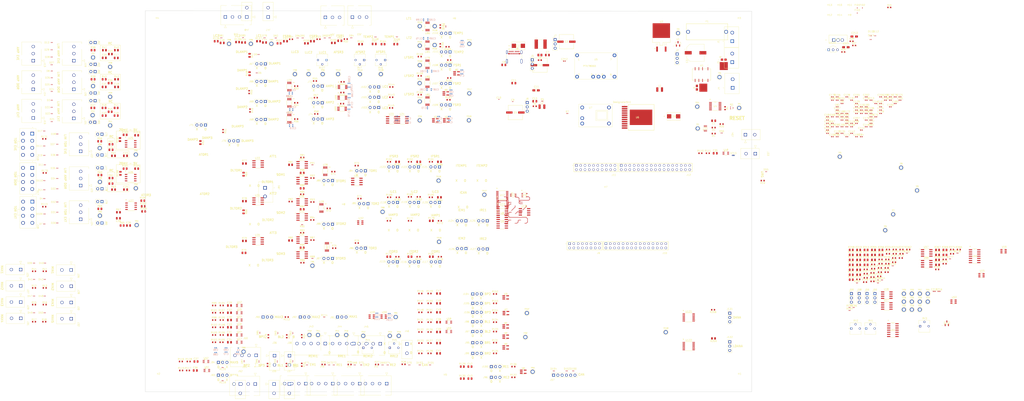
<source format=kicad_pcb>
(kicad_pcb (version 20211014) (generator pcbnew)
  (layers (0 "F.Cu" signal) (1 "In1.Cu" power "Power.Cu") (2 "In2.Cu" power "GND.Cu") (31 "B.Cu" signal) (34 "B.Paste" user) (35 "F.Paste" user) (36 "B.SilkS" user "B.Silkscreen") (37 "F.SilkS" user "F.Silkscreen") (38 "B.Mask" user) (39 "F.Mask" user) (44 "Edge.Cuts" user))
  (net 0 "")
  (net 1 "Net-(C1-Pad1)")
  (net 2 "Net-(C4-Pad1)")
  (net 3 "Net-(C5-Pad1)")
  (net 4 "EVE_TOR_DATA1")
  (net 5 "DOR_TOR_DATA1")
  (net 6 "EXT_TOR_DATA1")
  (net 7 "Net-(C213-Pad1)")
  (net 8 "Net-(C29-Pad1)")
  (net 9 "Net-(C30-Pad1)")
  (net 10 "Net-(C31-Pad1)")
  (net 11 "Net-(C32-Pad1)")
  (net 12 "Net-(C33-Pad1)")
  (net 13 "Net-(C34-Pad1)")
  (net 14 "Net-(C35-Pad1)")
  (net 15 "Net-(C36-Pad1)")
  (net 16 "Net-(C37-Pad1)")
  (net 17 "Net-(C38-Pad1)")
  (net 18 "Net-(C39-Pad1)")
  (net 19 "Net-(C40-Pad1)")
  (net 20 "M_LC_POS1")
  (net 21 "M_LC_POS2")
  (net 22 "M_LC_POS3")
  (net 23 "Net-(C47-Pad1)")
  (net 24 "Net-(C48-Pad1)")
  (net 25 "M_FSR_POS1")
  (net 26 "M_FSR_POS2")
  (net 27 "M_FSR_POS3")
  (net 28 "M_TEMP_1")
  (net 29 "M_TEMP_2")
  (net 30 "+5VA")
  (net 31 "-5VA")
  (net 32 "EXT_AMP_OUT")
  (net 33 "EXT_TOR_OUT-")
  (net 34 "EXT_TOR_OUT+")
  (net 35 "DOR_AMP_OUT")
  (net 36 "DOR_TOR_OUT-")
  (net 37 "EVE_AMP_OUT")
  (net 38 "DOR_TOR_OUT+")
  (net 39 "EVE_TOR_OUT-")
  (net 40 "EVE_TOR_OUT+")
  (net 41 "EXT_AMP_POT2")
  (net 42 "EXT_AMP_LIM")
  (net 43 "EXT_AMP_POT1")
  (net 44 "DOR_AMP_POT2")
  (net 45 "DOR_AMP_LIM")
  (net 46 "DOR_AMP_POT1")
  (net 47 "EVE_AMP_POT2")
  (net 48 "EVE_AMP_LIM")
  (net 49 "EVE_AMP_POT1")
  (net 50 "EXT_TOR_POT2")
  (net 51 "EXT_TOR_LIM")
  (net 52 "EXT_TOR_POT1")
  (net 53 "DOR_TOR_POT2")
  (net 54 "DOR_TOR_LIM")
  (net 55 "DOR_TOR_POT1")
  (net 56 "EVE_TOR_POT2")
  (net 57 "EVE_TOR_LIM")
  (net 58 "EVE_TOR_POT1")
  (net 59 "MAX_SW_1")
  (net 60 "MIN_SW_1")
  (net 61 "MAX_SW_2")
  (net 62 "MIN_SW_2")
  (net 63 "Net-(C13-Pad1)")
  (net 64 "Net-(C11-Pad1)")
  (net 65 "EVE_AMP_DATA1")
  (net 66 "DOR_AMP_DATA1")
  (net 67 "MAX_SW_3")
  (net 68 "MIN_SW_3")
  (net 69 "MAX_SW_4")
  (net 70 "MAX_SW_5")
  (net 71 "EXT_AMP_DATA1")
  (net 72 "EVE_AMP_LIM_DATA1")
  (net 73 "DOR_AMP_LIM_DATA1")
  (net 74 "EXT_AMP_LIM_DATA1")
  (net 75 "URG_USER")
  (net 76 "RESET")
  (net 77 "EVE_TOR_LIM_DATA1")
  (net 78 "DOR_TOR_LIM_DATA1")
  (net 79 "BUT_PROX_LEFT1")
  (net 80 "BUT_PROX_LEFT2")
  (net 81 "BUT_PROX_RIGHT1")
  (net 82 "BUT_PROX_RIGHT2")
  (net 83 "EXT_TOR_LIM_DATA1")
  (net 84 "Net-(C214-Pad1)")
  (net 85 "Net-(D6-Pad1)")
  (net 87 "EMI_PROX1_INT")
  (net 88 "REC_PROX1_INT")
  (net 89 "EMI_PROX2_INT")
  (net 90 "REC_PROX2_INT")
  (net 91 "EMI_PROX1")
  (net 92 "REC_PROX1")
  (net 93 "EMI_PROX2")
  (net 94 "REC_PROX2")
  (net 95 "LC_POS1")
  (net 96 "LC_POS1_INT")
  (net 97 "LC_POS2")
  (net 98 "LC_POS3")
  (net 99 "BUT_POS1")
  (net 100 "BUT_POS2")
  (net 101 "BUT_POS3")
  (net 105 "FSR_POS2_INT")
  (net 106 "FSR_POS3_INT")
  (net 107 "FSR_POS1_INT")
  (net 108 "FSR_POS1")
  (net 109 "FSR_POS2")
  (net 110 "FSR_POS3")
  (net 111 "CAN_TD")
  (net 113 "CAN_RD")
  (net 114 "Net-(F1-Pad1)")
  (net 115 "+24V")
  (net 117 "Net-(J25-Pad1)")
  (net 118 "Net-(J26-Pad1)")
  (net 119 "Net-(J7-Pad3)")
  (net 120 "/STM SIGNALS/PC12")
  (net 121 "/STM SIGNALS/PD2")
  (net 122 "/STM SIGNALS/PC10")
  (net 123 "Net-(J27-Pad1)")
  (net 124 "/STM SIGNALS/PG8")
  (net 125 "/STM SIGNALS/PD3")
  (net 126 "DOR_AMP_LIM_DATA")
  (net 127 "/STM SIGNALS/PB2")
  (net 128 "/STM SIGNALS/PE2")
  (net 129 "/STM SIGNALS/PE9")
  (net 130 "/STM SIGNALS/PE4")
  (net 131 "/STM SIGNALS/PB5")
  (net 132 "SW&INT_SG0")
  (net 133 "ANA_DATA")
  (net 134 "SW&INT_SG1")
  (net 135 "/STM SIGNALS/PF15")
  (net 136 "SW&INT_SG2")
  (net 137 "SW&INT_SG3")
  (net 138 "Net-(C6-Pad1)")
  (net 139 "/STM SIGNALS/PF9")
  (net 140 "/STM SIGNALS/PB14")
  (net 141 "/STM SIGNALS/PD10")
  (net 142 "EXT_TOR_DATA")
  (net 143 "/STM SIGNALS/PC7")
  (net 144 "EXT_TOR_LIM_DATA")
  (net 145 "ANA_LIM_DATA")
  (net 146 "/STM SIGNALS/PB3")
  (net 147 "ANA_S1")
  (net 148 "EXT_AMP_DATA")
  (net 149 "ANA_S2")
  (net 150 "/STM SIGNALS/PB4")
  (net 151 "SWMAX3")
  (net 152 "EVE_TOR_LIM_DATA")
  (net 153 "SWMIN3")
  (net 154 "/STM SIGNALS/PC6")
  (net 155 "SWMAX4")
  (net 156 "SWMAX5")
  (net 157 "/STM SIGNALS/PD13")
  (net 158 "/STM SIGNALS/PE7")
  (net 159 "/STM SIGNALS/PD12")
  (net 160 "/STM SIGNALS/PD11")
  (net 161 "/STM SIGNALS/PE10")
  (net 162 "/STM SIGNALS/PE12")
  (net 163 "DOR_TOR_DATA")
  (net 164 "/STM SIGNALS/PE15")
  (net 165 "DOR_TOR_LIM_DATA")
  (net 166 "/STM SIGNALS/PB10")
  (net 167 "/STM SIGNALS/PE0")
  (net 168 "/STM SIGNALS/PB11")
  (net 169 "EVE_AMP_DATA")
  (net 170 "EVE_AMP_LIM_DATA")
  (net 171 "DOR_AMP_DATA")
  (net 172 "EXT_AMP_LIM_DATA")
  (net 173 "Net-(C9-Pad1)")
  (net 174 "Net-(J72-Pad1)")
  (net 175 "Net-(J73-Pad1)")
  (net 176 "Net-(J28-Pad1)")
  (net 177 "Net-(J84-Pad1)")
  (net 178 "Net-(J85-Pad1)")
  (net 179 "EVE_TOR_DATA")
  (net 180 "Net-(J29-Pad1)")
  (net 181 "Net-(J30-Pad1)")
  (net 182 "Net-(J90-Pad1)")
  (net 183 "SWMAX1")
  (net 184 "Net-(J91-Pad1)")
  (net 185 "SWMAX2")
  (net 186 "Net-(J92-Pad1)")
  (net 187 "Net-(J93-Pad1)")
  (net 188 "M_BUT_PROX_R1")
  (net 189 "M_REC_PROX2")
  (net 190 "Net-(J95-Pad3)")
  (net 191 "M_BUT_PROX_L2")
  (net 192 "Net-(J96-Pad3)")
  (net 193 "M_BUT_PROX_L1")
  (net 194 "Net-(J97-Pad3)")
  (net 195 "M_BUT_PROX_R2")
  (net 196 "Net-(J98-Pad3)")
  (net 197 "M_REC_PROX1")
  (net 198 "Net-(J99-Pad3)")
  (net 199 "Net-(C43-Pad1)")
  (net 200 "Net-(J100-Pad3)")
  (net 201 "Net-(J101-Pad1)")
  (net 202 "Net-(J101-Pad3)")
  (net 203 "Net-(J102-Pad1)")
  (net 204 "Net-(J102-Pad3)")
  (net 205 "M_BUT_POS1")
  (net 206 "Net-(J103-Pad3)")
  (net 207 "M_BUT_POS2")
  (net 208 "Net-(J104-Pad3)")
  (net 209 "M_BUT_POS3")
  (net 210 "Net-(J105-Pad3)")
  (net 211 "Net-(J106-Pad1)")
  (net 212 "Net-(J106-Pad3)")
  (net 213 "Net-(J107-Pad1)")
  (net 214 "Net-(J107-Pad3)")
  (net 215 "Net-(J108-Pad1)")
  (net 216 "Net-(J108-Pad3)")
  (net 217 "Net-(J109-Pad1)")
  (net 218 "Net-(J109-Pad3)")
  (net 219 "Net-(J110-Pad1)")
  (net 220 "Net-(D115-Pad2)")
  (net 221 "Net-(D116-Pad2)")
  (net 222 "Net-(D117-Pad2)")
  (net 223 "Net-(D118-Pad1)")
  (net 226 "Net-(J8-PadA5)")
  (net 234 "Net-(J8-PadB5)")
  (net 245 "Net-(Q1-Pad1)")
  (net 246 "Net-(R5-Pad2)")
  (net 247 "Net-(R7-Pad2)")
  (net 248 "Net-(R61-Pad1)")
  (net 249 "Net-(R63-Pad1)")
  (net 250 "Net-(R65-Pad1)")
  (net 251 "Net-(R80-Pad2)")
  (net 252 "Net-(R81-Pad2)")
  (net 253 "Net-(R93-Pad2)")
  (net 254 "TEMP_OUT_1")
  (net 257 "Net-(J66-Pad1)")
  (net 258 "Net-(J31-Pad1)")
  (net 259 "Net-(J32-Pad1)")
  (net 260 "Net-(J33-Pad1)")
  (net 261 "Net-(J34-Pad1)")
  (net 262 "Net-(J35-Pad1)")
  (net 263 "Net-(J36-Pad1)")
  (net 264 "Net-(J37-Pad1)")
  (net 265 "Net-(J38-Pad1)")
  (net 266 "Net-(J39-Pad3)")
  (net 267 "Net-(J40-Pad3)")
  (net 268 "Net-(J41-Pad3)")
  (net 269 "Net-(J42-Pad3)")
  (net 270 "Net-(J46-Pad1)")
  (net 271 "Net-(J47-Pad1)")
  (net 272 "Net-(J48-Pad1)")
  (net 273 "Net-(J55-Pad1)")
  (net 274 "Net-(J67-Pad1)")
  (net 275 "Net-(J68-Pad1)")
  (net 276 "Net-(J70-Pad1)")
  (net 277 "AMP_SEC")
  (net 278 "POS_LC_SEC")
  (net 279 "ALIM_SEC")
  (net 280 "POS_FSR_SEC")
  (net 281 "SWMIN1")
  (net 282 "SWMIN2")
  (net 283 "POS_BUT_SEC")
  (net 284 "MAX_SW_SEC")
  (net 285 "LEFTRIGHT_SEC")
  (net 286 "INT_SENSOR_SEC")
  (net 287 "INT_POS_SEC")
  (net 288 "INT_PROX_SEC")
  (net 289 "PROX_OPTO_SEC")
  (net 290 "PROX_BUT_SEC")
  (net 305 "Net-(J55-Pad3)")
  (net 306 "Net-(J87-Pad1)")
  (net 307 "Net-(J88-Pad1)")
  (net 317 "Net-(J89-Pad1)")
  (net 318 "Net-(J95-Pad1)")
  (net 319 "Net-(J97-Pad1)")
  (net 320 "Net-(J98-Pad1)")
  (net 321 "Net-(U62-Pad4)")
  (net 322 "Net-(U64-Pad4)")
  (net 323 "Net-(U65-Pad4)")
  (net 327 "Net-(U70-Pad4)")
  (net 328 "Net-(U71-Pad4)")
  (net 329 "Net-(U76-Pad4)")
  (net 330 "Net-(U77-Pad4)")
  (net 334 "Net-(U82-Pad4)")
  (net 335 "Net-(U83-Pad4)")
  (net 338 "Net-(J56-Pad1)")
  (net 339 "Net-(J99-Pad1)")
  (net 340 "Net-(J115-Pad2)")
  (net 341 "Net-(J116-Pad2)")
  (net 342 "Net-(J56-Pad3)")
  (net 343 "Net-(J58-Pad1)")
  (net 344 "Net-(J58-Pad3)")
  (net 345 "Net-(J59-Pad1)")
  (net 346 "Net-(J59-Pad3)")
  (net 347 "Net-(J66-Pad3)")
  (net 348 "Net-(J117-Pad2)")
  (net 349 "Net-(J118-Pad2)")
  (net 350 "Net-(J119-Pad2)")
  (net 351 "Net-(J120-Pad2)")
  (net 352 "Net-(J121-Pad2)")
  (net 353 "Net-(J122-Pad2)")
  (net 354 "Net-(J123-Pad2)")
  (net 355 "Net-(J67-Pad3)")
  (net 356 "Net-(J125-Pad2)")
  (net 357 "Net-(J126-Pad2)")
  (net 358 "Net-(J127-Pad2)")
  (net 359 "Net-(J131-Pad1)")
  (net 360 "Net-(J132-Pad1)")
  (net 361 "Net-(R55-Pad1)")
  (net 362 "Net-(R57-Pad1)")
  (net 363 "Net-(R73-Pad1)")
  (net 364 "Net-(R178-Pad1)")
  (net 365 "Net-(R179-Pad1)")
  (net 366 "Net-(R180-Pad1)")
  (net 367 "Net-(R188-Pad1)")
  (net 368 "Net-(J68-Pad3)")
  (net 369 "ANA_S0")
  (net 370 "/STM SIGNALS/NC")
  (net 371 "/STM SIGNALS/PC8")
  (net 372 "/STM SIGNALS/IOREF")
  (net 373 "/STM SIGNALS/PC9")
  (net 374 "/STM SIGNALS/NRST")
  (net 375 "Net-(R260-Pad1)")
  (net 376 "/STM SIGNALS/PC11")
  (net 377 "/STM SIGNALS/PD7")
  (net 378 "/STM SIGNALS/PD6")
  (net 379 "/STM SIGNALS/PC3")
  (net 380 "/STM SIGNALS/PD5")
  (net 381 "/STM SIGNALS/PD4")
  (net 382 "/STM SIGNALS/PC2")
  (net 383 "/STM SIGNALS/PB15")
  (net 384 "/STM SIGNALS/PB13")
  (net 385 "/STM SIGNALS/AREF")
  (net 386 "/STM SIGNALS/D19")
  (net 387 "/STM SIGNALS/PA15")
  (net 388 "/STM SIGNALS/VDDA")
  (net 389 "/STM SIGNALS/AGND")
  (net 390 "GND")
  (net 391 "+5V")
  (net 392 "EXT_TOR_INT")
  (net 393 "DOR_TOR_INT")
  (net 394 "EVE_TOR_INT")
  (net 395 "LC_POS2_INT")
  (net 396 "LC_POS3_INT")
  (net 397 "Net-(R190-Pad1)")
  (net 398 "TEMP_OUT_2")
  (net 399 "Net-(C2-Pad1)")
  (net 400 "Net-(J69-Pad3)")
  (net 401 "Net-(C49-Pad1)")
  (net 402 "/CONNECTOR (OTHERS)/CANH")
  (net 403 "Net-(J70-Pad3)")
  (net 404 "Net-(C41-Pad1)")
  (net 405 "Net-(C42-Pad1)")
  (net 406 "Net-(D1-Pad1)")
  (net 407 "Net-(D2-Pad3)")
  (net 408 "Net-(J87-Pad3)")
  (net 409 "Net-(J88-Pad3)")
  (net 410 "Net-(J89-Pad3)")
  (net 411 "Net-(J124-Pad2)")
  (net 412 "SW&INT")
  (net 413 "Net-(J72-Pad2)")
  (net 414 "Net-(J73-Pad2)")
  (net 415 "Net-(J84-Pad2)")
  (net 416 "Net-(J85-Pad2)")
  (net 417 "Net-(J86-Pad2)")
  (net 418 "/CONNECTOR (OTHERS)/CANL")
  (net 419 "Net-(J74-Pad1)")
  (net 420 "Net-(J131-Pad3)")
  (net 421 "Net-(R192-Pad1)")
  (net 422 "Net-(J74-Pad2)")
  (net 423 "Net-(J101-Pad2)")
  (net 424 "Net-(J102-Pad2)")
  (net 425 "Net-(J103-Pad1)")
  (net 426 "Net-(J104-Pad1)")
  (net 427 "Net-(J105-Pad1)")
  (net 428 "Net-(J107-Pad2)")
  (net 429 "Net-(J108-Pad2)")
  (net 430 "Net-(J109-Pad2)")
  (net 431 "Net-(J110-Pad2)")
  (net 432 "Net-(J86-Pad1)")
  (net 433 "Net-(R77-Pad2)")
  (net 434 "Net-(R78-Pad2)")
  (net 435 "Net-(R79-Pad2)")
  (net 436 "Net-(R82-Pad1)")
  (net 437 "Net-(R89-Pad2)")
  (net 438 "M_LC_POS_LIM1")
  (net 439 "M_LC_POS_LIM2")
  (net 440 "M_LC_POS_LIM3")
  (net 441 "M_FSR_POS_LIM1")
  (net 442 "M_FSR_POS_LIM2")
  (net 443 "M_FSR_POS_LIM3")
  (net 444 "M_TEMP_LIM1")
  (net 445 "Net-(J132-Pad3)")
  (net 446 "TOR_SEC")
  (net 447 "TEMP_SEC")
  (net 448 "Net-(J94-Pad1)")
  (net 449 "Net-(J103-Pad2)")
  (net 450 "Net-(J111-Pad1)")
  (net 451 "Net-(J111-Pad2)")
  (net 452 "Net-(U25-Pad1)")
  (net 453 "Net-(TP1-PadTP)")
  (net 454 "M_TEMP_LIM2")
  (net 455 "Net-(U25-Pad8)")
  (net 456 "URG_SEC")
  (net 457 "Net-(U26-Pad1)")
  (net 458 "Net-(U26-Pad8)")
  (net 459 "Net-(U27-Pad1)")
  (net 460 "Net-(U27-Pad8)")
  (net 461 "Net-(U121-Pad3)")
  (net 462 "Net-(U122-Pad3)")
  (net 469 "Net-(R49-Pad2)")
  (net 470 "Net-(R50-Pad2)")
  (net 471 "Net-(R51-Pad2)")
  (net 472 "Net-(R52-Pad2)")
  (net 473 "Net-(R68-Pad2)")
  (net 474 "Net-(R69-Pad2)")
  (net 475 "Net-(R70-Pad2)")
  (net 476 "Net-(R84-Pad1)")
  (net 477 "Net-(R86-Pad1)")
  (net 478 "Net-(R92-Pad2)")
  (net 479 "Net-(R94-Pad2)")
  (net 480 "Net-(R178-Pad2)")
  (net 481 "Net-(R179-Pad2)")
  (net 482 "Net-(R180-Pad2)")
  (net 483 "Net-(R181-Pad2)")
  (net 484 "Net-(R186-Pad2)")
  (net 485 "Net-(R187-Pad2)")
  (net 486 "Net-(R197-Pad2)")
  (net 487 "Net-(R198-Pad2)")
  (net 488 "Net-(R199-Pad2)")
  (net 489 "Net-(R200-Pad2)")
  (net 490 "Net-(R201-Pad2)")
  (net 491 "Net-(R202-Pad2)")
  (net 492 "Net-(R206-Pad2)")
  (net 493 "Net-(R207-Pad2)")
  (net 494 "Net-(R208-Pad2)")
  (net 495 "Net-(R209-Pad2)")
  (net 496 "Net-(R210-Pad2)")
  (net 497 "Net-(R211-Pad2)")
  (net 498 "Net-(TP12-PadTP)")
  (net 499 "Net-(TP13-PadTP)")
  (net 500 "Net-(TP11-PadTP)")
  (net 501 "Net-(R215-Pad2)")
  (net 502 "Net-(R216-Pad1)")
  (net 503 "Net-(TP16-PadTP)")
  (net 504 "Net-(R218-Pad1)")
  (net 505 "Net-(TP81-PadTP)")
  (net 506 "Net-(R220-Pad1)")
  (net 507 "Net-(TP15-PadTP)")
  (net 508 "Net-(R222-Pad2)")
  (net 509 "Net-(R223-Pad1)")
  (net 510 "Net-(R224-Pad1)")
  (net 511 "Net-(R226-Pad1)")
  (net 512 "Net-(R227-Pad1)")
  (net 513 "Net-(R229-Pad1)")
  (net 514 "Net-(R231-Pad2)")
  (net 515 "Net-(R232-Pad2)")
  (net 516 "Net-(R233-Pad2)")
  (net 517 "Net-(R234-Pad2)")
  (net 518 "Net-(R235-Pad2)")
  (net 519 "Net-(R239-Pad1)")
  (net 520 "Net-(R241-Pad2)")
  (net 521 "Net-(R242-Pad2)")
  (net 522 "Net-(R243-Pad2)")
  (net 523 "Net-(R248-Pad2)")
  (net 524 "Net-(R249-Pad2)")
  (net 525 "Net-(R250-Pad2)")
  (net 526 "Net-(R251-Pad2)")
  (net 527 "Net-(R255-Pad2)")
  (net 528 "Net-(R256-Pad2)")
  (net 529 "Net-(R257-Pad2)")
  (net 530 "Net-(R258-Pad2)")
  (net 531 "Net-(R259-Pad1)")
  (net 532 "Net-(R261-Pad1)")
  (net 533 "Net-(R265-Pad2)")
  (net 534 "Net-(R266-Pad2)")
  (net 535 "Net-(R267-Pad2)")
  (net 536 "Net-(R268-Pad2)")
  (net 537 "Net-(R269-Pad2)")
  (net 538 "Net-(R270-Pad2)")
  (net 539 "Net-(R271-Pad2)")
  (net 540 "Net-(R272-Pad2)")
  (net 541 "Net-(R273-Pad1)")
  (net 542 "Net-(R275-Pad1)")
  (net 545 "Net-(U8-Pad1)")
  (net 546 "Net-(U9-Pad1)")
  (net 547 "Net-(U13-Pad6)")
  (footprint "FootPrint:KEYSTONE_5005" (layer "F.Cu") (at 221.234 69.85)
    (fp_text reference "TP117")
    (fp_text value "TestPoint")
  )
  (footprint "MountingHole:MountingHole_2.2mm_M2" (layer "F.Cu") (at 441.209 26.478)
    (fp_text reference "H14")
    (fp_text value "MH")
  )
  (footprint "Capacitor_SMD:C_0402_1005Metric" (layer "F.Cu") (at 456.946 73.908)
    (fp_text reference "C143")
    (fp_text value "1uF")
  )
  (footprint "FootPrint:SN74LVC3G14DCUT" (layer "F.Cu") (at 84.582 213.36)
    (fp_text reference "U44")
    (fp_text value "Inverter")
  )
  (footprint "FootPrint:SN74LVC3G14DCUT" (layer "F.Cu") (at 84.582 217.678)
    (fp_text reference "U47")
    (fp_text value "Inverter")
  )
  (footprint "Resistor_SMD:R_0603_1608Metric" (layer "F.Cu") (at 74.0175 217.678)
    (fp_text reference "R109")
    (fp_text value "5.1K 1% 1/10W")
  )
  (footprint "Resistor_SMD:R_0603_1608Metric" (layer "F.Cu") (at 191.77 59.436)
    (fp_text reference "R158")
    (fp_text value "100K 1% 1/10W")
  )
  (footprint "Resistor_SMD:R_0805_2012Metric" (layer "F.Cu") (at 121.92 126.238 180)
    (fp_text reference "R89")
    (fp_text value "100k 1% 1/8W " hide)
  )
  (footprint "Resistor_SMD:R_0603_1608Metric" (layer "F.Cu") (at 469.112 176.052)
    (fp_text reference "R219")
    (fp_text value "10K 1% 1/10W")
  )
  (footprint "FootPrint:KEYSTONE_5005" (layer "F.Cu") (at 191.77 74.676)
    (fp_text reference "TP113")
    (fp_text value "TestPoint")
  )
  (footprint "FootPrintLib:PHOENIX_1755736" (layer "F.Cu") (at 96.012 122.428 -90)
    (fp_text reference "J81")
    (fp_text value "14 AWG")
  )
  (footprint "Resistor_SMD:R_0805_2012Metric" (layer "F.Cu") (at 140.462 39.878)
    (fp_text reference "R155")
    (fp_text value "0Ω")
  )
  (footprint "Resistor_SMD:R_0603_1608Metric" (layer "F.Cu") (at 178.7205 131.572 180)
    (fp_text reference "R182")
    (fp_text value "100K 1% 1/10W")
  )
  (footprint "FootPrint:DPY2_TEX" (layer "F.Cu") (at 107.442 212.232 90)
    (fp_text reference "D60")
    (fp_text value "TVS")
  )
  (footprint "Capacitor_SMD:C_0402_1005Metric" (layer "F.Cu") (at 277.648 50.68)
    (fp_text reference "C212")
    (fp_text value "0,1uF")
  )
  (footprint "Resistor_SMD:R_0603_1608Metric" (layer "F.Cu") (at 499.142 174.422)
    (fp_text reference "R265")
    (fp_text value "10K 1% 1/10W")
  )
  (footprint "FootPrint:SN74LVC3G14DCUT" (layer "F.Cu") (at 361.442 90.678 90)
    (fp_text reference "U3")
    (fp_text value "Inverter")
  )
  (footprint "FootPrint:SN74LVC3G14DCUT" (layer "F.Cu") (at 65.293 234.442)
    (fp_text reference "U51")
    (fp_text value "Inverter")
  )
  (footprint "Resistor_SMD:R_0603_1608Metric" (layer "F.Cu") (at 154.417 158.75)
    (fp_text reference "R76")
    (fp_text value "5.1K 1% 1/10W")
  )
  (footprint "FootPrint:SN74LVC3G14DCUT" (layer "F.Cu") (at 84.582 200.152)
    (fp_text reference "U45")
    (fp_text value "Inverter")
  )
  (footprint "FootPrint:DPY2_TEX" (layer "F.Cu") (at -23.53 120.395998 180)
    (fp_text reference "D34")
    (fp_text value "TVS")
  )
  (footprint "Resistor_SMD:R_0603_1608Metric" (layer "F.Cu") (at -37.338 195.326 180)
    (fp_text reference "R15")
    (fp_text value "1K 1% 1/10W" hide)
  )
  (footprint "MountingHole:MountingHole_2.2mm_M2" (layer "F.Cu") (at 212.344 28.448)
    (fp_text reference "H6")
    (fp_text value "MH")
  )
  (footprint "Resistor_SMD:R_0805_2012Metric" (layer "F.Cu") (at 465.702 165.792)
    (fp_text reference "R222")
    (fp_text value " 3.3k 1% 1/8W")
  )
  (footprint "FootPrint:KEYSTONE_5005" (layer "F.Cu") (at -2.286 48.514)
    (fp_text reference "TP37")
    (fp_text value "TestPoint")
  )
  (footprint "Connector_PinHeader_2.54mm:PinHeader_1x03_P2.54mm_Vertical" (layer "F.Cu") (at 272.2025 37.939901)
    (fp_text reference "J7")
    (fp_text value "Jumper 5,2A")
  )
  (footprint "FootPrint:KEYSTONE_5005" (layer "F.Cu") (at 369.824 60.198)
    (fp_text reference "TP3")
    (fp_text value "TestPoint")
  )
  (footprint "Resistor_SMD:R_0603_1608Metric" (layer "F.Cu") (at 469.512 168.522)
    (fp_text reference "R236")
    (fp_text value "10K 1% 1/10W")
  )
  (footprint "Capacitor_SMD:C_0402_1005Metric" (layer "F.Cu") (at 439.726 73.908)
    (fp_text reference "C186")
    (fp_text value "0,1uF")
  )
  (footprint "Capacitor_SMD:C_0402_1005Metric" (layer "F.Cu") (at 433.986 83.758)
    (fp_text reference "C184")
    (fp_text value "0,1uF")
  )
  (footprint "Connector_PinSocket_2.54mm:PinSocket_1x02_P2.54mm_Vertical" (layer "F.Cu") (at 3.028 114.071 -90)
    (fp_text reference "J77")
    (fp_text value "Tulip Conn")
  )
  (footprint "Capacitor_SMD:C_0402_1005Metric" (layer "F.Cu") (at 445.466 95.578)
    (fp_text reference "C173")
    (fp_text value "0,1uF")
  )
  (footprint "Resistor_SMD:R_0603_1608Metric" (layer "F.Cu") (at 192.1425 199.898)
    (fp_text reference "R148")
    (fp_text value "10K 1% 1/10W")
  )
  (footprint "Capacitor_SMD:C_0402_1005Metric" (layer "F.Cu") (at 459.816 89.668)
    (fp_text reference "C83")
    (fp_text value "1uF")
  )
  (footprint "Resistor_SMD:R_0805_2012Metric" (layer "F.Cu") (at 8.0245 46.482 180)
    (fp_text reference "R35")
    (fp_text value "200k 5% 1/8W" hide)
  )
  (footprint "Resistor_SMD:R_0805_2012Metric" (layer "F.Cu") (at 448.062 174.642)
    (fp_text reference "R229")
    (fp_text value "200k 1% 1/8W")
  )
  (footprint "FootPrintLib:WL-SMCW_0603" (layer "F.Cu") (at 443.344 45.243)
    (fp_text reference "D116")
    (fp_text value "LED")
  )
  (footprint "Resistor_SMD:R_0603_1608Metric" (layer "F.Cu") (at 209.296 60.706 180)
    (fp_text reference "R161")
    (fp_text value "100K 1% 1/10W")
  )
  (footprint "FootPrintLib:WL-SMCW_0603" (layer "F.Cu") (at 448.284 38.893)
    (fp_text reference "D118")
    (fp_text value "LED")
  )
  (footprint "Capacitor_SMD:C_0805_2012Metric" (layer "F.Cu") (at 221.613 239.268)
    (fp_text reference "C43")
    (fp_text value "10nF 50V ")
  )
  (footprint "Capacitor_SMD:C_0402_1005Metric" (layer "F.Cu") (at 442.596 81.788)
    (fp_text reference "C185")
    (fp_text value "0,1uF")
  )
  (footprint "FootPrint:CON_39301039" (layer "F.Cu") (at -9.652 104.275997 -90)
    (fp_text reference "J22")
    (fp_text value "3POS" hide)
  )
  (footprint "FootPrint:DPY2_TEX" (layer "F.Cu") (at -30.988 190.246 180)
    (fp_text reference "D48")
    (fp_text value "TVS")
  )
  (footprint "FootPrint:KEYSTONE_5005" (layer "F.Cu") (at 156.21 58.42)
    (fp_text reference "TP110")
    (fp_text value "TestPoint")
  )
  (footprint "FootPrintLib:SC-74A_SOT753_NEX" (layer "F.Cu") (at 254 130.302)
    (fp_text reference "U10")
    (fp_text value "XNOR Gate")
  )
  (footprint "FootPrint:DPY2_TEX" (layer "F.Cu") (at 138.22 36.83)
    (fp_text reference "D93")
    (fp_text value "TVS")
  )
  (footprint "FootPrint:CON_39301039" (layer "F.Cu") (at -9.652 124.595997 -90)
    (fp_text reference "J23")
    (fp_text value "3POS" hide)
  )
  (footprint "FootPrint:CON_39302050" (layer "F.Cu") (at 168.333 218.582)
    (fp_text reference "J45")
    (fp_text value "5POS" hide)
  )
  (footprint "Connector_PinHeader_2.54mm:PinHeader_1x03_P2.54mm_Vertical" (layer "F.Cu") (at 234.298 232.156 90)
    (fp_text reference "J100")
    (fp_text value "Jumper")
  )
  (footprint "FootPrint:CON_39301039" (layer "F.Cu") (at -37.788 50.428001 -90)
    (fp_text reference "J13")
    (fp_text value "3POS" hide)
  )
  (footprint "Resistor_SMD:R_0603_1608Metric" (layer "F.Cu") (at 469.912 165.132)
    (fp_text reference "R241")
    (fp_text value "10K 1% 1/10W")
  )
  (footprint "Resistor_SMD:R_0603_1608Metric" (layer "F.Cu") (at 147.828 37.592 180)
    (fp_text reference "R32")
    (fp_text value "100K 1% 1/10W")
  )
  (footprint "Resistor_SMD:R_0603_1608Metric" (layer "F.Cu") (at 192.1425 205.74)
    (fp_text reference "R121")
    (fp_text value "10K 1% 1/10W")
  )
  (footprint "FootPrint:DPY2_TEX" (layer "F.Cu") (at -23.53 140.461998 180)
    (fp_text reference "D31")
    (fp_text value "TVS")
  )
  (footprint "Resistor_SMD:R_0805_2012Metric" (layer "F.Cu") (at 452.472 171.692)
    (fp_text reference "R224")
    (fp_text value "0Ω")
  )
  (footprint "Resistor_SMD:R_0603_1608Metric" (layer "F.Cu") (at 465.502 168.522)
    (fp_text reference "R247")
    (fp_text value "10K 1% 1/10W")
  )
  (footprint "Connector_PinHeader_2.54mm:PinHeader_1x03_P2.54mm_Vertical" (layer "F.Cu") (at 203.462 134.62 -90)
    (fp_text reference "J120")
    (fp_text value "Jumper")
  )
  (footprint "Connector_PinHeader_2.54mm:PinHeader_1x03_P2.54mm_Vertical" (layer "F.Cu") (at 375.92 217.424)
    (fp_text reference "J132")
    (fp_text value "Jumper")
  )
  (footprint "Connector_PinHeader_2.54mm:PinHeader_1x03_P2.54mm_Vertical" (layer "F.Cu") (at 100.061 85.344 -90)
    (fp_text reference "J68")
    (fp_text value "Jumper")
  )
  (footprint "FootPrint:DGK8" (layer "F.Cu") (at 196.386 30.0755 90)
    (fp_text reference "U86")
    (fp_text value "COMP")
  )
  (footprint "Resistor_SMD:R_0805_2012Metric" (layer "F.Cu") (at 217.041 239.268)
    (fp_text reference "R130")
    (fp_text value "0Ω")
  )
  (footprint "FootPrint:KEYSTONE_5005" (layer "F.Cu") (at 23.114 126.238)
    (fp_text reference "TP62")
    (fp_text value "TestPoint")
  )
  (footprint "Connector_PinHeader_2.54mm:PinHeader_1x03_P2.54mm_Vertical" (layer "F.Cu") (at 120.825836 202.692 90)
    (fp_text reference "J92")
    (fp_text value "Jumper")
  )
  (footprint "Resistor_SMD:R_0603_1608Metric" (layer "F.Cu") (at 130.302 82.042)
    (fp_text reference "R58")
    (fp_text value "820 1% 1/10W")
  )
  (footprint "Resistor_SMD:R_0805_2012Metric" (layer "F.Cu") (at 456.882 165.792)
    (fp_text reference "R227")
    (fp_text value "0Ω")
  )
  (footprint "Capacitor_SMD:C_0402_1005Metric" (layer "F.Cu") (at 456.946 79.818)
    (fp_text reference "C68")
    (fp_text value "1uF")
  )
  (footprint "NetTie:NetTie-2_THT_Pad0.3mm" (layer "F.Cu") (at 377.429 106.68)
    (fp_text reference "NT13")
    (fp_text value "NetTie_2" hide)
  )
  (footprint "Resistor_SMD:R_0603_1608Metric" (layer "F.Cu") (at 236.474 224.282)
    (fp_text reference "R135")
    (fp_text value "100K 1% 1/10W")
  )
  (footprint "Capacitor_SMD:C_0402_1005Metric" (layer "F.Cu") (at 451.206 75.878)
    (fp_text reference "C129")
    (fp_text value "1uF")
  )
  (footprint "Resistor_SMD:R_0603_1608Metric" (layer "F.Cu") (at 174.8555 72.136)
    (fp_text reference "R143")
    (fp_text value "100K 1% 1/10W")
  )
  (footprint "Resistor_SMD:R_0603_1608Metric" (layer "F.Cu") (at 137.668 138.176 180)
    (fp_text reference "R72")
    (fp_text value "100K 1% 1/10W")
  )
  (footprint "Resistor_SMD:R_0603_1608Metric" (layer "F.Cu") (at 74.168 208.788)
    (fp_text reference "R108")
    (fp_text value "5.1K 1% 1/10W")
  )
  (footprint "Resistor_SMD:R_0603_1608Metric" (layer "F.Cu") (at 507.962 162.622)
    (fp_text reference "R274")
    (fp_text value "10K 1% 1/10W")
  )
  (footprint "Connector_PinSocket_2.54mm:PinSocket_1x02_P2.54mm_Vertical" (layer "F.Cu") (at 3.028 126.517 -90)
    (fp_text reference "J78")
    (fp_text value "Tulip Conn")
  )
  (footprint "FootPrint:SOT95P270X145-5N" (layer "F.Cu") (at 213.614 57.912)
    (fp_text reference "U82")
    (fp_text value "AND Gate")
  )
  (footprint "Resistor_SMD:R_0805_2012Metric" (layer "F.Cu") (at 90.678 47.244 -90)
    (fp_text reference "R47")
    (fp_text value "270 1% 1/4W")
  )
  (footprint "Resistor_SMD:R_0805_2012Metric" (layer "F.Cu") (at 87.374 164.592)
    (fp_text reference "R70")
    (fp_text value " 3.3k 1% 1/8W")
  )
  (footprint "FootPrint:KEYSTONE_5005" (layer "F.Cu") (at -2.54 82.804)
    (fp_text reference "TP42")
    (fp_text value "TestPoint")
  )
  (footprint "Resistor_SMD:R_0603_1608Metric" (layer "F.Cu") (at 473.922 165.132)
    (fp_text reference "R259")
    (fp_text value "10K 1% 1/10W")
  )
  (footprint "Resistor_SMD:R_0603_1608Metric" (layer "F.Cu") (at 236.474 200.152)
    (fp_text reference "R154")
    (fp_text value "100K 1% 1/10W")
  )
  (footprint "Resistor_SMD:R_0805_2012Metric" (layer "F.Cu") (at 90.678 58.166 90)
    (fp_text reference "R46")
    (fp_text value "270 1% 1/4W")
  )
  (footprint "FootPrint:DPY2_TEX" (layer "F.Cu") (at -30.988 180.34 180)
    (fp_text reference "D42")
    (fp_text value "TVS")
  )
  (footprint "Capacitor_SMD:C_0402_1005Metric" (layer "F.Cu") (at 451.206 85.728)
    (fp_text reference "C207")
    (fp_text value "0,1uF")
  )
  (footprint "Capacitor_SMD:C_0402_1005Metric" (layer "F.Cu") (at 456.946 89.668)
    (fp_text reference "C148")
    (fp_text value "0,1uF")
  )
  (footprint "Resistor_SMD:R_0805_2012Metric" (layer "F.Cu") (at 452.472 174.642)
    (fp_text reference "R257")
    (fp_text value "0Ω")
  )
  (footprint "FootPrintLib:SOIC127P599X175-8N" (layer "F.Cu") (at 469.197 196.1445)
    (fp_text reference "U17")
    (fp_text value "OP_AMP2")
  )
  (footprint "FootPrint:DPY2_TEX" (layer "F.Cu") (at -30.988 200.152 180)
    (fp_text reference "D50")
    (fp_text value "TVS")
  )
  (footprint "Fiducial:Fiducial_0.5mm_Mask1.5mm" (layer "F.Cu") (at 454.709 19.078)
    (fp_text reference "FID2")
    (fp_text value "Fiducial")
  )
  (footprint "Connector_PinHeader_2.54mm:PinHeader_1x03_P2.54mm_Vertical" (layer "F.Cu") (at 133.858 85.09 -90)
    (fp_text reference "J74")
    (fp_text value "Jumper")
  )
  (footprint "FootPrint:TRIM_3362P-1-103LF" (layer "F.Cu") (at 491.531 208.142)
    (fp_text reference "RV3")
    (fp_text value "Trim 10k")
  )
  (footprint "Resistor_SMD:R_0603_1608Metric" (layer "F.Cu") (at 74.168 204.47)
    (fp_text reference "R105")
    (fp_text value "5.1K 1% 1/10W")
  )
  (footprint "Capacitor_SMD:C_0402_1005Metric" (layer "F.Cu") (at 451.206 71.938)
    (fp_text reference "C155")
    (fp_text value "1uF")
  )
  (footprint "FootPrintLib:SOIC127P599X175-8N" (layer "F.Cu") (at 121.92 112.268)
    (fp_text reference "U37")
    (fp_text value "OP_AMP2")
  )
  (footprint "Resistor_SMD:R_0805_2012Metric" (layer "F.Cu") (at 203.462 131.572 180)
    (fp_text reference "R184")
    (fp_text value "2,2k 1% 1/2W")
  )
  (footprint "Resistor_SMD:R_0805_2012Metric" (layer "F.Cu") (at 4.4685 44.196)
    (fp_text reference "R41")
    (fp_text value "0Ω")
  )
  (footprint "Resistor_SMD:R_0603_1608Metric" (layer "F.Cu") (at 140.955 161.798)
    (fp_text reference "R75")
    (fp_text value "100K 1% 1/10W")
  )
  (footprint "Resistor_SMD:R_0805_2012Metric" (layer "F.Cu") (at 448.062 177.592)
    (fp_text reference "R214")
    (fp_text value "0Ω")
  )
  (footprint "Capacitor_SMD:C_0805_2012Metric" (layer "F.Cu") (at 12.766 144.018 180)
    (fp_text reference "C28")
    (fp_text value "10nF 50V ")
  )
  (footprint "Resistor_SMD:R_0805_2012Metric" (layer "F.Cu") (at 203.492 110.49 180)
    (fp_text reference "R185")
    (fp_text value "270 1% 1/4W")
  )
  (footprint "FootPrintLib:CAPMP7.6X4.3_3.1N_KEM" (layer "F.Cu") (at 342.5811 83.4781)
    (fp_text reference "C16")
    (fp_text value "330uF 10% 10V")
  )
  (footprint "Capacitor_SMD:C_0402_1005Metric" (layer "F.Cu") (at 454.076 81.788)
    (fp_text reference "C211")
    (fp_text value "0,1uF")
  )
  (footprint "Resistor_SMD:R_0603_1608Metric" (layer "F.Cu") (at 185.951 110.49)
    (fp_text reference "R192")
    (fp_text value "10K 1% 1/10W")
  )
  (footprint "Capacitor_SMD:C_0805_2012Metric" (layer "F.Cu") (at 202.946 218.186)
    (fp_text reference "C40")
    (fp_text value "10uF 10V X7R" hide)
  )
  (footprint "Resistor_SMD:R_0805_2012Metric" (layer "F.Cu") (at 465.702 162.842)
    (fp_text reference "R256")
    (fp_text value " 3.3k 1% 1/8W")
  )
  (footprint "Resistor_SMD:R_0805_2012Metric" (layer "F.Cu") (at 27.7895 139.954)
    (fp_text reference "R205")
    (fp_text value "0Ω")
  )
  (footprint "FootPrint:DGK8" (layer "F.Cu") (at 196.342 41.2515 90)
    (fp_text reference "U85")
    (fp_text value "COMP")
  )
  (footprint "FootPrint:DPY2_TEX" (layer "F.Cu") (at -23.53 100.075996 180)
    (fp_text reference "D37")
    (fp_text value "TVS")
  )
  (footprint "Capacitor_SMD:C_0402_1005Metric" (layer "F.Cu") (at 442.596 83.758)
    (fp_text reference "C122")
    (fp_text value "0,1uF")
  )
  (footprint "Connector_PinHeader_2.54mm:PinHeader_1x03_P2.54mm_Vertical" (layer "F.Cu") (at 231.887 162.306 -90)
    (fp_text reference "J127")
    (fp_text value "Jumper")
  )
  (footprint "Capacitor_SMD:C_0402_1005Metric" (layer "F.Cu") (at 477.036 71.938)
    (fp_text reference "C121")
    (fp_text value "0,1uF")
  )
  (footprint "FootPrint:DPY2_TEX" (layer "F.Cu") (at 178.212 36.242)
    (fp_text reference "D106")
    (fp_text value "TVS")
  )
  (footprint "FootPrint:DPY2_TEX" (layer "F.Cu") (at -26.799 81.884 180)
    (fp_text reference "D22")
    (fp_text value "TVS")
  )
  (footprint "FootPrint:DPY2_TEX" (layer "F.Cu") (at -26.799 39.624)
    (fp_text reference "D13")
    (fp_text value "TVS")
  )
  (footprint "FootPrint:DPY2_TEX" (layer "F.Cu") (at -26.895 78.136 180)
    (fp_text reference "D23")
    (fp_text value "TVS")
  )
  (footprint "Connector_PinHeader_2.54mm:PinHeader_1x03_P2.54mm_Vertical" (layer "F.Cu") (at 209.789 45.212 -90)
    (fp_text reference "J111")
    (fp_text value "Jumper")
  )
  (footprint "Capacitor_SMD:C_0402_1005Metric" (layer "F.Cu") (at 442.596 85.728)
    (fp_text reference "C164")
    (fp_text value "0,1uF")
  )
  (footprint "Capacitor_SMD:C_0402_1005Metric" (layer "F.Cu") (at 442.596 93.608)
    (fp_text reference "C135")
    (fp_text value "0,1uF")
  )
  (footprint "Resistor_SMD:R_0201_0603Metric" (layer "F.Cu") (at 135.034836 202.692)
    (fp_text reference "R114")
    (fp_text value "165 1% 1/20W")
  )
  (footprint "Resistor_SMD:R_0805_2012Metric" (layer "F.Cu") (at 1.778 138.43)
    (fp_text reference "R66")
    (fp_text value "910k 0,1% 1/8W" hide)
  )
  (footprint "Inductor_SMD:L_1210_3225Metric" (layer "F.Cu") (at 264.3661 77.7326)
    (fp_text reference "L2")
    (fp_text value "1uH 20% 2,3A")
  )
  (footprint "Resistor_SMD:R_0201_0603Metric" (layer "F.Cu") (at 279.4 81.788)
    (fp_text reference "R7")
    (fp_text value "8.45k 1% 1/20W")
  )
  (footprint "Resistor_SMD:R_0805_2012Metric" (layer "F.Cu") (at 366.268 215.392 180)
    (fp_text reference "R209")
    (fp_text value " 3.3k 1% 1/8W")
  )
  (footprint "Resistor_SMD:R_0201_0603Metric" (layer "F.Cu") (at 463.922 182.442)
    (fp_text reference "R264")
    (fp_text value "100k 1% 1/20W")
  )
  (footprint "Resistor_SMD:R_0603_1608Metric" (layer "F.Cu") (at 101.854 214.122 90)
    (fp_text reference "R29")
    (fp_text value "1K 1% 1/10W")
  )
  (footprint "Resistor_SMD:R_0805_2012Metric" (layer "F.Cu") (at 173.4015 166.878)
    (fp_text reference "R179")
    (fp_text value " 3.3k 1% 1/8W")
  )
  (footprint "Resistor_SMD:R_0603_1608Metric" (layer "F.Cu") (at 121.92 129.794)
    (fp_text reference "R85")
    (fp_text value "10K 1% 1/10W")
  )
  (footprint "Capacitor_SMD:C_0402_1005Metric" (layer "F.Cu") (at 442.596 89.668)
    (fp_text reference "C201")
    (fp_text value "0,1uF")
  )
  (footprint "Resistor_SMD:R_0603_1608Metric" (layer "F.Cu") (at 129.54 62.484)
    (fp_text reference "R55")
    (fp_text value "530 1% 0,1W")
  )
  (footprint "Capacitor_SMD:C_0805_2012Metric" (layer "F.Cu") (at 74.422 39.878)
    (fp_text reference "C46")
    (fp_text value "10nF 50V ")
  )
  (footprint "Connector_PinHeader_2.54mm:PinHeader_1x03_P2.54mm_Vertical" (layer "F.Cu") (at 223.266 194.564 90)
    (fp_text reference "J105")
    (fp_text value "Jumper")
  )
  (footprint "Capacitor_SMD:C_0402_1005Metric" (layer "F.Cu") (at 439.726 81.788)
    (fp_text reference "C59")
    (fp_text value "0,1uF")
  )
  (footprint "Connector_PinHeader_2.54mm:PinHeader_1x03_P2.54mm_Vertical" (layer "F.Cu") (at 223.266 199.898 90)
    (fp_text reference "J106")
    (fp_text value "Jumper")
  )
  (footprint "FootPrint:DPY2_TEX" (layer "F.Cu") (at -31.242 147.415996)
    (fp_text reference "D7")
    (fp_text value "TVS")
  )
  (footprint "Resistor_SMD:R_0603_1608Metric" (layer "F.Cu") (at 74.168 200.152)
    (fp_text reference "R107")
    (fp_text value "5.1K 1% 1/10W")
  )
  (footprint "Resistor_SMD:R_0805_2012Metric" (layer "F.Cu") (at 448.062 171.692)
    (fp_text reference "R251")
    (fp_text value " 3.3k 1% 1/8W")
  )
  (footprint "Connector_PinHeader_2.54mm:PinHeader_1x03_P2.54mm_Vertical" (layer "F.Cu") (at 100.076 52.324 -90)
    (fp_text reference "J67")
    (fp_text value "Jumper")
  )
  (footprint "FootPrint:KEYSTONE_5005" (layer "F.Cu") (at 91.44 40.386)
    (fp_text reference "TP96")
    (fp_text value "TestPoint")
  )
  (footprint "FootPrint:SN74LVC3G14DCUT" (layer "F.Cu") (at 84.582 195.834)
    (fp_text reference "U42")
    (fp_text value "Inverter")
  )
  (footprint "Capacitor_SMD:C_0402_1005Metric" (layer "F.Cu") (at 459.816 85.728)
    (fp_text reference "C163")
    (fp_text value "0,1uF")
  )
  (footprint "FootPrint:DPY2_TEX" (layer "F.Cu") (at 135.3785 36.91)
    (fp_text reference "D95")
    (fp_text value "TVS")
  )
  (footprint "Resistor_SMD:R_0805_2012Metric" (layer "F.Cu") (at 456.882 162.842)
    (fp_text reference "R213")
    (fp_text value "0Ω")
  )
  (footprint "Resistor_SMD:R_0603_1608Metric" (layer "F.Cu") (at 74.168 195.834)
    (fp_text reference "R104")
    (fp_text value "5.1K 1% 1/10W")
  )
  (footprint "FootPrint:KEYSTONE_5005" (layer "F.Cu") (at 142.748 213.36)
    (fp_text reference "TP11")
    (fp_text value "TestPoint")
  )
  (footprint "FootPrintLib:CON_39281023" (layer "F.Cu") (at 105.244 242.49)
    (fp_text reference "J35")
    (fp_text value "2POS" hide)
  )
  (footprint "Capacitor_SMD:C_0805_2012Metric" (layer "F.Cu") (at 144.285 38.608)
    (fp_text reference "C50")
    (fp_text value "10nF 50V ")
  )
  (footprint "Capacitor_SMD:C_0805_2012Metric" (layer "F.Cu") (at 367.284 105.41)
    (fp_text reference "C35")
    (fp_text value "10uF 10V X7R" hide)
  )
  (footprint "FootPrint:KEYSTONE_5005" (layer "F.Cu") (at 169.695 140.208)
    (fp_text reference "TP68")
    (fp_text value "TestPoint")
  )
  (footprint "Resistor_SMD:R_0603_1608Metric" (layer "F.Cu") (at 461.092 171.472)
    (fp_text reference "R217")
    (fp_text value "10K 1% 1/10W")
  )
  (footprint "Capacitor_SMD:C_0402_1005Metric" (layer "F.Cu") (at 500.202 187.452)
    (fp_text reference "C216")
    (fp_text value "0,1uF")
  )
  (footprint "Capacitor_SMD:C_0402_1005Metric" (layer "F.Cu") (at 433.986 91.638)
    (fp_text reference "C203")
    (fp_text value "0,1uF")
  )
  (footprint "FootPrint:DPY2_TEX" (layer "F.Cu") (at -26.799 68.676 180)
    (fp_text reference "D24")
    (fp_text value "TVS")
  )
  (footprint "Resistor_SMD:R_0603_1608Metric" (layer "F.Cu") (at 477.932 165.132)
    (fp_text reference "R239")
    (fp_text value "10K 1% 1/10W")
  )
  (footprint "Fiducial:Fiducial_0.5mm_Mask1.5mm" (layer "F.Cu") (at 451.659 22.128)
    (fp_text reference "FID3")
    (fp_text value "Fiducial")
  )
  (footprint "Resistor_SMD:R_0603_1608Metric" (layer "F.Cu") (at 128.016 120.142)
    (fp_text reference "R92")
    (fp_text value "10K 1% 1/10W")
  )
  (footprint "Connector_PinSocket_2.54mm:PinSocket_1x02_P2.54mm_Vertical" (layer "F.Cu") (at -1.036 74.193 -90)
    (fp_text reference "J64")
    (fp_text value "Tulip Conn" hide)
  )
  (footprint "FootPrint:D14" (layer "F.Cu") (at 521.3816 166.566)
    (fp_text reference "U55")
    (fp_text value "OR Gate 8")
  )
  (footprint "FootPrintLib:SOIC127P599X175-8N" (layer "F.Cu") (at 154.417 122.174)
    (fp_text reference "U31")
    (fp_text value "OP_AMP2")
  )
  (footprint "Resistor_SMD:R_0603_1608Metric" (layer "F.Cu") (at 247.396 232.156)
    (fp_text reference "R136")
    (fp_text value "100K 1% 1/10W")
  )
  (footprint "FootPrint:SOT403-1_NXP" (layer "F.Cu") (at 351.536 219.964)
    (fp_text reference "U122")
    (fp_text value "MUX 8:1")
  )
  (footprint "Resistor_SMD:R_0603_1608Metric" (layer "F.Cu") (at -37.338 185.42 180)
    (fp_text reference "R12")
    (fp_text value "1K 1% 1/10W" hide)
  )
  (footprint "FootPrint:KEYSTONE_5005" (layer "F.Cu") (at 479.342 193.562)
    (fp_text reference "TP28")
    (fp_text value "TestPoint")
  )
  (footprint "Connector_PinSocket_2.54mm:PinSocket_1x06_P2.54mm_Vertical" (layer "F.Cu") (at 271.272 237.236 90)
    (fp_text reference "J57")
    (fp_text value "6POS")
  )
  (footprint "FootPrint:DGK8" (layer "F.Cu") (at 145.9465 66.04)
    (fp_text reference "U67")
    (fp_text value "COMP")
  )
  (footprint "FootPrint:DPY2_TEX" (layer "F.Cu") (at -26.895 48.26 180)
    (fp_text reference "D28")
    (fp_text value "TVS")
  )
  (footprint "Resistor_SMD:R_0603_1608Metric" (layer "F.Cu") (at 154.3135 112.776)
    (fp_text reference "R73")
    (fp_text value "240 1% 1/10W")
  )
  (footprint "Capacitor_SMD:C_0805_2012Metric" (layer "F.Cu") (at 202.946 205.74)
    (fp_text reference "C38")
    (fp_text value "10uF 10V X7R" hide)
  )
  (footprint "Resistor_SMD:R_0603_1608Metric" (layer "F.Cu") (at 247.396 238.506)
    (fp_text reference "R132")
    (fp_text value "100K 1% 1/10W")
  )
  (footprint "Connector_PinHeader_2.54mm:PinHeader_1x03_P2.54mm_Vertical" (layer "F.Cu") (at 219.172 145.542 -90)
    (fp_text reference "J124")
    (fp_text value "Jumper")
  )
  (footprint "Capacitor_SMD:C_0402_1005Metric" (layer "F.Cu") (at 445.466 81.788)
    (fp_text reference "C172")
    (fp_text value "0,1uF")
  )
  (footprint "FootPrint:KEYSTONE_5005" (layer "F.Cu") (at 7.874 88.9)
    (fp_text reference "TP41")
    (fp_text value "TestPoint")
  )
  (footprint "FootPrintLib:PHOENIX_1755736" (layer "F.Cu") (at 381.508 70.0786 90)
    (fp_text reference "J4")
    (fp_text value "14 AWG")
  )
  (footprint "Resistor_SMD:R_0603_1608Metric" (layer "F.Cu") (at 134.62 230.886)
    (fp_text reference "R25")
    (fp_text value "100K 1% 1/10W")
  )
  (footprint "Connector_PinHeader_2.54mm:PinHeader_1x03_P2.54mm_Vertical" (layer "F.Cu") (at 209.789 34.1395 -90)
    (fp_text reference "J110")
    (fp_text value "Jumper")
  )
  (footprint "Resistor_SMD:R_0805_2012Metric" (layer "F.Cu") (at 11.43 78.486)
    (fp_text reference "R44")
    (fp_text value "0Ω" hide)
  )
  (footprint "FootPrintLib:SAMTEC_SSW-115-01-G-D" (layer "F.Cu") (at 302.371 159.116 180)
    (fp_text reference "J10")
    (fp_text value "30POS")
  )
  (footprint "FootPrint:D2PAK_STM" (layer "F.Cu") (at 335.28 34.798)
    (fp_text reference "U2")
    (fp_text value "Shott 100V")
  )
  (footprint "FootPrint:DPY2_TEX" (layer "F.Cu") (at -31.242 106.679996)
    (fp_text reference "D19")
    (fp_text value "TVS")
  )
  (footprint "FootPrintLib:SOIC127P599X175-8N" (layer "F.Cu") (at 492.907 164.5945)
    (fp_text reference "U57")
    (fp_text value "OP_AMP2")
  )
  (footprint "FootPrint:DPY2_TEX" (layer "F.Cu") (at -26.799 86.614 180)
    (fp_text reference "D21")
    (fp_text value "TVS")
  )
  (footprint "Resistor_SMD:R_0805_2012Metric" (layer "F.Cu") (at 198.651 166.878)
    (fp_text reference "R181")
    (fp_text value "0Ω")
  )
  (footprint "Resistor_SMD:R_0603_1608Metric" (layer "F.Cu") (at 507.962 165.132)
    (fp_text reference "R276")
    (fp_text value "10K 1% 1/10W")
  )
  (footprint "FootPrint:DPY2_TEX" (layer "F.Cu") (at 116.332 212.264 90)
    (fp_text reference "D62")
    (fp_text value "TVS")
  )
  (footprint "FootPrint:D0008A_SOIC_TEX" (layer "F.Cu") (at 20.32 136.906)
    (fp_text reference "U27")
    (fp_text value "INST OP-AMP")
  )
  (footprint "FootPrint:KEYSTONE_5005" (layer "F.Cu") (at 488.802 188.832)
    (fp_text reference "TP17")
    (fp_text value "TestPoint")
  )
  (footprint "Resistor_SMD:R_0805_2012Metric" (layer "F.Cu") (at -2.286 44.196)
    (fp_text reference "R38")
    (fp_text value "910k 0,1% 1/8W" hide)
  )
  (footprint "FootPrint:CON_39301039" (layer "F.Cu") (at -13.687 67.446001 -90)
    (fp_text reference "J20")
    (fp_text value "3POS" hide)
  )
  (footprint "Capacitor_SMD:C_0402_1005Metric" (layer "F.Cu") (at 433.986 93.608)
    (fp_text reference "C81")
    (fp_text value "1uF")
  )
  (footprint "FootPrint:DPY2_TEX" (layer "F.Cu") (at 86.824 36.718)
    (fp_text reference "D80")
    (fp_text value "TVS")
  )
  (footprint "Capacitor_SMD:C_0402_1005Metric" (layer "F.Cu") (at 445.466 83.758)
    (fp_text reference "C89")
    (fp_text value "0,1uF")
  )
  (footprint "Resistor_SMD:R_0603_1608Metric" (layer "F.Cu") (at 131.6325 37.672)
    (fp_text reference "R33")
    (fp_text value "100K 1% 1/10W")
  )
  (footprint "FootPrintLib:CON_39281023" (layer "F.Cu") (at -45.264 184.15 -90)
    (fp_text reference "J27")
    (fp_text value "2POS" hide)
  )
  (footprint "FootPrint:KEYSTONE_5005" (layer "F.Cu") (at 488.802 193.562)
    (fp_text reference "TP20")
    (fp_text value "TestPoint")
  )
  (footprint "FootPrint:KEYSTONE_5005" (layer "F.Cu") (at 484.072 198.292)
    (fp_text reference "TP18")
    (fp_text value "TestPoint")
  )
  (footprint "Connector_PinHeader_2.54mm:PinHeader_1x03_P2.54mm_Vertical" (layer "F.Cu") (at 72.151 237.236 90)
    (fp_text reference "J93")
    (fp_text value "Jumper")
  )
  (footprint "Connector_PinHeader_2.54mm:PinHeader_1x03_P2.54mm_Vertical" (layer "F.Cu") (at 133.858 75.438 -90)
    (fp_text reference "J73")
    (fp_text value "Jumper")
  )
  (footprint "Resistor_SMD:R_0603_1608Metric" (layer "F.Cu") (at 208.8765 73.66)
    (fp_text reference "R163")
    (fp_text value "100K 1% 1/10W")
  )
  (footprint "Capacitor_SMD:C_0805_2012Metric" (layer "F.Cu") (at 112.014 38.862)
    (fp_text reference "C52")
    (fp_text value "10nF 50V ")
  )
  (footprint "Resistor_SMD:R_0805_2012Metric" (layer "F.Cu") (at 96.012 38.862)
    (fp_text reference "R137")
    (fp_text value "0Ω")
  )
  (footprint "FootPrint:KEYSTONE_5005" (layer "F.Cu") (at 1.778 122.428)
    (fp_text reference "TP60")
    (fp_text value "TestPoint")
  )
  (footprint "Capacitor_SMD:C_0402_1005Metric" (layer "F.Cu") (at 439.726 77.848)
    (fp_text reference "C82")
    (fp_text value "1uF")
  )
  (footprint "Connector_PinHeader_2.54mm:PinHeader_1x03_P2.54mm_Vertical" (layer "F.Cu") (at 191.016 134.62 -90)
    (fp_text reference "J119")
    (fp_text value "Jumper")
  )
  (footprint "Resistor_SMD:R_0603_1608Metric" (layer "F.Cu") (at 203.962 30.0755 -90)
    (fp_text reference "R167")
    (fp_text value "100K 1% 1/10W")
  )
  (footprint "FootPrintLib:SOIC127P599X175-8N" (layer "F.Cu") (at 121.92 143.256)
    (fp_text reference "U41")
    (fp_text value "OP_AMP2")
  )
  (footprint "FootPrint:DPY2_TEX" (layer "F.Cu") (at 96.774 212.09 90)
    (fp_text reference "D85")
    (fp_text value "TVS")
  )
  (footprint "Resistor_SMD:R_0201_0603Metric" (layer "F.Cu") (at 472.742 172.282)
    (fp_text reference "R253")
    (fp_text value "100k 1% 1/20W")
  )
  (footprint "Connector_PinHeader_2.54mm:PinHeader_1x03_P2.54mm_Vertical" (layer "F.Cu") (at 223.266 217.932 90)
    (fp_text reference "J95")
    (fp_text value "Jumper")
  )
  (footprint "Capacitor_SMD:C_0402_1005Metric" (layer "F.Cu") (at 454.076 91.638)
    (fp_text reference "C144")
    (fp_text value "1uF")
  )
  (footprint "FootPrintLib:SOIC127P599X175-8N" (layer "F.Cu") (at 95.758 111.76)
    (fp_text reference "U33")
    (fp_text value "OP_AMP2")
  )
  (footprint "Resistor_SMD:R_0805_2012Metric" (layer "F.Cu") (at 7.874 63.754)
    (fp_text reference "R36")
    (fp_text value "200k 5% 1/8W" hide)
  )
  (footprint "MountingHole:MountingHole_2.2mm_M2" (layer "F.Cu") (at 435.259 26.478)
    (fp_text reference "H12")
    (fp_text value "MH")
  )
  (footprint "Resistor_SMD:R_0603_1608Metric" (layer "F.Cu") (at 115.3105 37.704)
    (fp_text reference "R34")
    (fp_text value "100K 1% 1/10W")
  )
  (footprint "FootPrint:DGK8" (layer "F.Cu") (at 136.637 161.036 -90)
    (fp_text reference "U30")
    (fp_text value "COMP")
  )
  (footprint "FootPrintLib:WL-SMCW_0603" (layer "F.Cu") (at 449.824 41.393)
    (fp_text reference "D117")
    (fp_text value "LED")
  )
  (footprint "FootPrint:CAP_EEHZS1H221P" (layer "F.Cu") (at 355.6 45.72)
    (fp_text reference "C2")
    (fp_text value "220uF 20% 50V")
  )
  (footprint "Resistor_SMD:R_0603_1608Metric" (layer "F.Cu") (at 191.1665 131.318 180)
    (fp_text reference "R183")
    (fp_text value "100K 1% 1/10W")
  )
  (footprint "FootPrint:CON_39301039" (layer "F.Cu") (at 135.7405 24.718 180)
    (fp_text reference "J54")
    (fp_text value "3POS" hide)
  )
  (footprint "Resistor_SMD:R_0805_2012Metric" (layer "F.Cu") (at 11.684 61.468)
    (fp_text reference "R42")
    (fp_text value "0Ω")
  )
  (footprint "Resistor_SMD:R_0201_0603Metric" (layer "F.Cu") (at 128.016 167.894)
    (fp_text reference "R88")
    (fp_text value "100k 1% 1/20W")
  )
  (footprint "Resistor_SMD:R_0201_0603Metric" (layer "F.Cu") (at 207.264 30.0755 90)
    (fp_text reference "R168")
    (fp_text value "464 1% 1/20W")
  )
  (footprint "FootPrintLib:CON_39281023" (layer "F.Cu") (at 101.7325 24.464 180)
    (fp_text reference "J47")
    (fp_text value "2POS" hide)
  )
  (footprint "FootPrint:DGK8" (layer "F.Cu") (at 196.342 74.422 -90)
    (fp_text reference "U81")
    (fp_text value "COMP")
  )
  (footprint "Capacitor_SMD:C_0805_2012Metric" (layer "F.Cu") (at 202.946 188.726)
    (fp_text reference "C47")
    (fp_text value "10uF 10V X7R" hide)
  )
  (footprint "Resistor_SMD:R_0805_2012Metric" (layer "F.Cu") (at 452.472 177.592)
    (fp_text reference "R231")
    (fp_text value " 3.3k 1% 1/8W")
  )
  (footprint "Capacitor_SMD:C_0805_2012Metric" (layer "F.Cu") (at 18.796 148.336)
    (fp_text reference "C26")
    (fp_text value "10nF 50V ")
  )
  (footprint "MountingHole:MountingHole_2.2mm_M2" (layer "F.Cu") (at 447.159 20.528)
    (fp_text reference "H11")
    (fp_text value "MH")
  )
  (footprint "MountingHole:MountingHole_2.2mm_M2" (layer "F.Cu") (at 35.858 28.306)
    (fp_text reference "H4")
    (fp_text value "MH")
  )
  (footprint "Resistor_SMD:R_0603_1608Metric" (layer "F.Cu") (at 118.364 75.438 180)
    (fp_text reference "R54")
    (fp_text value "100K 1% 1/10W")
  )
  (footprint "FootPrint:KEYSTONE_5005" (layer "F.Cu") (at 441.266 107.442)
    (fp_text reference "TP5")
    (fp_text value "TestPoint")
  )
  (footprint "Resistor_SMD:R_0805_2012Metric" (layer "F.Cu") (at 8.382 120.142)
    (fp_text reference "R64")
    (fp_text value "0Ω")
  )
  (footprint "FootPrintLib:T03B_TEX" (layer "F.Cu") (at 437.6989 38.1807)
    (fp_text reference "U124")
    (fp_text value "LDO 5VA")
  )
  (footprint "Resistor_SMD:R_0805_2012Metric" (layer "F.Cu") (at 461.292 168.742)
    (fp_text reference "R212")
    (fp_text value "0Ω")
  )
  (footprint "Connector_PinHeader_2.54mm:PinHeader_1x03_P2.54mm_Vertical" (layer "F.Cu") (at 375.92 200.421)
    (fp_text reference "J131")
    (fp_text value "Jumper")
  )
  (footprint "FootPrint:KEYSTONE_5005" (layer "F.Cu") (at 177.467836 202.692)
    (fp_text reference "TP84")
    (fp_text value "TestPoint")
  )
  (footprint "Resistor_SMD:R_0603_1608Metric" (layer "F.Cu") (at 192.1425 224.282)
    (fp_text reference "R124")
    (fp_text value "10K 1% 1/10W")
  )
  (footprint "FootPrintLib:CON_39281023" (layer "F.Cu") (at 89.0325 24.464 180)
    (fp_text reference "J48")
    (fp_text value "2POS" hide)
  )
  (footprint "Resistor_SMD:R_0603_1608Metric" (layer "F.Cu") (at 69.596 208.788)
    (fp_text reference "R102")
    (fp_text value "10K 1% 1/10W")
  )
  (footprint "Resistor_SMD:R_0805_2012Metric" (layer "F.Cu") (at 16.764 94.488)
    (fp_text reference "R200")
    (fp_text value " 210 1% 1/8W" hide)
  )
  (footprint "FootPrint:DPY2_TEX" (layer "F.Cu") (at -23.53 146.811996 180)
    (fp_text reference "D30")
    (fp_text value "TVS")
  )
  (footprint "Connector_PinHeader_2.54mm:PinHeader_1x03_P2.54mm_Vertical" (layer "F.Cu") (at 159.482 161.798 -90)
    (fp_text reference "J86")
    (fp_text value "Jumper")
  )
  (footprint "Capacitor_SMD:C_0805_2012Metric" (layer "F.Cu") (at 78.74 213.36)
    (fp_text reference "C31")
    (fp_text value "10uF 10V X7R" hide)
  )
  (footprint "FootPrint:DPY2_TEX" (layer "F.Cu") (at -31.271 101.091996)
    (fp_text reference "D111")
    (fp_text value "TVS")
  )
  (footprint "Resistor_SMD:R_0805_2012Metric" (layer "F.Cu") (at 108.204 40.132)
    (fp_text reference "R157")
    (fp_text value "0Ω")
  )
  (footprint "Resistor_SMD:R_0805_2012Metric" (layer "F.Cu") (at 156.6295 40.606)
    (fp_text reference "R165")
    (fp_text value "0Ω")
  )
  (footprint "Resistor_SMD:R_0603_1608Metric" (layer "F.Cu") (at 122.0235 107.95)
    (fp_text reference "R84")
    (fp_text value "10K 1% 1/10W")
  )
  (footprint "Resistor_SMD:R_0603_1608Metric" (layer "F.Cu") (at 49.9025 229.108)
    (fp_text reference "R116")
    (fp_text value "10K 1% 1/10W")
  )
  (footprint "FootPrint:KEYSTONE_5005" (layer "F.Cu") (at 143.256 58.42)
    (fp_text reference "TP112")
    (fp_text value "TestPoint")
  )
  (footprint "MountingHole:MountingHole_2.2mm_M2" (layer "F.Cu") (at 302.304 128.636)
    (fp_text reference "H7")
    (fp_text value "MH")
  )
  (footprint "FootPrint:DPY2_TEX" (layer "F.Cu") (at 459.623 35.622)
    (fp_text reference "D113")
    (fp_text value "TVS")
  )
  (footprint "FootPrintLib:SOIC127P599X175-8N" (layer "F.Cu") (at 121.92 165.862)
    (fp_text reference "U39")
    (fp_text value "OP_AMP2")
  )
  (footprint "Resistor_SMD:R_0603_1608Metric" (layer "F.Cu") (at 473.522 170.152)
    (fp_text reference "R221")
    (fp_text value "10K 1% 1/10W")
  )
  (footprint "Connector_PinHeader_2.54mm:PinHeader_1x03_P2.54mm_Vertical" (layer "F.Cu") (at 72.151 229.616 90)
    (fp_text reference "J94")
    (fp_text value "Jumper")
  )
  (footprint "Capacitor_SMD:C_0402_1005Metric" (layer "F.Cu") (at 436.856 95.578)
    (fp_text reference "C158")
    (fp_text value "1uF")
  )
  (footprint "Connector_PinHeader_2.54mm:PinHeader_1x03_P2.54mm_Vertical" (layer "F.Cu") (at 258.6325 49.909901)
    (fp_text reference "J5")
    (fp_text value "Jumper")
  )
  (footprint "FootPrint:DPY2_TEX" (layer "F.Cu") (at 185.578 231.14)
    (fp_text reference "D70")
    (fp_text value "TVS")
  )
  (footprint "FootPrint:KEYSTONE_5005" (layer "F.Cu") (at 345.186 34.0868)
    (fp_text reference "TP2")
    (fp_text value "TestPoint")
  )
  (footprint "Connector_PinHeader_2.54mm:PinHeader_1x03_P2.54mm_Vertical" (layer "F.Cu") (at 231.887 145.542 -90)
    (fp_text reference "J125")
    (fp_text value "Jumper")
  )
  (footprint "FootPrint:KEYSTONE_5005" (layer "F.Cu") (at 173.965 213.868)
    (fp_text reference "TP13")
    (fp_text value "TestPoint")
  )
  (footprint "FootPrint:CON_39301039" (layer "F.Cu") (at -13.687 50.428001 -90)
    (fp_text reference "J19")
    (fp_text value "3POS" hide)
  )
  (footprint "Resistor_SMD:R_0805_2012Metric" (layer "F.Cu") (at 16.764 114.554)
    (fp_text reference "R201")
    (fp_text value " 210 1% 1/8W" hide)
  )
  (footprint "FootPrint:TRIM_3362P-1-103LF" (layer "F.Cu") (at 168.656 50.038 180)
    (fp_text reference "RV6")
    (fp_text value "Trim 10k")
  )
  (footprint "Capacitor_SMD:C_0402_1005Metric" (layer "F.Cu") (at 442.596 73.908)
    (fp_text reference "C151")
    (fp_text value "0,1uF")
  )
  (footprint "Capacitor_SMD:C_0805_2012Metric" (layer "F.Cu") (at 267.5925 47.079901)
    (fp_text reference "C7")
    (fp_text value "4,7uF 35V X7R")
  )
  (footprint "FootPrint:DIO_RB558WMF_ROM" (layer "F.Cu") (at 377.1285 78.486 -90)
    (fp_text reference "Q1")
    (fp_text value "MOSFET 20V 200mA" hide)
  )
  (footprint "FootPrintLib:CAPMP3216X180N" (layer "F.Cu") (at 260.8723 68.0307)
    (fp_text reference "C11")
    (fp_text value "1uF 10% 20V")
  )
  (footprint "FootPrint:KEYSTONE_5005" (layer "F.Cu") (at 221.234 40.386)
    (fp_text reference "TP124")
    (fp_text value "TestPoint")
  )
  (footprint "FootPrintLib:SOT95P280X145-6N" (layer "F.Cu") (at 156.464 146.558)
    (fp_text reference "U32")
    (fp_text value "OR GATE 3IN")
  )
  (footprint "Resistor_SMD:R_0805_2012Metric" (layer "F.Cu") (at 185.966 166.878)
    (fp_text reference "R180")
    (fp_text value " 3.3k 1% 1/8W")
  )
  (footprint "Connector_PinHeader_2.54mm:PinHeader_1x03_P2.54mm_Vertical" (layer "F.Cu") (at 98.727836 202.692 90)
    (fp_text reference "J90")
    (fp_text value "Jumper")
  )
  (footprint "FootPrint:DIO_SS12P2L-M3_86A" (layer "F.Cu") (at 359.156 66.4679 -90)
    (fp_text reference "D1")
    (fp_text value "SHOTT 30V 12A")
  )
  (footprint "FootPrintLib:CON_39281023" (layer "F.Cu") (at -15.292 174.752 -90)
    (fp_text reference "J26")
    (fp_text value "2POS" hide)
  )
  (footprint "Capacitor_SMD:C_0805_2012Metric" (layer "F.Cu") (at 164.7135 40.494)
    (fp_text reference "C54")
    (fp_text value "10nF 50V ")
  )
  (footprint "Connector_PinHeader_2.54mm:PinHeader_1x03_P2.54mm_Vertical" (layer "F.Cu") (at 234.313 238.506 90)
    (fp_text reference "J96")
    (fp_text value "Jumper")
  )
  (footprint "FootPrintLib:SOIC127P599X175-8N" (layer "F.Cu") (at 121.92 134.366)
    (fp_text reference "U38")
    (fp_text value "OP_AMP2")
  )
  (footprint "Resistor_SMD:R_0805_2012Metric" (layer "F.Cu") (at 448.062 162.842)
    (fp_text reference "R258")
    (fp_text value "0Ω")
  )
  (footprint "Capacitor_SMD:C_0402_1005Metric" (layer "F.Cu") (at 436.856 87.698)
    (fp_text reference "C67")
    (fp_text value "1uF")
  )
  (footprint "Resistor_SMD:R_0805_2012Metric" (layer "F.Cu") (at 87.63 133.858)
    (fp_text reference "R78")
    (fp_text value " 3.3k 1% 1/8W")
  )
  (footprint "Resistor_SMD:R_0603_1608Metric" (layer "F.Cu") (at 145.6455 75.946 180)
    (fp_text reference "R142")
    (fp_text value "100K 1% 1/10W")
  )
  (footprint "Resistor_SMD:R_0201_0603Metric" (layer "F.Cu") (at 264.5461 74.4826)
    (fp_text reference "R5")
    (fp_text value "5.9k 1% 1/20W")
  )
  (footprint "Resistor_SMD:R_0603_1608Metric" (layer "F.Cu") (at 166.37 230.886)
    (fp_text reference "R27")
    (fp_text value "100K 1% 1/10W")
  )
  (footprint "Connector_PinHeader_2.54mm:PinHeader_1x03_P2.54mm_Vertical" (layer "F.Cu") (at 452.832 188.792)
    (fp_text reference "J58")
    (fp_text value "Jumper")
  )
  (footprint "Capacitor_SMD:C_0402_1005Metric" (layer "F.Cu") (at 445.466 71.938)
    (fp_text reference "C128")
    (fp_text value "1uF")
  )
  (footprint "FootPrint:DGK8" (layer "F.Cu") (at 114.3 84.836 -90)
    (fp_text reference "U22")
    (fp_text value "COMP")
  )
  (footprint "FootPrint:NDY0011A_L" (layer "F.Cu") (at 321.056 84.074)
    (fp_text reference "U6")
    (fp_text value "DCDC24V/5V NUM")
  )
  (footprint "FootPrint:KEYSTONE_5005" (layer "F.Cu") (at 484.072 188.832)
    (fp_text reference "TP23")
    (fp_text value "TestPoint")
  )
  (footprint "Resistor_SMD:R_0603_1608Metric" (layer "F.Cu") (at -37.338 205.486 180)
    (fp_text reference "R17")
    (fp_text value "1K 1% 1/10W" hide)
  )
  (footprint "Capacitor_SMD:C_0402_1005Metric" (layer "F.Cu") (at 433.986 89.668)
    (fp_text reference "C179")
    (fp_text value "0,1uF")
  )
  (footprint "Capacitor_SMD:C_0805_2012Metric" (layer "F.Cu") (at 87.122 39.624)
    (fp_text reference "C45")
    (fp_text value "10nF 50V ")
  )
  (footprint "Capacitor_SMD:C_0805_2012Metric" (layer "F.Cu") (at 4.318 66.04 180)
    (fp_text reference "C21")
    (fp_text value "10nF 50V " hide)
  )
  (footprint "Inductor_SMD:L_1210_3225Metric" (layer "F.Cu") (at 334.264 67.564)
    (fp_text reference "L1")
    (fp_text value "1uH 20% 2,3A")
  )
  (footprint "FootPrint:SOT95P270X145-5N" (layer "F.Cu") (at 207.518 85.852)
    (fp_text reference "U71")
    (fp_text value "AND Gate")
  )
  (footprint "Resistor_SMD:R_0805_2012Metric" (layer "F.Cu") (at 27.5355 136.906)
    (fp_text reference "R202")
    (fp_text value " 210 1% 1/8W")
  )
  (footprint "Resistor_SMD:R_0201_0603Metric" (layer "F.Cu") (at 463.922 180.692)
    (fp_text reference "R263")
    (fp_text value "100k 1% 1/20W")
  )
  (footprint "Capacitor_SMD:C_0402_1005Metric" (layer "F.Cu") (at 471.296 73.908)
    (fp_text reference "C192")
    (fp_text value "0,1uF")
  )
  (footprint "FootPrint:KEYSTONE_5005" (layer "F.Cu") (at 255.395 200.34)
    (fp_text reference "TP107")
    (fp_text value "TestPoint")
  )
  (footprint "Capacitor_SMD:C_0805_2012Metric" (layer "F.Cu") (at 8.344 123.444 180)
    (fp_text reference "C27")
    (fp_text value "10nF 50V " hide)
  )
  (footprint "Resistor_SMD:R_0805_2012Metric" (layer "F.Cu") (at 23.622 94.742 180)
    (fp_text reference "R203")
    (fp_text value "0Ω" hide)
  )
  (footprint "MountingHole:MountingHole_2.2mm_M2" (layer "F.Cu") (at 206.929 240.142)
    (fp_text reference "H5")
    (fp_text value "MH")
  )
  (footprint "Resistor_SMD:R_0805_2012Metric" (layer "F.Cu") (at 70.866 38.862)
    (fp_text reference "R139")
    (fp_text value "0Ω")
  )
  (footprint "FootPrint:KEYSTONE_5005" (layer "F.Cu") (at 202.969 121.666)
    (fp_text reference "TP126")
    (fp_text value "TestPoint")
  )
  (footprint "FootPrint:CON_39301049" (layer "F.Cu") (at 76.3325 24.464 180)
    (fp_text reference "J49")
    (fp_text value "4POS" hide)
  )
  (footprint "FootPrintLib:CON_39281023" (layer "F.Cu") (at 385.238 94.3945 90)
    (fp_text reference "J34")
    (fp_text value "2POS" hide)
  )
  (footprint "Resistor_SMD:R_0603_1608Metric" (layer "F.Cu") (at 191.77 48.006)
    (fp_text reference "R159")
    (fp_text value "100K 1% 1/10W")
  )
  (footprint "Resistor_SMD:R_0603_1608Metric" (layer "F.Cu") (at 112.776 214.131 -90)
    (fp_text reference "R22")
    (fp_text value "1K 1% 1/10W")
  )
  (footprint "Capacitor_SMD:C_0805_2012Metric" (layer "F.Cu") (at 78.74 195.834)
    (fp_text reference "C29")
    (fp_text value "10uF 10V X7R" hide)
  )
  (footprint "FootPrint:KEYSTONE_5005" (layer "F.Cu") (at 87.122 223.266)
    (fp_text reference "TP85")
    (fp_text value "TestPoint")
  )
  (footprint "FootPrint:KEYSTONE_5005" (layer "F.Cu") (at 23.114 106.172)
    (fp_text reference "TP61")
    (fp_text value "TestPoint")
  )
  (footprint "FootPrint:CON_39301039" (layer "F.Cu") (at -9.652 144.661999 -90)
    (fp_text reference "J24")
    (fp_text value "3POS" hide)
  )
  (footprint "FootPrintLib:CON_39281023" (layer "F.Cu") (at -15.24 203.708 -90)
    (fp_text reference "J32")
    (fp_text value "2POS" hide)
  )
  (footprint "Resistor_SMD:R_0805_2012Metric" (layer "F.Cu") (at 13.97 117.348 90)
    (fp_text reference "R198")
    (fp_text value " 210 1% 1/8W" hide)
  )
  (footprint "FootPrint:CON_39302050" (layer "F.Cu") (at 152.585 218.455)
    (fp_text reference "J44")
    (fp_text value "5POS" hide)
  )
  (footprint "FootPrint:DPY2_TEX" (layer "F.Cu") (at 169.672 231.14)
    (fp_text reference "D69")
    (fp_text value "TVS")
  )
  (footprint "Capacitor_SMD:C_0402_1005Metric" (layer "F.Cu") (at 462.686 75.878)
    (fp_text reference "C141")
    (fp_text value "1uF")
  )
  (footprint "FootPrintLib:PTN78000" (layer "F.Cu") (at 296.418 82.804)
    (fp_text reference "U7")
    (fp_text value "DCDC 24V/-7,8V ANA")
  )
  (footprint "Resistor_SMD:R_0603_1608Metric" (layer "F.Cu") (at 503.552 171.032)
    (fp_text reference "R275")
    (fp_text value "10K 1% 1/10W")
  )
  (footprint "Resistor_SMD:R_0805_2012Metric" (layer "F.Cu") (at 121.92 138.684)
    (fp_text reference "R97")
    (fp_text value " 3.3k 1% 1/8W")
  )
  (footprint "FootPrint:SN74LVC3G14DCUT" (layer "F.Cu") (at 84.582 208.788)
    (fp_text reference "U46")
    (fp_text value "Inverter")
  )
  (footprint "MountingHole:MountingHole_2.2mm_M2" (layer "F.Cu") (at 381.806 239.634)
    (fp_text reference "H1")
    (fp_text value "MH")
  )
  (footprint "FootPrint:KEYSTONE_5005" (layer "F.Cu") (at 200.66 29.9485)
    (fp_text reference "TP118")
    (fp_text value "TestPoint")
  )
  (footprint "Resistor_SMD:R_0201_0603Metric" (layer "F.Cu") (at 74.676 240.538 180)
    (fp_text reference "R119")
    (fp_text value "464 1% 1/20W")
  )
  (footprint "Capacitor_SMD:C_0402_1005Metric" (layer "F.Cu") (at 436.856 73.908)
    (fp_text reference "C66")
    (fp_text value "1uF")
  )
  (footprint "Resistor_SMD:R_0603_1608Metric" (layer "F.Cu") (at 358.4785 105.41)
    (fp_text reference "R110")
    (fp_text value "10K 1% 1/10W")
  )
  (footprint "Resistor_SMD:R_0603_1608Metric" (layer "F.Cu") (at 50.053 234.442)
    (fp_text reference "R115")
    (fp_text value "10K 1% 1/10W")
  )
  (footprint "FootPrint:DPY2_TEX" (layer "F.Cu") (at 124.81 231.14 180)
    (fp_text reference "D71")
    (fp_text value "TVS")
  )
  (footprint "FootPrint:KEYSTONE_5005" (layer "F.Cu") (at 479.342 198.292)
    (fp_text reference "TP22")
    (fp_text value "TestPoint")
  )
  (footprint "Resistor_SMD:R_0603_1608Metric" (layer "F.Cu") (at 54.5215 229.108)
    (fp_text reference "R118")
    (fp_text value "5.1K 1% 1/10W")
  )
  (footprint "FootPrintLib:PTN78060WAD" (layer "F.Cu") (at 296.418 53.594)
    (fp_text reference "U5")
    (fp_text value "DCDC24V/8V")
  )
  (footprint "Capacitor_SMD:C_0805_2012Metric" (layer "F.Cu") (at 78.74 217.678)
    (fp_text reference "C34")
    (fp_text value "10uF 10V X7R" hide)
  )
  (footprint "FootPrintLib:CAPC6153X500N" (layer "F.Cu") (at 263.5887 40.598001)
    (fp_text reference "C4")
    (fp_text value "33uF 50V X7R")
  )
  (footprint "Capacitor_SMD:C_0402_1005Metric" (layer "F.Cu") (at 465.556 77.848)
    (fp_text reference "C177")
    (fp_text value "0,1uF")
  )
  (footprint "FootPrintLib:SAMTEC_SSW-117-01-G-D" (layer "F.Cu") (at 311.4815 112.634 180)
    (fp_text reference "J12")
    (fp_text value "34POS" hide)
  )
  (footprint "Resistor_SMD:R_0603_1608Metric" (layer "F.Cu") (at 112.801336 202.692 180)
    (fp_text reference "R112")
    (fp_text value "5.1K 1% 1/10W")
  )
  (footprint "Resistor_SMD:R_0603_1608Metric" (layer "F.Cu") (at 236.474 205.74)
    (fp_text reference "R134")
    (fp_text value "100K 1% 1/10W")
  )
  (footprint "Capacitor_SMD:C_0402_1005Metric" (layer "F.Cu") (at 456.946 71.938)
    (fp_text reference "C202")
    (fp_text value "0,1uF")
  )
  (footprint "Resistor_SMD:R_0805_2012Metric" (layer "F.Cu") (at 23.622 114.554)
    (fp_text reference "R204")
    (fp_text value "0Ω" hide)
  )
  (footprint "FootPrintLib:SOIC127P599X175-8N" (layer "F.Cu") (at 254 140.208)
    (fp_text reference "U19")
    (fp_text value "OP_AMP2")
  )
  (footprint "FootPrint:CON_39301049" (layer "F.Cu") (at 156.1055 242.236)
    (fp_text reference "J41")
    (fp_text value "4POS" hide)
  )
  (footprint "Resistor_SMD:R_0603_1608Metric" (layer "F.Cu") (at 371.094 88.076 180)
    (fp_text reference "R20")
    (fp_text value "1K 1% 1/10W")
  )
  (footprint "FootPrintLib:SOIC127P599X175-8N" (layer "F.Cu") (at 181.61 85.59)
    (fp_text reference "U24")
    (fp_text value "OP_AMP2")
  )
  (footprint "FootPrintLib:SOT95P280X145-6N" (layer "F.Cu") (at 170.355836 202.438)
    (fp_text reference "U50")
    (fp_text value "OR GATE 3IN")
  )
  (footprint "Connector_PinHeader_2.54mm:PinHeader_1x03_P2.54mm_Vertical" (layer "F.Cu") (at 139.924 167.894 -90)
    (fp_text reference "J87")
    (fp_text value "Jumper")
  )
  (footprint "FootPrint:DPY2_TEX" (layer "F.Cu") (at -26.799 56.546)
    (fp_text reference "D8")
    (fp_text value "TVS")
  )
  (footprint "Resistor_SMD:R_0805_2012Metric" (layer "F.Cu") (at 87.122 117.856 -90)
    (fp_text reference "R69")
    (fp_text value " 3.3k 1% 1/8W")
  )
  (footprint "MountingHole:MountingHole_2.2mm_M2" (layer "F.Cu") (at 447.159 26.478)
    (fp_text reference "H9")
    (fp_text value "MH")
  )
  (footprint "Capacitor_SMD:C_0402_1005Metric" (layer "F.Cu") (at 497.332 187.452)
    (fp_text reference "C215")
    (fp_text value "0,1uF")
  )
  (footprint "Connector_PinSocket_2.54mm:PinSocket_1x02_P2.54mm_Vertical" (layer "F.Cu") (at -1.036 39.649 -90)
    (fp_text reference "J62")
    (fp_text value "Tulip Conn" hide)
  )
  (footprint "Resistor_SMD:R_0201_0603Metric" (layer "F.Cu") (at 447.082 198.792)
    (fp_text reference "R194")
    (fp_text value "100k 1% 1/20W")
  )
  (footprint "Resistor_SMD:R_0603_1608Metric" (layer "F.Cu") (at 174.752 78.486)
    (fp_text reference "R145")
    (fp_text value "100K 1% 1/10W")
  )
  (footprint "Resistor_SMD:R_0603_1608Metric" (layer "F.Cu") (at -30.988 195.326 180)
    (fp_text reference "R16")
    (fp_text value "1K 1% 1/10W" hide)
  )
  (footprint "Resistor_SMD:R_0805_2012Metric" (layer "F.Cu") (at 115.062 157.226)
    (fp_text reference "R80")
    (fp_text value "0Ω")
  )
  (footprint "FootPrint:TRIM_3362P-1-103LF" (layer "F.Cu") (at 160.782 220.98)
    (fp_text reference "RV4")
    (fp_text value "Trim 10k")
  )
  (footprint "FootPrint:KEYSTONE_5005" (layer "F.Cu") (at 23.622 148.082)
    (fp_text reference "TP64")
    (fp_text value "TestPoint")
  )
  (footprint "Capacitor_SMD:C_0402_1005Metric" (layer "F.Cu") (at 468.426 73.908)
    (fp_text reference "C150")
    (fp_text value "0,1uF")
  )
  (footprint "FootPrintLib:CAPMP3216X180N" (layer "F.Cu") (at 444.894 42.418)
    (fp_text reference "C214")
    (fp_text value "1uF 10% 20V")
  )
  (footprint "Resistor_SMD:R_0603_1608Metric" (layer "F.Cu") (at 456.682 174.422)
    (fp_text reference "R246")
    (fp_text value "10K 1% 1/10W")
  )
  (footprint "Resistor_SMD:R_0603_1608Metric" (layer "F.Cu") (at 362.9 105.41)
    (fp_text reference "R111")
    (fp_text value "5.1K 1% 1/10W")
  )
  (footprint "Capacitor_SMD:C_0402_1005Metric" (layer "F.Cu") (at 454.076 95.578)
    (fp_text reference "C84")
    (fp_text value "1uF")
  )
  (footprint "FootPrint:SN74LVC3G14DCUT" (layer "F.Cu") (at 247.271 130.302)
    (fp_text reference "U11")
    (fp_text value "Inverter")
  )
  (footprint "Resistor_SMD:R_0603_1608Metric" (layer "F.Cu") (at 464.702 178.562)
    (fp_text reference "R260")
    (fp_text value "10K 1% 1/10W")
  )
  (footprint "Capacitor_SMD:C_0805_2012Metric" (layer "F.Cu") (at 99.568 39.624)
    (fp_text reference "C44")
    (fp_text value "10nF 50V ")
  )
  (footprint "Resistor_SMD:R_0603_1608Metric" (layer "F.Cu") (at -31.242 205.486 180)
    (fp_text reference "R18")
    (fp_text value "1K 1% 1/10W" hide)
  )
  (footprint "Resistor_SMD:R_0603_1608Metric" (layer "F.Cu") (at 128.016 156.972)
    (fp_text reference "R87")
    (fp_text value "10K 1% 1/10W")
  )
  (footprint "FootPrint:SN74LVC3G14DCUT" (layer "F.Cu") (at 64.785 229.108)
    (fp_text reference "U52")
    (fp_text value "Inverter")
  )
  (footprint "Resistor_SMD:R_0603_1608Metric" (layer "F.Cu") (at 69.596 195.834)
    (fp_text reference "R99")
    (fp_text value "10K 1% 1/10W")
  )
  (footprint "Resistor_SMD:R_0805_2012Metric" (layer "F.Cu") (at 169.97 40.606)
    (fp_text reference "R164")
    (fp_text value "0Ω")
  )
  (footprint "Resistor_SMD:R_0805_2012Metric" (layer "F.Cu") (at 499.342 162.842)
    (fp_text reference "R267")
    (fp_text value " 3.3k 1% 1/8W")
  )
  (footprint "FootPrintLib:SOIC127P599X175-8N" (layer "F.Cu") (at 492.907 171.0445)
    (fp_text reference "U56")
    (fp_text value "OP_AMP2")
  )
  (footprint "Resistor_SMD:R_0603_1608Metric" (layer "F.Cu") (at 173.505 110.49)
    (fp_text reference "R193")
    (fp_text value "10K 1% 1/10W")
  )
  (footprint "FootPrint:SN74LVC3G14DCUT" (layer "F.Cu") (at 209.042 211.328)
    (fp_text reference "U59")
    (fp_text value "Inverter")
  )
  (footprint "Capacitor_SMD:C_0805_2012Metric" (layer "F.Cu") (at 202.946 211.582)
    (fp_text reference "C39")
    (fp_text value "10uF 10V X7R" hide)
  )
  (footprint "FootPrint:KEYSTONE_5005" (layer "F.Cu") (at 125.73 58.42)
    (fp_text reference "TP97")
    (fp_text value "TestPoint")
  )
  (footprint "FootPrint:DPY2_TEX" (layer "F.Cu") (at 140.716 231.14 180)
    (fp_text reference "D72")
    (fp_text value "TVS")
  )
  (footprint "MountingHole:MountingHole_2.2mm_M2" (layer "F.Cu") (at 146.543 138.938)
    (fp_text reference "H8")
    (fp_text value "MH")
  )
  (footprint "Resistor_SMD:R_0603_1608Metric" (layer "F.Cu") (at 90.932 80.01 -90)
    (fp_text reference "R49")
    (fp_text value "10K 1% 1/10W")
  )
  (footprint "FootPrint:DGK8" (layer "F.Cu") (at 135.621 116.078 -90)
    (fp_text reference "U28")
    (fp_text value "COMP")
  )
  (footprint "Resistor_SMD:R_0603_1608Metric" (layer "F.Cu") (at 145.9465 62.992 180)
    (fp_text reference "R141")
    (fp_text value "100K 1% 1/10W")
  )
  (footprint "MountingHole:MountingHole_2.2mm_M2" (layer "F.Cu") (at 381.552 28.306)
    (fp_text reference "H3")
    (fp_text value "MH")
  )
  (footprint "Resistor_SMD:R_0603_1608Metric" (layer "F.Cu") (at 460.692 181.512)
    (fp_text reference "R233")
    (fp_text value "10K 1% 1/10W")
  )
  (footprint "Capacitor_SMD:C_0402_1005Metric" (layer "F.Cu") (at 459.816 79.818)
    (fp_text reference "C136")
    (fp_text value "0,1uF")
  )
  (footprint "Resistor_SMD:R_0603_1608Metric" (layer "F.Cu") (at 456.282 181.952)
    (fp_text reference "R248")
    (fp_text value "10K 1% 1/10W")
  )
  (footprint "FootPrint:DPY2_TEX" (layer "F.Cu") (at 94.996 57.658)
    (fp_text reference "D6")
    (fp_text value "TVS")
  )
  (footprint "Resistor_SMD:R_0603_1608Metric" (layer "F.Cu") (at 473.522 167.642)
    (fp_text reference "R261")
    (fp_text value "10K 1% 1/10W")
  )
  (footprint "Resistor_SMD:R_0603_1608Metric" (layer "F.Cu") (at 192.1425 188.722)
    (fp_text reference "R146")
    (fp_text value "10K 1% 1/10W")
  )
  (footprint "FootPrintLib:INDC2012X145N" (layer "F.Cu") (at 263.1405 47.082901)
    (fp_text reference "L3")
    (fp_text value "10uH 10% 150mA")
  )
  (footprint "Resistor_SMD:R_0603_1608Metric" (layer "F.Cu") (at 465.102 176.052)
    (fp_text reference "R240")
    (fp_text value "10K 1% 1/10W")
  )
  (footprint "Capacitor_SMD:C_0402_1005Metric" (layer "F.Cu") (at 454.076 79.818)
    (fp_text reference "C57")
    (fp_text value "0,1uF")
  )
  (footprint "Resistor_SMD:R_0603_1608Metric" (layer "F.Cu") (at 236.474 211.328)
    (fp_text reference "R133")
    (fp_text value "100K 1% 1/10W")
  )
  (footprint "FootPrintLib:CAPMP3216X180N" (layer "F.Cu") (at 449.834 36.068)
    (fp_text reference "C213")
    (fp_text value "1uF 10% 20V")
  )
  (footprint "Connector_PinSocket_2.54mm:PinSocket_1x02_P2.54mm_Vertical" (layer "F.Cu") (at -1.036 69.621 -90)
    (fp_text reference "J61")
    (fp_text value "Tulip Conn" hide)
  )
  (footprint "FootPrint:CON_39301049" (layer "F.Cu") (at 140.1035 242.236)
    (fp_text reference "J40")
    (fp_text value "4POS" hide)
  )
  (footprint "FootPrint:KEYSTONE_5005" (layer "F.Cu") (at 200.616 41.1245)
    (fp_text reference "TP120")
    (fp_text value "TestPoint")
  )
  (footprint "Resistor_SMD:R_0603_1608Metric" (layer "F.Cu") (at 460.692 176.492)
    (fp_text reference "R206")
    (fp_text value "10K 1% 1/10W")
  )
  (footprint "Connector_PinSocket_2.54mm:PinSocket_1x02_P2.54mm_Vertical" (layer "F.Cu") (at 3.028 146.837 -90)
    (fp_text reference "J80")
    (fp_text value "Tulip Conn")
  )
  (footprint "FootPrint:DPY2_TEX" (layer "F.Cu") (at -23.53 106.425996 180)
    (fp_text reference "D36")
    (fp_text value "TVS")
  )
  (footprint "Resistor_SMD:R_0603_1608Metric" (layer "F.Cu") (at -31.271 96.869496 180)
    (fp_text reference "R171")
    (fp_text value "100K 1% 1/10W" hide)
  )
  (footprint "Resistor_SMD:R_0603_1608Metric" (layer "F.Cu") (at 395.478 121.666 180)
    (fp_text reference "R19")
    (fp_text value "1K 1% 1/10W")
  )
  (footprint "Resistor_SMD:R_0603_1608Metric" (layer "F.Cu") (at -30.988 175.514 180)
    (fp_text reference "R11")
    (fp_text value "1K 1% 1/10W" hide)
  )
  (footprint "Connector_PinHeader_2.54mm:PinHeader_1x03_P2.54mm_Vertical" (layer "F.Cu") (at 100.061 74.676 -90)
    (fp_text reference "J69")
    (fp_text value "Jumper")
  )
  (footprint "FootPrint:KEYSTONE_5005" (layer "F.Cu") (at 168.656 58.42)
    (fp_text reference "TP108")
    (fp_text value "TestPoint")
  )
  (footprint "FootPrint:KEYSTONE_5005" (layer "F.Cu") (at 479.342 188.832)
    (fp_text reference "TP25")
    (fp_text value "TestPoint")
  )
  (footprint "FootPrint:KEYSTONE_5005" (layer "F.Cu") (at 337.886 211.707)
    (fp_text reference "TP128")
    (fp_text value "TestPoint")
  )
  (footprint "Connector_PinHeader_2.54mm:PinHeader_1x03_P2.54mm_Vertical" (layer "F.Cu") (at 167.386 66.04 -90)
    (fp_text reference "J102")
    (fp_text value "Jumper")
  )
  (footprint "Capacitor_SMD:C_0402_1005Metric" (layer "F.Cu") (at 442.596 75.878)
    (fp_text reference "C91")
    (fp_text value "0,1uF")
  )
  (footprint "FootPrint:KEYSTONE_5005" (layer "F.Cu") (at 158.217 213.868)
    (fp_text reference "TP12")
    (fp_text value "TestPoint")
  )
  (footprint "Connector_PinHeader_2.54mm:PinHeader_1x03_P2.54mm_Vertical" (layer "F.Cu") (at 64.501 88.646 -90)
    (fp_text reference "J71")
    (fp_text value "Jumper 5,2A")
  )
  (footprint "FootPrint:SN74LVC3G14DCUT" (layer "F.Cu") (at 84.582 204.47)
    (fp_text reference "U43")
    (fp_text value "Inverter")
  )
  (footprint "Resistor_SMD:R_0805_2012Metric" (layer "F.Cu") (at 461.292 165.792)
    (fp_text reference "R250")
    (fp_text value " 3.3k 1% 1/8W")
  )
  (footprint "FootPrint:SOT-23-3_DBZ_TEX" (layer "F.Cu") (at 345.186 40.4368)
    (fp_text reference "U1")
    (fp_text value "TVS 24V")
  )
  (footprint "Connector_PinHeader_2.54mm:PinHeader_1x03_P2.54mm_Vertical" (layer "F.Cu") (at 191.031 113.538 -90)
    (fp_text reference "J122")
    (fp_text value "Jumper")
  )
  (footprint "Resistor_SMD:R_0805_2012Metric" (layer "F.Cu") (at 1.778 118.364)
    (fp_text reference "R60")
    (fp_text value "910k 0,1% 1/8W" hide)
  )
  (footprint "Resistor_SMD:R_0805_2012Metric" (layer "F.Cu") (at 9.848 106.934)
    (fp_text reference "R61")
    (fp_text value "0Ω" hide)
  )
  (footprint "FootPrint:DGK8" (layer "F.Cu") (at 145.796 72.39)
    (fp_text reference "U68")
    (fp_text value "COMP")
  )
  (footprint "FootPrint:CD4044BPWR" (layer "F.Cu") (at 367.284 77.47)
    (fp_text reference "U4")
    (fp_text value "SR-Latch")
  )
  (footprint "Capacitor_SMD:C_0402_1005Metric" (layer "F.Cu") (at 448.336 73.908)
    (fp_text reference "C197")
    (fp_text value "0,1uF")
  )
  (footprint "FootPrintLib:SOT95P280X145-6N" (layer "F.Cu") (at 525.437 177.852)
    (fp_text reference "U15")
    (fp_text value "OR GATE 3IN")
  )
  (footprint "Resistor_SMD:R_0603_1608Metric" (layer "F.Cu") (at 197.597 188.722)
    (fp_text reference "R149")
    (fp_text value "5.1K 1% 1/10W")
  )
  (footprint "Capacitor_SMD:C_0603_1608Metric" (layer "F.Cu") (at 263.1325 50.089901)
    (fp_text reference "C6")
    (fp_text value "2,2uF 35V X5R")
  )
  (footprint "Resistor_SMD:R_0805_2012Metric" (layer "F.Cu") (at 14.986 148.336)
    (fp_text reference "R65")
    (fp_text value "0Ω")
  )
  (footprint "FootPrint:DPY2_TEX" (layer "F.Cu") (at 116.348 229.028 90)
    (fp_text reference "D61")
    (fp_text value "TVS")
  )
  (footprint "FootPrint:CON_39301049" (layer "F.Cu") (at 124.1015 242.236)
    (fp_text reference "J39")
    (fp_text value "4POS" hide)
  )
  (footprint "Connector_PinSocket_2.54mm:PinSocket_1x02_P2.54mm_Vertical" (layer "F.Cu") (at -1.016 52.578 -90)
    (fp_text reference "J63")
    (fp_text value "Tulip Conn" hide)
  )
  (footprint "FootPrint:DPY2_TEX" (layer "F.Cu") (at -37.338 200.152)
    (fp_text reference "D49")
    (fp_text value "TVS")
  )
  (footprint "Resistor_SMD:R_0805_2012Metric" (layer "F.Cu") (at 198.651 145.542)
    (fp_text reference "R178")
    (fp_text value " 3.3k 1% 1/8W")
  )
  (footprint "Connector_PinHeader_2.54mm:PinHeader_1x03_P2.54mm_Vertical" (layer "F.Cu") (at 209.804 76.708 -90)
    (fp_text reference "J109")
    (fp_text value "Jumper")
  )
  (footprint "Capacitor_SMD:C_0402_1005Metric" (layer "F.Cu") (at 456.946 77.848)
    (fp_text reference "C180")
    (fp_text value "0,1uF")
  )
  (footprint "FootPrintLib:TO92260P482H934-3N" (layer "F.Cu") (at 437.303 43.968)
    (fp_text reference "U123")
    (fp_text value "LDO -5VA")
  )
  (footprint "Resistor_SMD:R_0603_1608Metric" (layer "F.Cu") (at 197.597 205.74)
    (fp_text reference "R125")
    (fp_text value "5.1K 1% 1/10W")
  )
  (footprint "FootPrint:TRIM_3362P-1-103LF" (layer "F.Cu") (at 450.621 209.522)
    (fp_text reference "RV2")
    (fp_text value "Trim 10k")
  )
  (footprint "Capacitor_SMD:C_0402_1005Metric" (layer "F.Cu") (at 433.986 85.728)
    (fp_text reference "C92")
    (fp_text value "0,1uF")
  )
  (footprint "FootPrintLib:CON_39281023" (layer "F.Cu") (at -15.24 194.056 -90)
    (fp_text reference "J30")
    (fp_text value "2POS" hide)
  )
  (footprint "Resistor_SMD:R_0603_1608Metric" (layer "F.Cu") (at 465.502 171.032)
    (fp_text reference "R220")
    (fp_text value "10K 1% 1/10W")
  )
  (footprint "Resistor_SMD:R_0603_1608Metric" (layer "F.Cu") (at 122.0705 170.434)
    (fp_text reference "R86")
    (fp_text value "10K 1% 1/10W")
  )
  (footprint "Capacitor_SMD:C_01005_0402Metric" (layer "F.Cu") (at 247.0023 74.7207)
    (fp_text reference "C9")
    (fp_text value "0,47uF 6,3V X5R")
  )
  (footprint "Resistor_SMD:R_0603_1608Metric" (layer "F.Cu") (at 503.552 168.522)
    (fp_text reference "R273")
    (fp_text value "10K 1% 1/10W")
  )
  (footprint "FootPrint:DPY2_TEX" (layer "F.Cu") (at 271.43 234.696)
    (fp_text reference "D104")
    (fp_text value "TVS")
  )
  (footprint "FootPrint:DPY2_TEX" (layer "F.Cu") (at -23.53 93.979996 180)
    (fp_text reference "D38")
    (fp_text value "TVS")
  )
  (footprint "Capacitor_SMD:C_0402_1005Metric" (layer "F.Cu") (at 451.206 87.698)
    (fp_text reference "C58")
    (fp_text value "0,1uF")
  )
  (footprint "FootPrint:DPY2_TEX" (layer "F.Cu") (at -23.53 134.365996 180)
    (fp_text reference "D32")
    (fp_text value "TVS")
  )
  (footprint "FootPrint:KEYSTONE_5005" (layer "F.Cu") (at 128.016 172.212)
    (fp_text reference "TP81")
    (fp_text value "TestPoint")
  )
  (footprint "FootPrint:DPY2_TEX" (layer "F.Cu") (at -23.53 114.299996 180)
    (fp_text reference "D35")
    (fp_text value "TVS")
  )
  (footprint "Capacitor_SMD:C_0402_1005Metric" (layer "F.Cu") (at 468.426 71.938)
    (fp_text reference "C208")
    (fp_text value "0,1uF")
  )
  (footprint "Capacitor_SMD:C_0805_2012Metric" (layer "F.Cu") (at 58.435 234.442)
    (fp_text reference "C36")
    (fp_text value "10uF 10V X7R" hide)
  )
  (footprint "MountingHole:MountingHole_2.2mm_M2" (layer "F.Cu") (at 435.259 20.528)
    (fp_text reference "H13")
    (fp_text value "MH")
  )
  (footprint "Resistor_SMD:R_0603_1608Metric" (layer "F.Cu") (at 481.942 162.622)
    (fp_text reference "R262")
    (fp_text value "10K 1% 1/10W")
  )
  (footprint "Capacitor_SMD:C_0402_1005Metric" (layer "F.Cu") (at 477.036 73.908)
    (fp_text reference "C191")
    (fp_text value "0,1uF")
  )
  (footprint "FootPrint:KEYSTONE_5005" (layer "F.Cu") (at 191.77 53.086)
    (fp_text reference "TP109")
    (fp_text value "TestPoint")
  )
  (footprint "Resistor_SMD:R_0603_1608Metric" (layer "F.Cu") (at 174.9025 66.04)
    (fp_text reference "R144")
    (fp_text value "100K 1% 1/10W")
  )
  (footprint "Resistor_SMD:R_0603_1608Metric" (layer "F.Cu") (at 101.346 231.14 -90)
    (fp_text reference "R30")
    (fp_text value "1K 1% 1/10W")
  )
  (footprint "FootPrint:UD2_NU_KEM-L" (layer "F.Cu") (at 359.156 58.674 -90)
    (fp_text reference "K1")
    (fp_text value "Relay")
  )
  (footprint "Capacitor_SMD:C_0402_1005Metric" (layer "F.Cu") (at 465.556 71.938)
    (fp_text reference "C204")
    (fp_text value "0,1uF")
  )
  (footprint "Resistor_SMD:R_0603_1608Metric" (layer "F.Cu") (at 477.532 167.642)
    (fp_text reference "R242")
    (fp_text value "10K 1% 1/10W")
  )
  (footprint "Resistor_SMD:R_0805_2012Metric" (layer "F.Cu") (at 87.63 111.506)
    (fp_text reference "R77")
    (fp_text value " 3.3k 1% 1/8W")
  )
  (footprint "Capacitor_SMD:C_0805_2012Metric" (layer "F.Cu") (at 221.6 232.156)
    (fp_text reference "C42")
    (fp_text value "10nF 50V ")
  )
  (footprint "FootPrint:KEYSTONE_5005" (layer "F.Cu") (at 484.072 193.562)
    (fp_text reference "TP26")
    (fp_text value "TestPoint")
  )
  (footprint "Resistor_SMD:R_0603_1608Metric" (layer "F.Cu") (at 74.168 213.36)
    (fp_text reference "R106")
    (fp_text value "5.1K 1% 1/10W")
  )
  (footprint "Resistor_SMD:R_0603_1608Metric" (layer "F.Cu") (at -31.271 137.159996 180)
    (fp_text reference "R113")
    (fp_text value "100K 1% 1/10W" hide)
  )
  (footprint "FootPrint:KEYSTONE_5005" (layer "F.Cu") (at 468.252 151.158)
    (fp_text reference "TP6")
    (fp_text value "TestPoint")
  )
  (footprint "Resistor_SMD:R_0603_1608Metric" (layer "F.Cu") (at 130.048 72.39)
    (fp_text reference "R57")
    (fp_text value "270 1% 1/10W")
  )
  (footprint "FootPrint:DPY2_TEX" (layer "F.Cu") (at 119.215 36.942)
    (fp_text reference "D96")
    (fp_text value "TVS")
  )
  (footprint "FootPrint:KEYSTONE_5005" (layer "F.Cu") (at -2.286 65.532)
    (fp_text reference "TP40")
    (fp_text value "TestPoint")
  )
  (footprint "Resistor_SMD:R_0805_2012Metric" (layer "F.Cu") (at 87.122 140.21 -90)
    (fp_text reference "R68")
    (fp_text value " 3.3k 1% 1/8W")
  )
  (footprint "Capacitor_SMD:C_0805_2012Metric" (layer "F.Cu") (at 177.546 40.606)
    (fp_text reference "C53")
    (fp_text value "10nF 50V ")
  )
  (footprint "FootPrint:CON_39301049" (layer "F.Cu") (at 94.5815 225.472)
    (fp_text reference "J50")
    (fp_text value "4POS" hide)
  )
  (footprint "FootPrint:CON_39301039" (layer "F.Cu") (at 151.7865 24.576 180)
    (fp_text reference "J53")
    (fp_text value "3POS" hide)
  )
  (footprint "FootPrint:696108003002" (layer "F.Cu") (at 362.458 33.274)
    (fp_text reference "F1")
    (fp_text value "Fuse")
  )
  (footprint "FootPrintLib:SOIC127P599X175-8N" (layer "F.Cu") (at 95.758 157.48)
    (fp_text reference "U35")
    (fp_text value "OP_AMP2")
  )
  (footprint "FootPrint:KEYSTONE_5005" (layer "F.Cu") (at 1.682 102.362)
    (fp_text reference "TP59")
    (fp_text value "TestPoint")
  )
  (footprint "Resistor_SMD:R_0805_2012Metric" (layer "F.Cu") (at 11.5805 44.196)
    (fp_text reference "R40")
    (fp_text value "0Ω")
  )
  (footprint "FootPrint:DPY2_TEX" (layer "F.Cu") (at -26.895 43.942 180)
    (fp_text reference "D29")
    (fp_text value "TVS")
  )
  (footprint "Resistor_SMD:R_0603_1608Metric" (layer "F.Cu") (at 118.364 85.09 180)
    (fp_text reference "R56")
    (fp_text value "100K 1% 1/10W")
  )
  (footprint "FootPrint:DPY2_TEX" (layer "F.Cu") (at 151.13 36.83)
    (fp_text reference "D94")
    (fp_text value "TVS")
  )
  (footprint "Resistor_SMD:R_0603_1608Metric" (layer "F.Cu") (at 236.474 188.976)
    (fp_text reference "R152")
    (fp_text value "100K 1% 1/10W")
  )
  (footprint "FootPrint:DPY2_TEX" (layer "F.Cu") (at 191.77 231.14 180)
    (fp_text reference "D103")
    (fp_text value "TVS")
  )
  (footprint "Resistor_SMD:R_0805_2012Metric" (layer "F.Cu") (at 499.342 168.742)
    (fp_text reference "R268")
    (fp_text value " 3.3k 1% 1/8W")
  )
  (footprint "Connector_PinHeader_2.54mm:PinHeader_1x03_P2.54mm_Vertical" (layer "F.Cu") (at 448.182 188.792)
    (fp_text reference "J59")
    (fp_text value "Jumper")
  )
  (footprint "FootPrint:D14" (layer "F.Cu") (at 240.792 140.97)
    (fp_text reference "U8")
    (fp_text value "OR Gate 8")
  )
  (footprint "Resistor_SMD:R_0805_2012Metric" (layer "F.Cu") (at 61.468 99.06 -90)
    (fp_text reference "R52")
    (fp_text value " 3.3k 1% 1/8W")
  )
  (footprint "FootPrint:DPY2_TEX" (layer "F.Cu") (at 153.162 231.14)
    (fp_text reference "D68")
    (fp_text value "TVS")
  )
  (footprint "Resistor_SMD:R_0805_2012Metric" (layer "F.Cu") (at 87.63 157.48)
    (fp_text reference "R79")
    (fp_text value "0Ω")
  )
  (footprint "Resistor_SMD:R_0805_2012Metric" (layer "F.Cu") (at 461.292 162.842)
    (fp_text reference "R255")
    (fp_text value " 3.3k 1% 1/8W")
  )
  (footprint "Resistor_SMD:R_0603_1608Metric" (layer "F.Cu") (at 197.597 218.186)
    (fp_text reference "R127")
    (fp_text value "5.1K 1% 1/10W")
  )
  (footprint "Capacitor_SMD:C_0402_1005Metric" (layer "F.Cu") (at 439.726 89.668)
    (fp_text reference "C99")
    (fp_text value "1uF")
  )
  (footprint "Resistor_SMD:R_0603_1608Metric" (layer "F.Cu") (at 198.382 131.572)
    (fp_text reference "R190")
    (fp_text value "10K 1% 1/10W")
  )
  (footprint "Connector_PinHeader_2.54mm:PinHeader_1x03_P2.54mm_Vertical" (layer "F.Cu") (at 223.266 205.486 90)
    (fp_text reference "J98")
    (fp_text value "Jumper")
  )
  (footprint "FootPrint:TRIM_3362P-1-103LF" (layer "F.Cu") (at 156.21 50.038 180)
    (fp_text reference "RV7")
    (fp_text value "Trim 10k")
  )
  (footprint "Resistor_SMD:R_0603_1608Metric" (layer "F.Cu") (at 469.912 162.622)
    (fp_text reference "R234")
    (fp_text value "10K 1% 1/10W")
  )
  (footprint "FootPrint:D14" (layer "F.Cu") (at 240.792 146.05)
    (fp_text reference "U9")
    (fp_text value "OR Gate 8")
  )
  (footprint "Resistor_SMD:R_0603_1608Metric" (layer "F.Cu") (at 209.296 50.038 180)
    (fp_text reference "R162")
    (fp_text value "100K 1% 1/10W")
  )
  (footprint "Connector_PinHeader_2.54mm:PinHeader_1x03_P2.54mm_Vertical" (layer "F.Cu") (at 223.266 211.328 90)
    (fp_text reference "J97")
    (fp_text value "Jumper")
  )
  (footprint "Resistor_SMD:R_0603_1608Metric" (layer "F.Cu") (at 185.936 131.318)
    (fp_text reference "R189")
    (fp_text value "10K 1% 1/10W")
  )
  (footprint "Capacitor_SMD:C_0402_1005Metric" (layer "F.Cu") (at 459.816 83.758)
    (fp_text reference "C198")
    (fp_text value "0,1uF")
  )
  (footprint "Capacitor_SMD:C_0402_1005Metric" (layer "F.Cu") (at 465.556 75.878)
    (fp_text reference "C107")
    (fp_text value "0,1uF")
  )
  (footprint "Capacitor_SMD:C_0805_2012Metric" (layer "F.Cu") (at 202.946 199.898)
    (fp_text reference "C49")
    (fp_text value "10uF 10V X7R" hide)
  )
  (footprint "Connector_PinHeader_2.54mm:PinHeader_1x03_P2.54mm_Vertical" (layer "F.Cu") (at 223.266 188.976 90)
    (fp_text reference "J104")
    (fp_text value "Jumper")
  )
  (footprint "FootPrint:KEYSTONE_5005" (layer "F.Cu") (at 103.632 40.386)
    (fp_text reference "TP94")
    (fp_text value "TestPoint")
  )
  (footprint "FootPrint:DIO_SS12P2L-M3_86A" (layer "F.Cu") (at 372.364 52.578 180)
    (fp_text reference "D2")
    (fp_text value "SHOTT 30V 12A")
  )
  (footprint "FootPrintLib:CAP_K1V101P_PAN" (layer "F.Cu") (at 263.1325 53.099901)
    (fp_text reference "C12")
    (fp_text value "100uF 20% 35V")
  )
  (footprint "Capacitor_SMD:C_0402_1005Metric" (layer "F.Cu") (at 439.726 79.818)
    (fp_text reference "C167")
    (fp_text value "0,1uF")
  )
  (footprint "FootPrint:DGK8" (layer "F.Cu") (at 196.342 63.754 -90)
    (fp_text reference "U80")
    (fp_text value "COMP")
  )
  (footprint "Resistor_SMD:R_0603_1608Metric" (layer "F.Cu") (at 121.92 152.654)
    (fp_text reference "R83")
    (fp_text value "10K 1% 1/10W")
  )
  (footprint "Resistor_SMD:R_0603_1608Metric" (layer "F.Cu") (at 191.046 166.878 180)
    (fp_text reference "R174")
    (fp_text value "100K 1% 1/10W")
  )
  (footprint "FootPrint:DPY2_TEX" (layer "F.Cu") (at 459.623 37.872)
    (fp_text reference "D114")
    (fp_text value "TVS")
  )
  (footprint "Resistor_SMD:R_0201_0603Metric" (layer "F.Cu") (at 506.782 168.142)
    (fp_text reference "R277")
    (fp_text value "100k 1% 1/20W")
  )
  (footprint "Capacitor_SMD:C_0805_2012Metric" (layer "F.Cu") (at 4.3805 48.768 180)
    (fp_text reference "C20")
    (fp_text value "10nF 50V " hide)
  )
  (footprint "FootPrint:KEYSTONE_5005" (layer "F.Cu") (at 7.874 54.102)
    (fp_text reference "TP38")
    (fp_text value "TestPoint")
  )
  (footprint "FootPrint:DPY2_TEX" (layer "F.Cu") (at 397.51 116.332)
    (fp_text reference "D55")
    (fp_text value "TVS")
  )
  (footprint "FootPrint:DPY2_TEX" (layer "F.Cu") (at 99.56 36.83)
    (fp_text reference "D79")
    (fp_text value "TVS")
  )
  (footprint "Capacitor_SMD:C_0402_1005Metric" (layer "F.Cu") (at 448.336 87.698)
    (fp_text reference "C115")
    (fp_text value "1uF")
  )
  (footprint "Connector_PinHeader_2.54mm:PinHeader_1x03_P2.54mm_Vertical" (layer "F.Cu") (at 209.789 53.086 -90)
    (fp_text reference "J108")
    (fp_text value "Jumper")
  )
  (footprint "Resistor_SMD:R_0603_1608Metric" (layer "F.Cu") (at 373.126 78.6365 -90)
    (fp_text reference "R4")
    (fp_text value "10K 1% 1/10W")
  )
  (footprint "Resistor_SMD:R_0805_2012Metric" (layer "F.Cu") (at 503.752 162.842)
    (fp_text reference "R269")
    (fp_text value " 3.3k 1% 1/8W")
  )
  (footprint "Resistor_SMD:R_0603_1608Metric" (layer "F.Cu") (at 208.28 42.164 180)
    (fp_text reference "R169")
    (fp_text value "5.1K 1% 1/10W")
  )
  (footprint "Connector_PinHeader_2.54mm:PinHeader_1x03_P2.54mm_Vertical" (layer "F.Cu") (at 457.482 188.792)
    (fp_text reference "J56")
    (fp_text value "Jumper")
  )
  (footprint "Resistor_SMD:R_0603_1608Metric" (layer "F.Cu") (at 69.596 204.47)
    (fp_text reference "R98")
    (fp_text value "10K 1% 1/10W")
  )
  (footprint "FootPrintLib:PHOENIX_1755736" (layer "F.Cu") (at 381.279 54.8386 90)
    (fp_text reference "J3")
    (fp_text value "14 AWG")
  )
  (footprint "Capacitor_SMD:C_0805_2012Metric" (layer "F.Cu") (at 260.1161 74.5126)
    (fp_text reference "C13")
    (fp_text value "47uF 10V X5R")
  )
  (footprint "FootPrintLib:CON_39281023" (layer "F.Cu") (at 85.1835 242.49)
    (fp_text reference "J52")
    (fp_text value "2POS" hide)
  )
  (footprint "Capacitor_SMD:C_0402_1005Metric" (layer "F.Cu") (at 436.856 89.668)
    (fp_text reference "C195")
    (fp_text value "0,1uF")
  )
  (footprint "Capacitor_SMD:C_0402_1005Metric" (layer "F.Cu") (at 436.856 71.938)
    (fp_text reference "C178")
    (fp_text value "0,1uF")
  )
  (footprint "FootPrint:KEYSTONE_5005" (layer "F.Cu") (at 356.87 90.678)
    (fp_text reference "TP1")
    (fp_text value "TestPoint")
  )
  (footprint "Resistor_SMD:R_0805_2012Metric" (layer "F.Cu") (at 83.566 39.37)
    (fp_text reference "R138")
    (fp_text value "0Ω")
  )
  (footprint "Resistor_SMD:R_0603_1608Metric" (layer "F.Cu") (at 127.953 145.034)
    (fp_text reference "R94")
    (fp_text value "10K 1% 1/10W")
  )
  (footprint "FootPrint:DPY2_TEX" (layer "F.Cu") (at -37.338 180.34)
    (fp_text reference "D41")
    (fp_text value "TVS")
  )
  (footprint "Resistor_SMD:R_0603_1608Metric" (layer "F.Cu") (at 155.971 132.334)
    (fp_text reference "R74")
    (fp_text value "720 1% 1/10W")
  )
  (footprint "Connector_PinHeader_2.54mm:PinHeader_1x03_P2.54mm_Vertical" (layer "F.Cu") (at 139.939 121.666 -90)
    (fp_text reference "J89")
    (fp_text value "Jumper")
  )
  (footprint "FootPrintLib:SAMTEC_SSW-110-01-G-D" (layer "F.Cu") (at 284.845 112.634 180)
    (fp_text reference "J11")
    (fp_text value "10POS" hide)
  )
  (footprint "Resistor_SMD:R_0603_1608Metric" (layer "F.Cu") (at 203.962 41.2515 -90)
    (fp_text reference "R166")
    (fp_text value "100K 1% 1/10W")
  )
  (footprint "Resistor_SMD:R_0805_2012Metric" (layer "F.Cu") (at 115.062 112.268)
    (fp_text reference "R81")
    (fp_text value "0Ω")
  )
  (footprint "Capacitor_SMD:C_0402_1005Metric" (layer "F.Cu") (at 459.816 73.908)
    (fp_text reference "C113")
    (fp_text value "1uF")
  )
  (footprint "Connector_PinSocket_2.54mm:PinSocket_1x02_P2.54mm_Vertical" (layer "F.Cu") (at -1.036 56.921 -90)
    (fp_text reference "J60")
    (fp_text value "Tulip Conn" hide)
  )
  (footprint "Resistor_SMD:R_0603_1608Metric" (layer "F.Cu") (at 74.93 92.202 -90)
    (fp_text reference "R51")
    (fp_text value "10K 1% 1/10W")
  )
  (footprint "Resistor_SMD:R_0201_0603Metric" (layer "F.Cu") (at 481.162 164.752)
    (fp_text reference "R252")
    (fp_text value "100k 1% 1/20W")
  )
  (footprint "Resistor_SMD:R_0805_2012Metric" (layer "F.Cu") (at 499.342 171.692)
    (fp_text reference "R272")
    (fp_text value "0Ω")
  )
  (footprint "Capacitor_SMD:C_0402_1005Metric" (layer "F.Cu") (at 454.076 77.848)
    (fp_text reference "C114")
    (fp_text value "1uF")
  )
  (footprint "FootPrint:DPY2_TEX" (layer "F.Cu") (at 197.866 231.14)
    (fp_text reference "D101")
    (fp_text value "TVS")
  )
  (footprint "Resistor_SMD:R_0805_2012Metric" (layer "F.Cu") (at -2.3895 78.486 180)
    (fp_text reference "R37")
    (fp_text value "200k 5% 1/8W" hide)
  )
  (footprint "Resistor_SMD:R_0603_1608Metric" (layer "F.Cu") (at 460.692 179.002)
    (fp_text reference "R235")
    (fp_text value "10K 1% 1/10W")
  )
  (footprint "Resistor_SMD:R_0805_2012Metric" (layer "F.Cu") (at 456.882 168.742)
    (fp_text reference "R226")
    (fp_text value "200k 1% 1/8W")
  )
  (footprint "FootPrint:DPY2_TEX" (layer "F.Cu") (at 122.2345 36.91)
    (fp_text reference "D91")
    (fp_text value "TVS")
  )
  (footprint "Resistor_SMD:R_0603_1608Metric" (layer "F.Cu") (at -31.017 117.093996 180)
    (fp_text reference "R170")
    (fp_text value "100K 1% 1/10W" hide)
  )
  (footprint "FootPrint:KEYSTONE_5005" (layer "F.Cu") (at 78.486 40.386)
    (fp_text reference "TP98")
    (fp_text value "TestPoint")
  )
  (footprint "Capacitor_SMD:C_0402_1005Metric" (layer "F.Cu") (at 465.556 81.788)
    (fp_text reference "C149")
    (fp_text value "0,1uF")
  )
  (footprint "FootPrint:SOT95P270X145-5N" (layer "F.Cu") (at 242.824 214.376)
    (fp_text reference "U65")
    (fp_text value "AND Gate")
  )
  (footprint "FootPrintLib:CON_39281023" (layer "F.Cu") (at -45.300001 174.498 -90)
    (fp_text reference "J25")
    (fp_text value "2POS" hide)
  )
  (footprint "Connector_PinHeader_2.54mm:PinHeader_1x03_P2.54mm_Vertical" (layer "F.Cu") (at 142.923836 202.692 90)
    (fp_text reference "J91")
    (fp_text value "Jumper")
  )
  (footprint "FootPrint:DGK8" (layer "F.Cu") (at 133.35 137.922 -90)
    (fp_text reference "U29")
    (fp_text value "COMP")
  )
  (footprint "FootPrint:D0008A_SOIC_TEX" (layer "F.Cu") (at 20.066 99.822)
    (fp_text reference "U25")
    (fp_text value "INST OP-AMP")
  )
  (footprint "Capacitor_SMD:C_0402_1005Metric" (layer "F.Cu") (at 445.466 89.668)
    (fp_text reference "C174")
    (fp_text value "0,1uF")
  )
  (footprint "FootPrint:KEYSTONE_5005" (layer "F.Cu") (at 477.684 113.95)
    (fp_text reference "TP8")
    (fp_text value "TestPoint")
  )
  (footprint "FootPrint:DPY2_TEX" (layer "F.Cu") (at -31.271 92.201996)
    (fp_text reference "D17")
    (fp_text value "TVS")
  )
  (footprint "Resistor_SMD:R_0603_1608Metric" (layer "F.Cu") (at 456.682 179.442)
    (fp_text reference "R218")
    (fp_text value "10K 1% 1/10W")
  )
  (footprint "Capacitor_SMD:C_0805_2012Metric" (layer "F.Cu") (at 4.318 83.058 180)
    (fp_text reference "C22")
    (fp_text value "10nF 50V " hide)
  )
  (footprint "FootPrint:DPY2_TEX" (layer "F.Cu") (at 279.05 234.696 180)
    (fp_text reference "D102")
    (fp_text value "TVS")
  )
  (footprint "Capacitor_SMD:C_01005_0402Metric" (layer "F.Cu") (at 238.76 73.406)
    (fp_text reference "C10")
    (fp_text value "47nF 6,3V X5R")
  )
  (footprint "Connector_PinHeader_2.54mm:PinHeader_1x03_P2.54mm_Vertical" (layer "F.Cu") (at 462.132 188.792)
    (fp_text reference "J55")
    (fp_text value "Jumper")
  )
  (footprint "Capacitor_SMD:C_0805_2012Metric" (layer "F.Cu") (at 241.7125 52.939901)
    (fp_text reference "C8")
    (fp_text value "4,7uF 35V X7R")
  )
  (footprint "Resistor_SMD:R_0603_1608Metric" (layer "F.Cu") (at 182.189849 230.776962)
    (fp_text reference "R28")
    (fp_text value "100K 1% 1/10W")
  )
  (footprint "Resistor_SMD:R_0805_2012Metric" (layer "F.Cu") (at 191.1815 110.49 180)
    (fp_text reference "R186")
    (fp_text value "0Ω")
  )
  (footprint "FootPrint:SOT403-1_NXP" (layer "F.Cu") (at 351.536 202.946)
    (fp_text reference "U121")
    (fp_text value "MUX 8:1")
  )
  (footprint "FootPrint:CON_39301039" (layer "F.Cu") (at -37.788 84.464001 -90)
    (fp_text reference "J15")
    (fp_text value "3POS" hide)
  )
  (footprint "Capacitor_SMD:C_0805_2012Metric" (layer "F.Cu") (at 16.96 106.934 180)
    (fp_text reference "C23")
    (fp_text value "10nF 50V " hide)
  )
  (footprint "FootPrint:MOLEX_0039281083" (layer "F.Cu") (at -41.156 100.0845 -90)
    (fp_text reference "J16")
    (fp_text value "39281083" hide)
  )
  (footprint "Resistor_SMD:R_0603_1608Metric" (layer "F.Cu") (at 366.3715 90.17 180)
    (fp_text reference "R2")
    (fp_text value "5.1K 1% 1/10W")
  )
  (footprint "Resistor_SMD:R_0805_2012Metric" (layer "F.Cu") (at 452.472 165.792)
    (fp_text reference "R228")
    (fp_text value "100k 1% 1/8W ")
  )
  (footprint "Resistor_SMD:R_0603_1608Metric" (layer "F.Cu") (at 140.447 116.332 180)
    (fp_text reference "R71")
    (fp_text value "100K 1% 1/10W")
  )
  (footprint "FootPrint:KEYSTONE_5005" (layer "F.Cu") (at 356.616 77.724)
    (fp_text reference "TP24")
    (fp_text value "TestPoint")
  )
  (footprint "Capacitor_SMD:C_0402_1005Metric" (layer "F.Cu") (at 448.336 89.668)
    (fp_text reference "C168")
    (fp_text value "0,1uF")
  )
  (footprint "FootPrint:KEYSTONE_5005" (layer "F.Cu") (at 134.112 58.42)
    (fp_text reference "TP95")
    (fp_text value "TestPoint")
  )
  (footprint "FootPrint:KEYSTONE_5005" (layer "F.Cu") (at 230.147 130.048)
    (fp_text reference "TP127")
    (fp_text value "TestPoint")
  )
  (footprint "Resistor_SMD:R_0603_1608Metric" (layer "F.Cu") (at 366.014 198.374 180)
    (fp_text reference "R208")
    (fp_text value "10K 1% 1/10W")
  )
  (footprint "Connector_PinHeader_2.54mm:PinHeader_1x03_P2.54mm_Vertical" (layer "F.Cu") (at 178.585 113.538 -90)
    (fp_text reference "J123")
    (fp_text value "Jumper")
  )
  (footprint "Resistor_SMD:R_0805_2012Metric" (layer "F.Cu") (at 178.585 110.49 180)
    (fp_text reference "R187")
    (fp_text value "0Ω")
  )
  (footprint "Connector_PinHeader_2.54mm:PinHeader_1x03_P2.54mm_Vertical" (layer "F.Cu") (at 100.076 62.738 -90)
    (fp_text reference "J66")
    (fp_text value "Jumper")
  )
  (footprint "Resistor_SMD:R_0603_1608Metric" (layer "F.Cu") (at 203.731 166.878 180)
    (fp_text reference "R175")
    (fp_text value "100K 1% 1/10W")
  )
  (footprint "Resistor_SMD:R_0603_1608Metric" (layer "F.Cu") (at 452.272 180.322)
    (fp_text reference "R243")
    (fp_text value "10K 1% 1/10W")
  )
  (footprint "Capacitor_SMD:C_0402_1005Metric" (layer "F.Cu") (at 451.206 95.578)
    (fp_text reference "C190")
    (fp_text value "0,1uF")
  )
  (footprint "Capacitor_SMD:C_0402_1005Metric" (layer "F.Cu") (at 433.986 87.698)
    (fp_text reference "C106")
    (fp_text value "0,1uF")
  )
  (footprint "Connector_PinHeader_2.54mm:PinHeader_1x03_P2.54mm_Vertical" (layer "F.Cu") (at 344.678 46.482)
    (fp_text reference "J2")
    (fp_text value "Jumper")
  )
  (footprint "Resistor_SMD:R_0805_2012Metric" (layer "F.Cu") (at 499.342 165.792)
    (fp_text reference "R270")
    (fp_text value " 3.3k 1% 1/8W")
  )
  (footprint "Capacitor_SMD:C_0402_1005Metric" (layer "F.Cu") (at 462.686 83.758)
    (fp_text reference "C75")
    (fp_text value "0,1uF")
  )
  (footprint "Capacitor_SMD:C_0805_2012Metric" (layer "F.Cu") (at 8.382 103.378 180)
    (fp_text reference "C24")
    (fp_text value "10nF 50V " hide)
  )
  (footprint "FootPrintLib:SOIC127P599X175-8N" (layer "F.Cu") (at 121.92 121.666)
    (fp_text reference "U40")
    (fp_text value "OP_AMP2")
  )
  (footprint "Capacitor_SMD:C_0805_2012Metric" (layer "F.Cu") (at 366.3715 86.106 180)
    (fp_text reference "C1")
    (fp_text value "10uF 10V X7R" hide)
  )
  (footprint "FootPrint:KEYSTONE_5005" (layer "F.Cu") (at 203.223 157.988)
    (fp_text reference "TP125")
    (fp_text value "TestPoint")
  )
  (footprint "Capacitor_SMD:C_0805_2012Metric" (layer "F.Cu") (at 78.74 200.152)
    (fp_text reference "C32")
    (fp_text value "10uF 10V X7R" hide)
  )
  (footprint "Capacitor_SMD:C_0402_1005Metric" (layer "F.Cu") (at 439.726 95.578)
    (fp_text reference "C98")
    (fp_text value "1uF")
  )
  (footprint "Connector_PinHeader_2.54mm:PinHeader_1x03_P2.54mm_Vertical" (layer "F.Cu") (at 203.731 169.926 -90)
    (fp_text reference "J117")
    (fp_text value "Jumper")
  )
  (footprint "Capacitor_SMD:C_0805_2012Metric" (layer "F.Cu") (at 11.684 66.04 180)
    (fp_text reference "C18")
    (fp_text value "10nF 50V " hide)
  )
  (footprint "FootPrintLib:SOIC127P599X175-8N" (layer "F.Cu") (at 121.92 156.972)
    (fp_text reference "U36")
    (fp_text value "OP_AMP2")
  )
  (footprint "Resistor_SMD:R_0603_1608Metric" (layer "F.Cu") (at 185.936 145.542)
    (fp_text reference "R177")
    (fp_text value "5.1K 1% 1/10W")
  )
  (footprint "Resistor_SMD:R_0201_0603Metric" (layer "F.Cu") (at 451.492 182.452)
    (fp_text reference "R254")
    (fp_text value "100k 1% 1/20W")
  )
  (footprint "FootPrint:SN74LVC3G14DCUT" (layer "F.Cu") (at 373.568 105.41)
    (fp_text reference "U48")
    (fp_text value "Inverter")
  )
  (footprint "FootPrintLib:SOIC127P599X175-8N" (layer "F.Cu") (at 469.197 189.6945)
    (fp_text reference "U18")
    (fp_text value "OP_AMP2")
  )
  (footprint "FootPrint:KEYSTONE_5005" (layer "F.Cu") (at 126.238 213.36)
    (fp_text reference "TP10")
    (fp_text value "TestPoint")
  )
  (footprint "Resistor_SMD:R_0603_1608Metric" (layer "F.Cu") (at 90.424 69.088 -90)
    (fp_text reference "R50")
    (fp_text value "10K 1% 1/10W")
  )
  (footprint "Resistor_SMD:R_0805_2012Metric" (layer "F.Cu") (at 448.062 168.742)
    (fp_text reference "R223")
    (fp_text value "200k 1% 1/8W")
  )
  (footprint "FootPrint:SOT403-1_NXP" (layer "F.Cu") (at 240.792 130.302)
    (fp_text reference "U12")
    (fp_text value "MUX 8:1")
  )
  (footprint "Capacitor_SMD:C_0402_1005Metric" (layer "F.Cu") (at 448.336 93.608)
    (fp_text reference "C142")
    (fp_text value "1uF")
  )
  (footprint "FootPrint:CON_39301049" (layer "F.Cu") (at 172.1075 242.236)
    (fp_text reference "J42")
    (fp_text value "4POS" hide)
  )
  (footprint "Resistor_SMD:R_0603_1608Metric" (layer "F.Cu") (at 128.016 134.366)
    (fp_text reference "R93")
    (fp_text value "10K 1% 1/10W")
  )
  (footprint "FootPrint:KEYSTONE_5005" (layer "F.Cu") (at 1.778 142.494)
    (fp_text reference "TP63")
    (fp_text value "TestPoint")
  )
  (footprint "Capacitor_SMD:C_0402_1005Metric" (layer "F.Cu") (at 471.296 71.938)
    (fp_text reference "C130")
    (fp_text value "1uF")
  )
  (footprint "Resistor_SMD:R_0603_1608Metric" (layer "F.Cu") (at 173.4015 145.542)
    (fp_text reference "R176")
    (fp_text value "5.1K 1% 1/10W")
  )
  (footprint "FootPrint:KEYSTONE_5005" (layer "F.Cu") (at 117.602 58.42)
    (fp_text reference "TP99")
    (fp_text value "TestPoint")
  )
  (footprint "Resistor_SMD:R_0805_2012Metric" (layer "F.Cu") (at 124.46 40.132)
    (fp_text reference "R156")
    (fp_text value "0Ω")
  )
  (footprint "FootPrint:DPY2_TEX" (layer "F.Cu") (at 96.266 229.108 90)
    (fp_text reference "D86")
    (fp_text value "TVS")
  )
  (footprint "FootPrint:CON_39301049" (layer "F.Cu") (at 94.0735 242.49)
    (fp_text reference "J51")
    (fp_text value "4POS" hide)
  )
  (footprint "FootPrint:DPY2_TEX" (layer "F.Cu") (at -31.271 132.333996)
    (fp_text reference "D4")
    (fp_text value "TVS")
  )
  (footprint "Connector_PinSocket_2.54mm:PinSocket_1x02_P2.54mm_Vertical" (layer "F.Cu") (at 3.028 134.137 -90)
    (fp_text reference "J79")
    (fp_text value "Tulip Conn")
  )
  (footprint "FootPrint:DPY2_TEX" (layer "F.Cu") (at 106.2625 36.942)
    (fp_text reference "D92")
    (fp_text value "TVS")
  )
  (footprint "Connector_PinHeader_2.54mm:PinHeader_1x03_P2.54mm_Vertical" (layer "F.Cu") (at 178.57 134.62 -90)
    (fp_text reference "J118")
    (fp_text value "Jumper")
  )
  (footprint "Resistor_SMD:R_0805_2012Metric" (layer "F.Cu") (at 452.472 168.742)
    (fp_text reference "R230")
    (fp_text value "0Ω")
  )
  (footprint "Resistor_SMD:R_0805_2012Metric" (layer "F.Cu") (at 9.906 127)
    (fp_text reference "R63")
    (fp_text value "0Ω" hide)
  )
  (footprint "FootPrint:DPY2_TEX" (layer "F.Cu") (at -31.113 141.477996)
    (fp_text reference "D109")
    (fp_text value "TVS")
  )
  (footprint "FootPrint:KEYSTONE_5005" (layer "F.Cu") (at 220.98 85.852)
    (fp_text reference "TP103")
    (fp_text value "TestPoint")
  )
  (footprint "Resistor_SMD:R_0603_1608Metric" (layer "F.Cu") (at 236.474 217.932)
    (fp_text reference "R131")
    (fp_text value "100K 1% 1/10W")
  )
  (footprint "Capacitor_SMD:C_0805_2012Metric" (layer "F.Cu") (at 78.74 204.47)
    (fp_text reference "C30")
    (fp_text value "10uF 10V X7R" hide)
  )
  (footprint "FootPrint:DPY2_TEX" (layer "F.Cu") (at -26.895 52.832 180)
    (fp_text reference "D27")
    (fp_text value "TVS")
  )
  (footprint "FootPrint:DPY2_TEX" (layer "F.Cu") (at -26.799 73.914)
    (fp_text reference "D3")
    (fp_text value "TVS")
  )
  (footprint "Capacitor_SMD:C_0402_1005Metric" (layer "F.Cu") (at 439.726 93.608)
    (fp_text reference "C123")
    (fp_text value "0,1uF")
  )
  (footprint "Capacitor_SMD:C_0805_2012Metric" (layer "F.Cu") (at 17.018 127)
    (fp_text reference "C25")
    (fp_text value "10nF 50V " hide)
  )
  (footprint "Resistor_SMD:R_0805_2012Metric" (layer "F.Cu") (at 448.062 180.542)
    (fp_text reference "R225")
    (fp_text value "100k 1% 1/8W ")
  )
  (footprint "Capacitor_SMD:C_0402_1005Metric" (layer "F.Cu") (at 451.206 81.788)
    (fp_text reference "C157")
    (fp_text value "1uF")
  )
  (footprint "Resistor_SMD:R_0805_2012Metric" (layer "F.Cu") (at 4.252 78.486)
    (fp_text reference "R48")
    (fp_text value "0Ω")
  )
  (footprint "Connector_PinHeader_2.54mm:PinHeader_1x03_P2.54mm_Vertical" (layer "F.Cu") (at 161.036 135.382 -90)
    (fp_text reference "J85")
    (fp_text value "Jumper")
  )
  (footprint "FootPrint:TRIM_3362P-1-103LF" (layer "F.Cu") (at 459.451 209.522)
    (fp_text reference "RV1")
    (fp_text value "Trim 10k")
  )
  (footprint "Resistor_SMD:R_0603_1608Metric" (layer "F.Cu") (at 456.682 176.932)
    (fp_text reference "R207")
    (fp_text value "10K 1% 1/10W")
  )
  (footprint "Capacitor_SMD:C_0402_1005Metric" (layer "F.Cu") (at 459.816 87.698)
    (fp_text reference "C137")
    (fp_text value "0,1uF")
  )
  (footprint "Resistor_SMD:R_0603_1608Metric" (layer "F.Cu") (at 461.092 173.982)
    (fp_text reference "R245")
    (fp_text value "10K 1% 1/10W")
  )
  (footprint "FootPrint:KEYSTONE_5005" (layer "F.Cu") (at 254.508 214.63)
    (fp_text reference "TP92")
    (fp_text value "TestPoint")
  )
  (footprint "Capacitor_SMD:C_0805_2012Metric" (layer "F.Cu") (at 202.946 224.282)
    (fp_text reference "C41")
    (fp_text value "10uF 10V X7R" hide)
  )
  (footprint "FootPrintLib:CON_39281023" (layer "F.Cu") (at 105.5035 225.614)
    (fp_text reference "J36")
    (fp_text value "2POS" hide)
  )
  (footprint "FootPrint:DPY2_TEX" (layer "F.Cu") (at -30.921 112.267996)
    (fp_text reference "D11")
    (fp_text value "TVS")
  )
  (footprint "FootPrint:DPY2_TEX" (layer "F.Cu") (at 107.1825 229.108 90)
    (fp_text reference "D59")
    (fp_text value "TVS")
  )
  (footprint "FootPrintLib:CAP_K1V101P_PAN" (layer "F.Cu") (at 278.8565 39.147901)
    (fp_text reference "C3")
    (fp_text value "100uF 20% 35V")
  )
  (footprint "FootPrint:DPY2_TEX" (layer "F.Cu") (at 282.922 234.696 180)
    (fp_text reference "D100")
    (fp_text value "TVS")
  )
  (footprint "Resistor_SMD:R_0603_1608Metric" (layer "F.Cu") (at 469.112 173.542)
    (fp_text reference "R238")
    (fp_text value "10K 1% 1/10W")
  )
  (footprint "Resistor_SMD:R_0603_1608Metric" (layer "F.Cu") (at 197.597 194.564)
    (fp_text reference "R150")
    (fp_text value "5.1K 1% 1/10W")
  )
  (footprint "MountingHole:MountingHole_2.2mm_M2" (layer "F.Cu") (at 36.62 239.634)
    (fp_text reference "H2")
    (fp_text value "MH")
  )
  (footprint "FootPrintLib:CON_39281023" (layer "F.Cu") (at 114.316 242.49)
    (fp_text reference "J37")
    (fp_text value "2POS" hide)
  )
  (footprint "FootPrint:TRIM_3362P-1-103LF" (layer "F.Cu") (at 133.858 50.038 180)
    (fp_text reference "RV27")
    (fp_text value "Trim 10k")
  )
  (footprint "FootPrintLib:CON_39281023" (layer "F.Cu") (at -45.264 193.802 -90)
    (fp_text reference "J29")
    (fp_text value "2POS" hide)
  )
  (footprint "Capacitor_SMD:C_0402_1005Metric" (layer "F.Cu") (at 474.166 75.878)
    (fp_text reference "C183")
    (fp_text value "0,1uF")
  )
  (footprint "Resistor_SMD:R_0603_1608Metric" (layer "F.Cu") (at 69.596 200.152)
    (fp_text reference "R101")
    (fp_text value "10K 1% 1/10W")
  )
  (footprint "Connector_PinHeader_2.54mm:PinHeader_1x03_P2.54mm_Vertical" (layer "F.Cu") (at 133.858 65.532 -90)
    (fp_text reference "J72")
    (fp_text value "Jumper")
  )
  (footprint "Connector_PinHeader_2.54mm:PinHeader_1x03_P2.54mm_Vertical" (layer "F.Cu") (at 203.477 113.538 -90)
    (fp_text reference "J121")
    (fp_text value "Jumper")
  )
  (footprint "Resistor_SMD:R_0201_0603Metric" (layer "F.Cu") (at 447.082 197.042)
    (fp_text reference "R195")
    (fp_text value "100k 1% 1/20W")
  )
  (footprint "Resistor_SMD:R_0603_1608Metric" (layer "F.Cu") (at -37.338 175.514 180)
    (fp_text reference "R14")
    (fp_text value "1K 1% 1/10W" hide)
  )
  (footprint "FootPrint:KEYSTONE_5005" (layer "F.Cu") (at 381.508 78.486)
    (fp_text reference "TP4")
    (fp_text value "TestPoint")
  )
  (footprint "FootPrint:SOT95P270X145-5N" (layer "F.Cu") (at 253.238 235.204)
    (fp_text reference "U63")
    (fp_text value "AND Gate")
  )
  (footprint "FootPrint:SOT95P270X145-5N" (layer "F.Cu") (at 242.949 200.34)
    (fp_text reference "U77")
    (fp_text value "AND Gate")
  )
  (footprint "FootPrint:SOT403-1_NXP" (layer "F.Cu") (at 240.917 135.57)
    (fp_text reference "U13")
    (fp_text value "MUX 8:1")
  )
  (footprint "Resistor_SMD:R_0603_1608Metric" (layer "F.Cu") (at 197.597 199.898)
    (fp_text reference "R151")
    (fp_text value "5.1K 1% 1/10W")
  )
  (footprint "FootPrintLib:CAPMP7.6X4.3_3.1N_KEM" (layer "F.Cu") (at 250.3664 41.601301)
    (fp_text reference "C15")
    (fp_text value "330uF 10% 10V")
  )
  (footprint "FootPrint:KEYSTONE_5005" (layer "F.Cu") (at 7.874 71.882)
    (fp_text reference "TP39")
    (fp_text value "TestPoint")
  )
  (footprint "Resistor_SMD:R_0603_1608Metric" (layer "F.Cu") (at 511.972 162.622)
    (fp_text reference "R266")
    (fp_text value "10K 1% 1/10W")
  )
  (footprint "Resistor_SMD:R_0603_1608Metric" (layer "F.Cu") (at 198.412 110.49)
    (fp_text reference "R191")
    (fp_text value "10K 1% 1/10W")
  )
  (footprint "FootPrintLib:CAP_K1V101P_PAN" (layer "F.Cu") (at 248.5461 81.2026)
    (fp_text reference "C5")
    (fp_text value "100uF 20% 35V")
  )
  (footprint "FootPrint:DPY2_TEX" (layer "F.Cu") (at 165.4755 36.322)
    (fp_text reference "D108")
    (fp_text value "TVS")
  )
  (footprint "Resistor_SMD:R_0603_1608Metric" (layer "F.Cu") (at 150.114 230.886)
    (fp_text reference "R26")
    (fp_text value "100K 1% 1/10W")
  )
  (footprint "Resistor_SMD:R_0805_2012Metric" (layer "F.Cu") (at 456.882 171.692)
    (fp_text reference "R211")
    (fp_text value " 3.3k 1% 1/8W")
  )
  (footprint "Capacitor_SMD:C_0402_1005Metric" (layer "F.Cu") (at 451.206 79.818)
    (fp_text reference "C105")
    (fp_text value "0,1uF")
  )
  (footprint "Resistor_SMD:R_0603_1608Metric" (layer "F.Cu") (at 69.596 217.678)
    (fp_text reference "R103")
    (fp_text value "10K 1% 1/10W")
  )
  (footprint "Capacitor_SMD:C_0402_1005Metric" (layer "F.Cu") (at 445.466 85.728)
    (fp_text reference "C65")
    (fp_text value "1uF")
  )
  (footprint "Resistor_SMD:R_0805_2012Metric" (layer "F.Cu") (at 1.682 98.298)
    (fp_text reference "R59")
    (fp_text value "910k 0,1% 1/8W" hide)
  )
  (footprint "Capacitor_SMD:C_0402_1005Metric" (layer "F.Cu") (at 471.296 77.848)
    (fp_text reference "C100")
    (fp_text value "1uF")
  )
  (footprint "Resistor_SMD:R_0805_2012Metric" (layer "F.Cu") (at 503.752 165.792)
    (fp_text reference "R271")
    (fp_text value "0Ω")
  )
  (footprint "Connector_PinHeader_2.54mm:PinHeader_1x03_P2.54mm_Vertical" (layer "F.Cu") (at 219.202 162.052 -90)
    (fp_text reference "J126")
    (fp_text value "Jumper")
  )
  (footprint "FootPrint:DPY2_TEX" (layer "F.Cu") (at 172.72 231.14 180)
    (fp_text reference "D74")
    (fp_text value "TVS")
  )
  (footprint "Resistor_SMD:R_0201_0603Metric" (layer "F.Cu") (at 449.532 197.042)
    (fp_text reference "R196")
    (fp_text value "100k 1% 1/20W")
  )
  (footprint "Connector_PinSocket_2.54mm:PinSocket_1x02_P2.54mm_Vertical" (layer "F.Cu") (at 3.008 94.105 -90)
    (fp_text reference "J75")
    (fp_text value "Tulip Conn")
  )
  (footprint "Resistor_SMD:R_0603_1608Metric" (layer "F.Cu") (at 197.597 224.282)
    (fp_text reference "R128")
    (fp_text value "5.1K 1% 1/10W")
  )
  (footprint "Fiducial:Fiducial_0.5mm_Mask1.5mm" (layer "F.Cu") (at 451.659 19.078)
    (fp_text reference "FID1")
    (fp_text value "Fiducial")
  )
  (footprint "Resistor_SMD:R_0603_1608Metric" (layer "F.Cu") (at 115.062 134.112)
    (fp_text reference "R82")
    (fp_text value "10K 1% 1/10W")
  )
  (footprint "FootPrint:KEYSTONE_5005" (layer "F.Cu") (at 131.318 213.36)
    (fp_text reference "TP14")
    (fp_text value "TestPoint")
  )
  (footprint "Resistor_SMD:R_0603_1608Metric" (layer "F.Cu") (at 92.456 231.14 -90)
    (fp_text reference "R31")
    (fp_text value "1K 1% 1/10W")
  )
  (footprint "FootPrint:SOT95P270X145-5N" (layer "F.Cu") (at 242.824 208.28)
    (fp_text reference "U64")
    (fp_text value "AND Gate")
  )
  (footprint "Resistor_SMD:R_0603_1608Metric" (layer "F.Cu") (at 236.474 194.564)
    (fp_text reference "R153")
    (fp_text value "100K 1% 1/10W")
  )
  (footprint "Resistor_SMD:R_0603_1608Metric" (layer "F.Cu") (at 191.77 70.612)
    (fp_text reference "R160")
    (fp_text value "100K 1% 1/10W")
  )
  (footprint "FootPrint:TRIM_3362P-1-103LF" (layer "F.Cu") (at 176.53 220.98)
    (fp_text reference "RV5")
    (fp_text value "Trim 10k")
  )
  (footprint "FootPrint:DGK8" (layer "F.Cu") (at 114.3 75.438 -90)
    (fp_text reference "U21")
    (fp_text value "COMP")
  )
  (footprint "Resistor_SMD:R_0805_2012Metric" (layer "F.Cu") (at -2.286 61.468)
    (fp_text reference "R39")
    (fp_text value "910k 0,1% 1/8W" hide)
  )
  (footprint "Capacitor_SMD:C_0805_2012Metric" (layer "F.Cu") (at 11.4925 48.806 180)
    (fp_text reference "C17")
    (fp_text value "10nF 50V " hide)
  )
  (footprint "Resistor_SMD:R_0603_1608Metric" (layer "F.Cu") (at 192.1425 211.582)
    (fp_text reference "R122")
    (fp_text value "10K 1% 1/10W")
  )
  (footprint "FootPrint:KEYSTONE_5005" (layer "F.Cu") (at 493.532 188.832)
    (fp_text reference "TP21")
    (fp_text value "TestPoint")
  )
  (footprint "Capacitor_SMD:C_0402_1005Metric" (layer "F.Cu") (at 436.856 83.758)
    (fp_text reference "C60")
    (fp_text value "0,1uF")
  )
  (footprint "Resistor_SMD:R_0805_2012Metric" (layer "F.Cu") (at 448.062 165.792)
    (fp_text reference "R232")
    (fp_text value "0Ω")
  )
  (footprint "FootPrint:KEYSTONE_5005" (layer "F.Cu") (at 191.77 41.5055)
    (fp_text reference "TP121")
    (fp_text value "TestPoint")
  )
  (footprint "Connector_PinHeader_2.54mm:PinHeader_1x03_P2.54mm_Vertical" (layer "F.Cu") (at 167.386 72.136 -90)
    (fp_text reference "J101")
    (fp_text value "Jumper")
  )
  (footprint "Resistor_SMD:R_0603_1608Metric" (layer "F.Cu") (at 473.922 162.622)
    (fp_text reference "R215")
    (fp_text value "10K 1% 1/10W")
  )
  (footprint "Connector_PinHeader_2.54mm:PinHeader_1x03_P2.54mm_Vertical" (layer "F.Cu") (at 191.031 169.926 -90)
    (fp_text reference "J116")
    (fp_text value "Jumper")
  )
  (footprint "Resistor_SMD:R_0201_0603Metric" (layer "F.Cu") (at 511.192 164.752)
    (fp_text reference "R278")
    (fp_text value "100k 1% 1/20W")
  )
  (footprint "Resistor_SMD:R_0603_1608Metric" (layer "F.Cu") (at 477.932 162.622)
    (fp_text reference "R237")
    (fp_text value "10K 1% 1/10W")
  )
  (footprint "FootPrint:DPY2_TEX" (layer "F.Cu") (at 371.094 93.41 180)
    (fp_text reference "D56")
    (fp_text value "TVS")
  )
  (footprint "Resistor_SMD:R_0201_0603Metric" (layer "F.Cu") (at 128.016 112.268)
    (fp_text reference "R91")
    (fp_text value "100k 1% 1/20W")
  )
  (footprint "FootPrint:DPY2_TEX" (layer "F.Cu") (at -26.799 60.548 180)
    (fp_text reference "D26")
    (fp_text value "TVS")
  )
  (footprint "Connector_PinHeader_2.54mm:PinHeader_1x03_P2.54mm_Vertical" (layer "F.Cu") (at 209.804 64.008 -90)
    (fp_text reference "J107")
    (fp_text value "Jumper")
  )
  (footprint "FootPrint:MOLEX_0039281083" (layer "F.Cu") (at -41.148 120.396 -90)
    (fp_text reference "J17")
    (fp_text value "39281083" hide)
  )
  (footprint "Resistor_SMD:R_0603_1608Metric" (layer "F.Cu") (at 192.1425 218.186)
    (fp_text reference "R123")
    (fp_text value "10K 1% 1/10W")
  )
  (footprint "Connector_PinHeader_2.54mm:PinHeader_1x03_P2.54mm_Vertical" (layer "F.Cu") (at 139.939 147.574 -90)
    (fp_text reference "J88")
    (fp_text value "Jumper")
  )
  (footprint "FootPrint:SN74LVC3G14DCUT" (layer "F.Cu") (at 209.042 205.74)
    (fp_text reference "U58")
    (fp_text value "Inverter")
  )
  (footprint "FootPrint:SOT-23-3_DBZ_TEX" (layer "F.Cu") (at 504.8542 206.4036)
    (fp_text reference "U14")
    (fp_text value "TVS 24V")
  )
  (footprint "FootPrint:DPY2_TEX" (layer "F.Cu") (at -37.338 190.246)
    (fp_text reference "D47")
    (fp_text value "TVS")
  )
  (footprint "FootPrint:DPY2_TEX" (layer "F.Cu") (at -31.242 127.095996)
    (fp_text reference "D14")
    (fp_text value "TVS")
  )
  (footprint "Capacitor_SMD:C_0402_1005Metric" (layer "F.Cu") (at 451.206 77.848)
    (fp_text reference "C74")
    (fp_text value "0,1uF")
  )
  (footprint "FootPrint:DPY2_TEX" (layer "F.Cu") (at 87.472 228.95 90)
    (fp_text reference "D87")
    (fp_text value "TVS")
  )
  (footprint "FootPrintLib:CON_39281023" (layer "F.Cu") (at -15.24 184.404 -90)
    (fp_text reference "J28")
    (fp_text value "2POS" hide)
  )
  (footprint "MountingHole:MountingHole_2.2mm_M2" (layer "F.Cu") (at 441.209 20.528)
    (fp_text reference "H10")
    (fp_text value "MH")
  )
  (footprint "Capacitor_SMD:C_0402_1005Metric" (layer "F.Cu") (at 474.166 71.938)
    (fp_text reference "C76")
    (fp_text value "0,1uF")
  )
  (footprint "Connector_PinHeader_2.54mm:PinHeader_1x03_P2.54mm_Vertical" (layer "F.Cu") (at 223.266 224.282 90)
    (fp_text reference "J99")
    (fp_text value "Jumper")
  )
  (footprint "Resistor_SMD:R_0805_2012Metric" (layer "F.Cu") (at 121.92 161.544)
    (fp_text reference "R95")
    (fp_text value " 3.3k 1% 1/8W")
  )
  (footprint "Resistor_SMD:R_0603_1608Metric" (layer "F.Cu") (at 112.6125 231.14 -90)
    (fp_text reference "R21")
    (fp_text value "1K 1% 1/10W")
  )
  (footprint "Capacitor_SMD:C_0805_2012Metric" (layer "F.Cu") (at 128.029 38.862)
    (fp_text reference "C51")
    (fp_text value "10nF 50V ")
  )
  (footprint "Resistor_SMD:R_0201_0603Metric" (layer "F.Cu") (at 466.372 180.692)
    (fp_text reference "R244")
    (fp_text value "100k 1% 1/20W")
  )
  (footprint "Connector_PinHeader_2.54mm:PinHeader_1x03_P2.54mm_Vertical" (layer "F.Cu") (at 159.482 115.824 -90)
    (fp_text reference "J84")
    (fp_text value "Jumper")
  )
  (footprint "FootPrint:KEYSTONE_5005" (layer "F.Cu") (at 191.77 85.852)
    (fp_text reference "TP46")
    (fp_text value "TestPoint")
  )
  (footprint "Connector_PinSocket_2.54mm:PinSocket_1x02_P2.54mm_Vertical" (layer "F.Cu") (at -1.276 86.968 -90)
    (fp_text reference "J65")
    (fp_text value "Tulip Conn" hide)
  )
  (footprint "FootPrintLib:CON_39281023" (layer "F.Cu") (at 391.108 105.664 -90)
    (fp_text reference "J33")
    (fp_text value "2POS" hide)
  )
  (footprint "FootPrint:KEYSTONE_5005" (layer "F.Cu") (at 493.532 193.562)
    (fp_text reference "TP19")
    (fp_text value "TestPoint")
  )
  (footprint "FootPrint:DGK8" (layer "F.Cu") (at 145.6455 78.994)
    (fp_text reference "U69")
    (fp_text value "COMP")
  )
  (footprint "FootPrintLib:SOT95P280X145-6N" (layer "F.Cu") (at 538.547 163.592)
    (fp_text reference "U16")
    (fp_text value "OR GATE 3IN")
  )
  (footprint "FootPrint:CON_39301039" (layer "F.Cu") (at -13.716 84.717999 -90)
    (fp_text reference "J21")
    (fp_text value "3POS" hide)
  )
  (footprint "Capacitor_SMD:C_0805_2012Metric" (layer "F.Cu") (at 78.74 208.788)
    (fp_text reference "C33")
    (fp_text value "10uF 10V X7R" hide)
  )
  (footprint "Resistor_SMD:R_0603_1608Metric" (layer "F.Cu") (at 118.364 65.532 180)
    (fp_text reference "R53")
    (fp_text value "100K 1% 1/10W")
  )
  (footprint "FootPrint:KEYSTONE_5005" (layer "F.Cu") (at 472.982 141.698)
    (fp_text reference "TP7")
    (fp_text value "TestPoint")
  )
  (footprint "FootPrint:KEYSTONE_5005" (layer "F.Cu") (at 487.172 127.508)
    (fp_text reference "TP9")
    (fp_text value "TestPoint")
  )
  (footprint "Resistor_SMD:R_0603_1608Metric" (layer "F.Cu") (at 173.5935 131.572)
    (fp_text reference "R188")
    (fp_text value "10K 1% 1/10W")
  )
  (footprint "FootPrintLib:SAMTEC_SSW-108-01-G-D" (layer "F.Cu") (at 280.781 159.116 180)
    (fp_text reference "J9")
    (fp_text value "16POS")
  )
  (footprint "FootPrint:DPY2_TEX" (layer "F.Cu") (at -26.799 64.612 180)
    (fp_text reference "D25")
    (fp_text value "TVS")
  )
  (footprint "Resistor_SMD:R_0201_0603Metric" (layer "F.Cu") (at 121.92 147.828 180)
    (fp_text reference "R90")
    (fp_text value "100k 1% 1/20W")
  )
  (footprint "Capacitor_SMD:C_0402_1005Metric" (layer "F.Cu") (at 445.466 87.698)
    (fp_text reference "C90")
    (fp_text value "0,1uF")
  )
  (footprint "FootPrintLib:PHOENIX_1755736" (layer "F.Cu") (at 381.279 42.3926 90)
    (fp_text reference "J1")
    (fp_text value "14 AWG")
  )
  (footprint "FootPrint:D14" (layer "F.Cu") (at 472.8016 210.476)
    (fp_text reference "U54")
    (fp_text value "OR Gate 8")
  )
  (footprint "Connector_PinHeader_2.54mm:PinHeader_1x03_P2.54mm_Vertical" (layer "F.Cu") (at 178.4665 169.926 -90)
    (fp_text reference "J115")
    (fp_text value "Jumper")
  )
  (footprint "Resistor_SMD:R_0805_2012Metric" (layer "F.Cu") (at 217.041 232.156)
    (fp_text reference "R129")
    (fp_text value "0Ω")
  )
  (footprint "Resistor_SMD:R_0603_1608Metric" (layer "F.Cu") (at 121.682 231.06 -90)
    (fp_text reference "R23")
    (fp_text value "1K 1% 1/10W")
  )
  (footprint "FootPrintLib:SOT95P280X145-6N" (layer "F.Cu") (at 508.837 193.562)
    (fp_text reference "U53")
    (fp_text value "OR GATE 3IN")
  )
  (footprint "Resistor_SMD:R_0603_1608Metric" (layer "F.Cu") (at 69.596 213.36)
    (fp_text reference "R100")
    (fp_text value "10K 1% 1/10W")
  )
  (footprint "Resistor_SMD:R_0603_1608Metric" (layer "F.Cu") (at 145.796 69.342 180)
    (fp_text reference "R140")
    (fp_text value "100K 1% 1/10W")
  )
  (footprint "Resistor_SMD:R_0805_2012Metric" (layer "F.Cu") (at 12.8035 140.462)
    (fp_text reference "R67")
    (fp_text value "0Ω")
  )
  (footprint "FootPrint:D0008A_SOIC_TEX" (layer "F.Cu") (at 20.066 119.888)
    (fp_text reference "U26")
    (fp_text value "INST OP-AMP")
  )
  (footprint "FootPrint:DPY2_TEX" (layer "F.Cu") (at -23.53 126.491996 180)
    (fp_text reference "D33")
    (fp_text value "TVS")
  )
  (footprint "FootPrintLib:CON_39281023" (layer "F.Cu") (at -45.212 203.454 -90)
    (fp_text reference "J31")
    (fp_text value "2POS" hide)
  )
  (footprint "FootPrint:CON_39302050" (layer "F.Cu") (at 135.661 218.44)
    (fp_text reference "J43")
    (fp_text value "5POS" hide)
  )
  (footprint "Connector_PinHeader_2.54mm:PinHeader_1x03_P2.54mm_Vertical" (layer "F.Cu") (at 255.6161 75.3326)
    (fp_text reference "J6")
    (fp_text value "Jumper")
  )
  (footprint "Resistor_SMD:R_0603_1608Metric" (layer "F.Cu") (at 465.102 173.542)
    (fp_text reference "R216")
    (fp_text value "10K 1% 1/10W")
  )
  (footprint "FootPrint:DPY2_TEX" (layer "F.Cu") (at -37.338 170.688)
    (fp_text reference "D39")
    (fp_text value "TVS")
  )
  (footprint "FootPrint:DPY2_TEX" (layer "F.Cu") (at -31.242 121.665996)
    (fp_text reference "D110")
    (fp_text value "TVS")
  )
  (footprint "FootPrint:KEYSTONE_5005" (layer "F.Cu") (at 179.299 213.868)
    (fp_text reference "TP15")
    (fp_text value "TestPoint")
  )
  (footprint "FootPrintLib:SOT95P280X145-6N" (layer "F.Cu") (at 163.243836 202.438)
    (fp_text reference "U49")
    (fp_text value "OR GATE 3IN")
  )
  (footprint "FootPrint:KEYSTONE_5005" (layer "F.Cu") (at 258.826 235.204)
    (fp_text reference "TP93")
    (fp_text value "TestPoint")
  )
  (footprint "Connector_PinHeader_2.54mm:PinHeader_1x03_P2.54mm_Vertical" (layer "F.Cu") (at 83.805 98.044 -90)
    (fp_text reference "J70")
    (fp_text value "Jumper")
  )
  (footprint "Capacitor_SMD:C_0805_2012Metric" (layer "F.Cu") (at 247.65 63.754)
    (fp_text reference "C14")
    (fp_text value "47uF 10V X5R")
  )
  (footprint "Resistor_SMD:R_0805_2012Metric" (layer "F.Cu") (at 7.874 80.772)
    (fp_text reference "R45")
    (fp_text value "910k 0,1% 1/8W" hide)
  )
  (footprint "Capacitor_SMD:C_0402_1005Metric" (layer "F.Cu") (at 456.946 85.728)
    (fp_text reference "C171")
    (fp_text value "0,1uF")
  )
  (footprint "FootPrintLib:MOLEX_1054500101" (layer "F.Cu") (at 247.8645 52.5151)
    (fp_text reference "J8")
    (fp_text value "USB-C")
  )
  (footprint "FootPrint:DPY2_TEX" (layer "F.Cu") (at 73.914 36.83)
    (fp_text reference "D81")
    (fp_text value "TVS")
  )
  (footprint "Resistor_SMD:R_0805_2012Metric" (layer "F.Cu") (at 13.716 97.282 90)
    (fp_text reference "R197")
    (fp_text value " 210 1% 1/8W" hide)
  )
  (footprint "Capacitor_SMD:C_0805_2012Metric" (layer "F.Cu") (at 11.43 83.058 180)
    (fp_text reference "C19")
    (fp_text value "10nF 50V " hide)
  )
  (footprint "FootPrint:MOLEX_0039281083" (layer "F.Cu") (at -41.104 140.4705 -90)
    (fp_text reference "J18")
    (fp_text value "39281083" hide)
  )
  (footprint "FootPrint:CON_39301039" (layer "F.Cu") (at -37.788 67.446001 -90)
    (fp_text reference "J14")
    (fp_text value "3POS" hide)
  )
  (footprint "Resistor_SMD:R_0805_2012Metric" (layer "F.Cu") (at 27.3075 133.588)
    (fp_text reference "R199")
    (fp_text value " 210 1% 1/8W")
  )
  (footprint "FootPrintLib:CON_39281023" (layer "F.Cu") (at 184.15 218.709)
    (fp_text reference "J46")
    (fp_text value "2POS" hide)
  )
  (footprint "FootPrint:KEYSTONE_5005" (layer "F.Cu") (at 148.082 213.36)
    (fp_text reference "TP16")
    (fp_text value "TestPoint")
  )
  (footprint "Capacitor_SMD:C_0805_2012Metric" (layer "F.Cu") (at 58.877 229.108)
    (fp_text reference "C37")
    (fp_text value "10uF 10V X7R" hide)
  )
  (footprint "Capacitor_SMD:C_0402_1005Metric" (layer "F.Cu") (at 456.946 81.788)
    (fp_text reference "C196")
    (fp_text value "0,1uF")
  )
  (footprint "FootPrint:SOT95P270X145-5N" (layer "F.Cu") (at 242.824 220.726)
    (fp_text reference "U62")
    (fp_text value "AND Gate")
  )
  (footprint "Capacitor_SMD:C_0402_1005Metric" (layer "F.Cu") (at 465.556 79.818)
    (fp_text reference "C134")
    (fp_text value "0,1uF")
  )
  (footprint "FootPrint:SOT95P270X145-5N" (layer "F.Cu") (at 201.043 85.852)
    (fp_text reference "U70")
    (fp_text value "AND Gate")
  )
  (footprint "Resistor_SMD:R_0805_2012Metric" (layer "F.Cu") (at 452.472 162.842)
    (fp_text reference "R210")
    (fp_text value " 3.3k 1% 1/8W")
  )
  (footprint "Resistor_SMD:R_0603_1608Metric" (layer "F.Cu") (at 54.117 234.442)
    (fp_text reference "R117")
    (fp_text value "5.1K 1% 1/10W")
  )
  (footprint "Resistor_SMD:R_0603_1608Metric" (layer "F.Cu") (at -30.988 185.42 180)
    (fp_text reference "R13")
    (fp_text value "1K 1% 1/10W" hide)
  )
  (footprint "FootPrint:SOT95P270X145-5N" (layer "F.Cu") (at 207.264 69.85)
    (fp_text reference "U83")
    (fp_text value "AND Gate")
  )
  (footprint "Capacitor_SMD:C_0402_1005Metric" (layer "F.Cu") (at 439.726 71.938)
    (fp_text reference "C156")
    (fp_text value "1uF")
  )
  (footprint "Connector_PinSocket_2.54mm:PinSocket_1x02_P2.54mm_Vertical" (layer "F.Cu") (at 3.028 106.451 -90)
    (fp_text reference "J76")
    (fp_text value "Tulip Conn")
  )
  (footprint "Capacitor_SMD:C_0805_2012Metric" (layer "F.Cu") (at 202.946 194.564)
    (fp_text reference "C48")
    (fp_text value "10uF 10V X7R" hide)
  )
  (footprint "Resistor_SMD:R_0603_1608Metric" (layer "F.Cu") (at 192.1425 194.564)
    (fp_text reference "R147")
    (fp_text value "10K 1% 1/10W")
  )
  (footprint "FootPrint:DPY2_TEX" (layer "F.Cu") (at 156.972 231.14 180)
    (fp_text reference "D73")
    (fp_text value "TVS")
  )
  (footprint "FootPrint:DGK8" (layer "F.Cu") (at 114.3 65.786 -90)
    (fp_text reference "U20")
    (fp_text value "COMP")
  )
  (footprint "Resistor_SMD:R_0603_1608Metric" (layer "F.Cu") (at 260.0961 77.4926)
    (fp_text reference "R6")
    (fp_text value "100 1% 1/10W")
  )
  (footprint "Capacitor_SMD:C_0402_1005Metric" (layer "F.Cu") (at 439.726 83.758)
    (fp_text reference "C189")
    (fp_text value "0,1uF")
  )
  (footprint "FootPrint:SOT95P270X145-5N" (layer "F.Cu") (at 242.824 191.008)
    (fp_text reference "U76")
    (fp_text value "AND Gate")
  )
  (footprint "Resistor_SMD:R_0805_2012Metric" (layer "F.Cu") (at 121.9445 117.094)
    (fp_text reference "R96")
    (fp_text value " 3.3k 1% 1/8W")
  )
  (footprint "Resistor_SMD:R_0805_2012Metric" (layer "F.Cu") (at 8.382 100.076)
    (fp_text reference "R62")
    (fp_text value "0Ω" hide)
  )
  (footprint "FootPrint:DPY2_TEX" (layer "F.Cu") (at -30.83 170.688 180)
    (fp_text reference "D40")
    (fp_text value "TVS")
  )
  (footprint "Resistor_SMD:R_0603_1608Metric" (layer "F.Cu") (at 121.682 214.042 -90)
    (fp_text reference "R24")
    (fp_text value "1K 1% 1/10W")
  )
  (footprint "Resistor_SMD:R_0603_1608Metric" (layer "F.Cu") (at 197.597 211.582)
    (fp_text reference "R126")
    (fp_text value "5.1K 1% 1/10W")
  )
  (footprint "Resistor_SMD:R_0603_1608Metric" (layer "F.Cu") (at 178.4815 166.878 180)
    (fp_text reference "R173")
    (fp_text value "100K 1% 1/10W")
  )
  (footprint "Resistor_SMD:R_0603_1608Metric" (layer "F.Cu") (at 366.3715 93.726 180)
    (fp_text reference "R1")
    (fp_text value "10K 1% 1/10W")
  )
  (footprint "FootPrint:DPY2_TEX" (layer "F.Cu") (at 96.012 46.736)
    (fp_text reference "D9")
    (fp_text value "TVS")
  )
  (footprint "Resistor_SMD:R_0201_0603Metric" (layer "F.Cu") (at 74.676 232.664 180)
    (fp_text reference "R120")
    (fp_text value "165 1% 1/20W")
  )
  (footprint "FootPrintLib:WL-SMCW_0603" (layer "F.Cu") (at 470.674 18.803)
    (fp_text reference "D115")
    (fp_text value "LED")
  )
  (footprint "Resistor_SMD:R_0603_1608Metric" (layer "F.Cu") (at 469.512 171.032)
    (fp_text reference "R249")
    (fp_text value "10K 1% 1/10W")
  )
  (footprint "FootPrintLib:CON_39281023" (layer "F.Cu") (at 114.3935 225.646)
    (fp_text reference "J38")
    (fp_text value "2POS" hide)
  )
  (footprint "FootPrintLib:SOIC127P599X175-8N" (layer "F.Cu") (at 175.135 85.59)
    (fp_text reference "U23")
    (fp_text value "OP_AMP2")
  )
  (footprint "FootPrint:KEYSTONE_5005" (layer "F.Cu") (at 191.7095 63.786)
    (fp_text reference "TP111")
    (fp_text value "TestPoint")
  )
  (footprint "FootPrint:KEYSTONE_5005" (layer "F.Cu") (at 191.77 29.9485)
    (fp_text reference "TP119")
    (fp_text value "TestPoint")
  )
  (footprint "Resistor_SMD:R_0805_2012Metric" (layer "F.Cu") (at 4.318 61.468)
    (fp_text reference "R43")
    (fp_text value "0Ω")
  )
  (footprint "FootPrint:DPY2_TEX" (layer "F.Cu") (at 137.922 231.14)
    (fp_text reference "D67")
    (fp_text value "TVS")
  )
  (footprint "FootPrintLib:SOIC127P599X175-8N" (layer "F.Cu") (at 95.758 133.858)
    (fp_text reference "U34")
    (fp_text value "OP_AMP2")
  )
  (footprint "Resistor_SMD:R_0603_1608Metric" (layer "F.Cu") (at 203.731 145.542 180)
    (fp_text reference "R172")
    (fp_text value "100K 1% 1/10W")
  )
  (footprint "FootPrint:DPY2_TEX" (layer "F.Cu") (at 462.273 35.622)
    (fp_text reference "D112")
    (fp_text value "TVS")
  )
  (footprint "FootPrint:DGK8" (layer "F.Cu") (at 196.342 52.578 -90)
    (fp_text reference "U79")
    (fp_text value "COMP")
  )
  (footprint "Capacitor_SMD:C_0402_1005Metric" (layer "F.Cu") (at 459.816 81.788)
    (fp_text reference "C97")
    (fp_text value "1uF")
  )
  (footprint "Connector_PinHeader_2.54mm:PinHeader_1x03_P2.54mm_Vertical" (layer "F.Cu") (at 167.386 78.232 -90)
    (fp_text reference "J103")
    (fp_text value "Jumper")
  )
  (footprint "FootPrint:KEYSTONE_5005" (layer "F.Cu") (at 488.802 198.292)
    (fp_text reference "TP27")
    (fp_text value "TestPoint")
  )
  (footprint "Capacitor_SMD:C_0402_1005Metric" (layer "B.Cu") (at 194.056 37.1595 90)
    (fp_text reference "C175")
    (fp_text value "0,1uF" hide)
  )
  (footprint "Capacitor_SMD:C_0402_1005Metric" (layer "B.Cu") (at 149.832 72.39)
    (fp_text reference "C162")
    (fp_text value "0,1uF" hide)
  )
  (footprint "Capacitor_SMD:C_0402_1005Metric" (layer "B.Cu") (at 178.082 83.402)
    (fp_text reference "C140")
    (fp_text value "1uF" hide)
  )
  (footprint "Capacitor_SMD:C_0402_1005Metric" (layer "B.Cu") (at 166.311836 200.406)
    (fp_text reference "C127")
    (fp_text value "1uF" hide)
  )
  (footprint "Capacitor_SMD:C_0402_1005Metric" (layer "B.Cu") (at 76.708 223.52)
    (fp_text reference "C72")
    (fp_text value "0,1uF" hide)
  )
  (footprint "Capacitor_SMD:C_0402_1005Metric" (layer "B.Cu") (at 114.554 79.502 -90)
    (fp_text reference "C194")
    (fp_text value "0,1uF" hide)
  )
  (footprint "Capacitor_SMD:C_0402_1005Metric" (layer "B.Cu") (at 149.7285 66.1435)
    (fp_text reference "C205")
    (fp_text value "0,1uF" hide)
  )
  (footprint "Capacitor_SMD:C_0402_1005Metric" (layer "B.Cu") (at 116.09 69.702 -90)
    (fp_text reference "C182")
    (fp_text value "0,1uF" hide)
  )
  (footprint "Capacitor_SMD:C_0402_1005Metric" (layer "B.Cu") (at 209.324 83.562)
    (fp_text reference "C126")
    (fp_text value "1uF" hide)
  )
  (footprint "Capacitor_SMD:C_0402_1005Metric" (layer "B.Cu") (at 216.791 55.942)
    (fp_text reference "C71")
    (fp_text value "0,1uF" hide)
  )
  (footprint "Capacitor_SMD:C_0402_1005Metric" (layer "B.Cu") (at 198.624 67.584 -90)
    (fp_text reference "C187")
    (fp_text value "0,1uF" hide)
  )
  (footprint "Capacitor_SMD:C_0402_1005Metric" (layer "B.Cu") (at 114.444 89.006 -90)
    (fp_text reference "C206")
    (fp_text value "0,1uF" hide)
  )
  (footprint "Capacitor_SMD:C_0402_1005Metric" (layer "B.Cu") (at 149.7375 76.708)
    (fp_text reference "C176")
    (fp_text value "0,1uF" hide)
  )
  (footprint "Capacitor_SMD:C_0402_1005Metric" (layer "B.Cu") (at 194.056 26.1945 90)
    (fp_text reference "C199")
    (fp_text value "0,1uF" hide)
  )
  (footprint "Capacitor_SMD:C_0402_1005Metric" (layer "B.Cu") (at 196.088 67.564 -90)
    (fp_text reference "C181")
    (fp_text value "0,1uF" hide)
  )
  (footprint "Capacitor_SMD:C_0402_1005Metric" (layer "B.Cu") (at 196.35 78.474 -90)
    (fp_text reference "C73")
    (fp_text value "0,1uF" hide)
  )
  (footprint "Capacitor_SMD:C_0402_1005Metric" (layer "B.Cu") (at 216.916 40.7435)
    (fp_text reference "C55")
    (fp_text value "0,1uF" hide)
  )
  (footprint "Capacitor_SMD:C_0402_1005Metric" (layer "B.Cu") (at 196.342 56.642 -90)
    (fp_text reference "C161")
    (fp_text value "0,1uF" hide)
  )
  (footprint "Capacitor_SMD:C_0402_1005Metric" (layer "B.Cu") (at 196.596 37.1875 90)
    (fp_text reference "C169")
    (fp_text value "0,1uF" hide)
  )
  (footprint "Capacitor_SMD:C_0402_1005Metric" (layer "B.Cu") (at 203.026 83.562)
    (fp_text reference "C111")
    (fp_text value "1uF" hide)
  )
  (footprint "Capacitor_SMD:C_0402_1005Metric" (layer "B.Cu") (at 184.658 86.098)
    (fp_text reference "C147")
    (fp_text value "0,1uF" hide)
  )
  (footprint "Capacitor_SMD:C_0402_1005Metric" (layer "B.Cu") (at 149.832 70.104)
    (fp_text reference "C166")
    (fp_text value "0,1uF" hide)
  )
  (footprint "Capacitor_SMD:C_0402_1005Metric" (layer "B.Cu") (at 198.882 56.642 -90)
    (fp_text reference "C165")
    (fp_text value "0,1uF" hide)
  )
  (footprint "Capacitor_SMD:C_0402_1005Metric" (layer "B.Cu") (at 216.916 38.4575)
    (fp_text reference "C63")
    (fp_text value "1uF" hide)
  )
  (footprint "Capacitor_SMD:C_0402_1005Metric" (layer "B.Cu") (at 149.7095 79.248)
    (fp_text reference "C170")
    (fp_text value "0,1uF" hide)
  )
  (footprint "Capacitor_SMD:C_0402_1005Metric" (layer "B.Cu") (at 216.791 58.232)
    (fp_text reference "C79")
    (fp_text value "1uF" hide)
  )
  (footprint "Capacitor_SMD:C_0402_1005Metric" (layer "B.Cu") (at 173.657836 203.2)
    (fp_text reference "C104")
    (fp_text value "0,1uF" hide)
  )
  (footprint "Capacitor_SMD:C_0402_1005Metric" (layer "B.Cu") (at 178.054 85.844)
    (fp_text reference "C133")
    (fp_text value "0,1uF" hide)
  )
  (footprint "Capacitor_SMD:C_0402_1005Metric" (layer "B.Cu") (at 83.566 221.144)
    (fp_text reference "C64")
    (fp_text value "1uF" hide)
  )
  (footprint "Capacitor_SMD:C_0402_1005Metric" (layer "B.Cu") (at 196.596 26.1665 90)
    (fp_text reference "C193")
    (fp_text value "0,1uF" hide)
  )
  (footprint "Capacitor_SMD:C_0402_1005Metric" (layer "B.Cu") (at 202.998 86.106)
    (fp_text reference "C103")
    (fp_text value "0,1uF" hide)
  )
  (footprint "Capacitor_SMD:C_0402_1005Metric" (layer "B.Cu") (at 116.344 79.53 -90)
    (fp_text reference "C200")
    (fp_text value "0,1uF" hide)
  )
  (footprint "Capacitor_SMD:C_0402_1005Metric" (layer "B.Cu") (at 149.7565 63.8575)
    (fp_text reference "C209")
    (fp_text value "0,1uF" hide)
  )
  (footprint "Capacitor_SMD:C_0402_1005Metric" (layer "B.Cu") (at 70.584 220.98)
    (fp_text reference "C96")
    (fp_text value "1uF" hide)
  )
  (footprint "Capacitor_SMD:C_0402_1005Metric" (layer "B.Cu") (at 184.658 83.558)
    (fp_text reference "C154")
    (fp_text value "1uF" hide)
  )
  (footprint "Capacitor_SMD:C_0402_1005Metric" (layer "B.Cu") (at 210.312 67.818)
    (fp_text reference "C87")
    (fp_text value "0,1uF" hide)
  )
  (footprint "Capacitor_SMD:C_0402_1005Metric" (layer "B.Cu") (at 83.566 223.528)
    (fp_text reference "C56")
    (fp_text value "0,1uF" hide)
  )
  (footprint "Capacitor_SMD:C_0402_1005Metric" (layer "B.Cu") (at 209.296 85.852)
    (fp_text reference "C119")
    (fp_text value "0,1uF" hide)
  )
  (footprint "Capacitor_SMD:C_0402_1005Metric" (layer "B.Cu") (at 76.708 220.98)
    (fp_text reference "C80")
    (fp_text value "1uF" hide)
  )
  (footprint "Capacitor_SMD:C_0402_1005Metric" (layer "B.Cu") (at 173.629836 200.66)
    (fp_text reference "C112")
    (fp_text value "1uF" hide)
  )
  (footprint "Capacitor_SMD:C_0402_1005Metric" (layer "B.Cu") (at 70.584 223.774)
    (fp_text reference "C88")
    (fp_text value "0,1uF" hide)
  )
  (footprint "Capacitor_SMD:C_0402_1005Metric" (layer "B.Cu") (at 166.291836 202.692)
    (fp_text reference "C120")
    (fp_text value "0,1uF" hide)
  )
  (footprint "Capacitor_SMD:C_0402_1005Metric" (layer "B.Cu") (at 210.312 70.1)
    (fp_text reference "C95")
    (fp_text value "1uF" hide)
  )
  (footprint "Capacitor_SMD:C_0402_1005Metric" (layer "B.Cu") (at 114.304 69.702 -90)
    (fp_text reference "C188")
    (fp_text value "0,1uF" hide)
  )
  (footprint "Capacitor_SMD:C_0402_1005Metric" (layer "B.Cu") (at 116.336 89.006 -90)
    (fp_text reference "C210")
    (fp_text value "0,1uF" hide)
  )
  (gr_rect (start 1.905 75.692) (end 13.843 85.09) (layer "F.SilkS") (width 0.15) (fill none))
  (gr_line (start 10.668 96.52) (end 10.668 103.886) (layer "F.SilkS") (width 0.15))
  (gr_line (start 19.05 108.204) (end 6.35 108.204) (layer "F.SilkS") (width 0.15))
  (gr_line (start 6.35 116.586) (end 10.668 116.586) (layer "F.SilkS") (width 0.15))
  (gr_rect (start 11.43 92.202) (end 25.654 103.124) (layer "F.SilkS") (width 0.15) (fill none))
  (gr_line (start 10.668 103.886) (end 19.05 103.886) (layer "F.SilkS") (width 0.15))
  (gr_line (start 19.05 128.27) (end 6.35 128.27) (layer "F.SilkS") (width 0.15))
  (gr_line (start 6.35 128.27) (end 6.35 116.586) (layer "F.SilkS") (width 0.15))
  (gr_line (start 10.668 116.586) (end 10.668 123.952) (layer "F.SilkS") (width 0.15))
  (gr_rect (start 11.43 112.141) (end 25.654 123.063) (layer "F.SilkS") (width 0.15) (fill none))
  (gr_rect (start 2.032 58.42) (end 13.97 67.818) (layer "F.SilkS") (width 0.15) (fill none))
  (gr_rect (start 2.032 41.148) (end 13.97 50.546) (layer "F.SilkS") (width 0.15) (fill none))
  (gr_line (start 19.05 123.952) (end 19.05 128.27) (layer "F.SilkS") (width 0.15))
  (gr_line (start 19.05 103.886) (end 19.05 108.204) (layer "F.SilkS") (width 0.15))
  (gr_line (start 6.35 96.52) (end 10.668 96.52) (layer "F.SilkS") (width 0.15))
  (gr_line (start 10.668 123.952) (end 19.05 123.952) (layer "F.SilkS") (width 0.15))
  (gr_line (start 6.35 108.204) (end 6.35 96.52) (layer "F.SilkS") (width 0.15))
  (gr_line locked (start 389 21) (end 389 247) (layer "Edge.Cuts") (width 0.15))
  (gr_line (start 389 247) (end 28.702 247) (layer "Edge.Cuts") (width 0.15))
  (gr_line locked (start 28.702 247) (end 28.702 20.828) (layer "Edge.Cuts") (width 0.15))
  (gr_line locked (start 28.702 20.828) (end 389 21) (layer "Edge.Cuts") (width 0.15))
  (gr_text "MAX5\n" (at 81.534 229.616) (layer "F.SilkS") (effects (font (size 1.25 1.25) (thickness 0.25))))
  (gr_text "O" (at 223.266 208.026) (layer "F.SilkS") (effects (font (size 1.25 1.25) (thickness 0.25))))
  (gr_text "LFSR2" (at 185.42 59.436) (layer "F.SilkS") (effects (font (size 1.25 1.25) (thickness 0.25))))
  (gr_text "DTOR2" (at 145.034 147.32) (layer "F.SilkS") (effects (font (size 1.25 1.25) (thickness 0.25))))
  (gr_text "ILC3" (at 200.937 128.27) (layer "F.SilkS") (effects (font (size 1.25 1.25) (thickness 0.25))))
  (gr_text "X" (at 77.216 240.03) (layer "F.SilkS") (effects (font (size 1.25 1.25) (thickness 0.25))))
  (gr_text "ILC1" (at 176.045 128.27) (layer "F.SilkS") (effects (font (size 1.25 1.25) (thickness 0.25))))
  (gr_text "X" (at 228.346 202.438) (layer "F.SilkS") (effects (font (size 1.25 1.25) (thickness 0.25))))
  (gr_text "BL1" (at 232.0055 205.486) (layer "F.SilkS") (effects (font (size 1.25 1.25) (thickness 0.25))))
  (gr_text "O" (at 209.804 47.752) (layer "F.SilkS") (effects (font (size 1.25 1.25) (thickness 0.25))))
  (gr_text "X" (at 59.436 91.186) (layer "F.SilkS") (effects (font (size 1.25 1.25) (thickness 0.25))))
  (gr_text "SOM3" (at 109.22 165.1) (layer "F.SilkS") (effects (font (size 1.25 1.25) (thickness 0.25))))
  (gr_text "LFSR3" (at 185.42 70.358) (layer "F.SilkS") (effects (font (size 1.25 1.25) (thickness 0.25))))
  (gr_text "O" (at 231.14 121.666) (layer "F.SilkS") (effects (font (size 1.25 1.25) (thickness 0.25))))
  (gr_text "MAX4\n" (at -56.388 203.454 270) (layer "F.SilkS") (effects (font (size 1.25 1.25) (thickness 0.25))))
  (gr_text "X" (at 134.874 150.114) (layer "F.SilkS") (effects (font (size 1.25 1.25) (thickness 0.25))))
  (gr_text "EM1" (at 128.27 230.948) (layer "F.SilkS") (effects (font (size 1.25 1.25) (thickness 0.25))))
  (gr_text "AFSR2" (at 156.464 45.354) (layer "F.SilkS") (effects (font (size 1.25 1.25) (thickness 0.25))))
  (gr_text "20mV - 5V" (at 18.542 91.44) (layer "F.SilkS") (effects (font (size 1.25 1.25) (thickness 0.25))))
  (gr_text "FSR2" (at 128.6285 35.894) (layer "F.SilkS") (effects (font (size 1.25 1.25) (thickness 0.25))))
  (gr_text "X" (at 226.06 121.666) (layer "F.SilkS") (effects (font (size 1.25 1.25) (thickness 0.25))))
  (gr_text "RC" (at 8.636 115.57) (layer "F.SilkS") (effects (font (size 1.25 1.25) (thickness 0.25))))
  (gr_text "AMP2" (at 138.43 75.184) (layer "F.SilkS") (effects (font (size 1.25 1.25) (thickness 0.25))))
  (gr_text "BP1" (at 232.156 194.564) (layer "F.SilkS") (effects (font (size 1.25 1.25) (thickness 0.25))))
  (gr_text "O" (at 64.516 91.186) (layer "F.SilkS") (effects (font (size 1.25 1.25) (thickness 0.25))))
  (gr_text "O" (at 139.954 150.114) (layer "F.SilkS") (effects (font (size 1.25 1.25) (thickness 0.25))))
  (gr_text "ATOR2" (at 63.998 129.5795) (layer "F.SilkS") (effects (font (size 1.25 1.25) (thickness 0.25))))
  (gr_text "DLAMP2" (at 105.41 74.676) (layer "F.SilkS") (effects (font (size 1.25 1.25) (thickness 0.25))))
  (gr_text "FSR3" (at 112.7705 35.926) (layer "F.SilkS") (effects (font (size 1.25 1.25) (thickness 0.25))))
  (gr_text "X" (at 77.231 232.41) (layer "F.SilkS") (effects (font (size 1.25 1.25) (thickness 0.25))))
  (gr_text "AMP DOR" (at -46.961 63.246 270) (layer "F.SilkS") (effects (font (size 1.25 1.25) (thickness 0.25))))
  (gr_text "O" (at 170.873 223.901) (layer "F.SilkS") (effects (font (size 1.25 1.25) (thickness 0.25))))
  (gr_text "RC" (at 8.636 95.504) (layer "F.SilkS") (effects (font (size 1.25 1.25) (thickness 0.25))))
  (gr_text "MAX3\n" (at -56.388 193.802 270) (layer "F.SilkS") (effects (font (size 1.25 1.25) (thickness 0.25))))
  (gr_text "O" (at 133.858 68.072) (layer "F.SilkS") (effects (font (size 1.25 1.25) (thickness 0.25))))
  (gr_text "X" (at 204.724 36.576) (layer "F.SilkS") (effects (font (size 1.25 1.25) (thickness 0.25))))
  (gr_text "TOR EXT" (at -48.514 140.462 270) (layer "F.SilkS") (effects (font (size 1.25 1.25) (thickness 0.25))))
  (gr_text "DAMP3" (at 65.532 96.266) (layer "F.SilkS") (effects (font (size 1.25 1.25) (thickness 0.25))))
  (gr_text "X" (at 214.122 148.082) (layer "F.SilkS") (effects (font (size 1.25 1.25) (thickness 0.25))))
  (gr_text "TOR2" (at 165.354 135.382) (layer "F.SilkS") (effects (font (size 1.25 1.25) (thickness 0.25))))
  (gr_text "O" (at 203.477 116.078) (layer "F.SilkS") (effects (font (size 1.25 1.25) (thickness 0.25))))
  (gr_text "X" (at 214.884 137.414) (layer "F.SilkS") (effects (font (size 1.25 1.25) (thickness 0.25))))
  (gr_text "O" (at 159.497 118.364) (layer "F.SilkS") (effects (font (size 1.25 1.25) (thickness 0.25))))
  (gr_text "MIN2\n" (at -26.379999 184.658 270) (layer "F.SilkS") (effects (font (size 1.25 1.25) (thickness 0.25))))
  (gr_text "LIM TOR EXT" (at -18.796 140.461998 270) (layer "F.SilkS") (effects (font (size 1.25 1.25) (thickness 0.25))))
  (gr_text "MAX3\n" (at 108.125836 202.692) (layer "F.SilkS") (effects (font (size 1.25 1.25) (thickness 0.25))))
  (gr_text "X" (at 154.417 164.338) (layer "F.SilkS") (effects (font (size 1.25 1.25) (thickness 0.25))))
  (gr_text "X" (at 214.122 164.592) (layer "F.SilkS") (effects (font (size 1.25 1.25) (thickness 0.25))))
  (gr_text "BP2" (at 232.156 188.976) (layer "F.SilkS") (effects (font (size 1.25 1.25) (thickness 0.25))))
  (gr_text "X" (at 94.996 77.216) (layer "F.SilkS") (effects (font (size 1.25 1.25) (thickness 0.25))))
  (gr_text "TOR1" (at 164.069 115.824) (layer "F.SilkS") (effects (font (size 1.25 1.25) (thickness 0.25))))
  (gr_text "BL1" (at 108.9605 231.394) (layer "F.SilkS") (effects (font (size 1.25 1.25) (thickness 0.25))))
  (gr_text "BL2" (at 109.22 214.518) (layer "F.SilkS") (effects (font (size 1.25 1.25) (thickness 0.25))))
  (gr_text "BR2" (at 118.11 214.55) (layer "F.SilkS") (effects (font (size 1.25 1.25) (thickness 0.25))))
  (gr_text "O" (at 161.036 137.922) (layer "F.SilkS") (effects (font (size 1.25 1.25) (thickness 0.25))))
  (gr_text "MAX5\n" (at -26.379999 203.708 270) (layer "F.SilkS") (effects (font (size 1.25 1.25) (thickness 0.25))))
  (gr_text "O" (at 234.298 234.696) (layer "F.SilkS") (effects (font (size 1.25 1.25) (thickness 0.25))))
  (gr_text "X" (at 228.346 226.822) (layer "F.SilkS") (effects (font (size 1.25 1.25) (thickness 0.25))))
  (gr_text "O" (at 72.151 232.41) (layer "F.SilkS") (effects (font (size 1.25 1.25) (thickness 0.25))))
  (gr_text "X" (at 239.378 241.046) (layer "F.SilkS") (effects (font (size 1.25 1.25) (thickness 0.25))))
  (gr_text "SOM1" (at 109.22 118.11) (layer "F.SilkS") (effects (font (size 1.25 1.25) (thickness 0.25))))
  (gr_text "FSR3" (at 213.853 76.708) (layer "F.SilkS") (effects (font (size 1.25 1.25) (thickness 0.25))))
  (gr_text "ITOR3" (at 175.9415 163.83) (layer "F.SilkS") (effects (font (size 1.25 1.25) (thickness 0.25))))
  (gr_text "O" (at 209.804 66.548) (layer "F.SilkS") (effects (font (size 1.25 1.25) (thickness 0.25))))
  (gr_text "RRE1" (at 145.473 225.933) (layer "F.SilkS") (effects (font (size 1.25 1.25) (thickness 0.25))))
  (gr_text "O" (at 223.266 226.822) (layer "F.SilkS") (effects (font (size 1.25 1.25) (thickness 0.25))))
  (gr_text "LIM AMP DOR" (at -18.796 120.395998 270) (layer "F.SilkS") (effects (font (size 1.25 1.25) (thickness 0.25))))
  (gr_text "BP2" (at 88.9 231.394) (layer "F.SilkS") (effects (font (size 1.25 1.25) (thickness 0.25))))
  (gr_text "RE1" (at 242.934 232.156) (layer "F.SilkS") (effects (font (size 1.25 1.25) (thickness 0.25))))
  (gr_text "O" (at 191.031 137.16) (layer "F.SilkS") (effects (font (size 1.25 1.25) (thickness 0.25))))
  (gr_text "LC3" (at 70.866 35.56) (layer "F.SilkS") (effects (font (size 1.25 1.25) (thickness 0.25))))
  (gr_text "O" (at 218.694 121.666) (layer "F.SilkS") (effects (font (size 1.25 1.25) (thickness 0.25))))
  (gr_text "O" (at 209.804 55.626) (layer "F.SilkS") (effects (font (size 1.25 1.25) (thickness 0.25))))
  (gr_text "DANA" (at 380.238 202.946) (layer "F.SilkS") (effects (font (size 1.25 1.25) (thickness 0.25))))
  (gr_text "DAMP2" (at 86.36 77.978) (layer "F.SilkS") (effects (font (size 1.25 1.25) (thickness 0.25))))
  (gr_text "RE1" (at 144.018 231.14) (layer "F.SilkS") (effects (font (size 1.25 1.25) (thickness 0.25))))
  (gr_text "O" (at 178.4815 151.13) (layer "F.SilkS") (effects (font (size 1.25 1.25) (thickness 0.25))))
  (gr_text "X" (at 198.397 137.16) (layer "F.SilkS") (effects (font (size 1.25 1.25) (thickness 0.25))))
  (gr_text "DLTOR1" (at 101.346 122.428) (layer "F.SilkS") (effects (font (size 1.25 1.25) (thickness 0.25))))
  (gr_text "X" (at 162.306 68.834) (layer "F.SilkS") (effects (font (size 1.25 1.25) (thickness 0.25))))
  (gr_text "TEMP2" (at 161.1575 36.242) (layer "F.SilkS") (effects (font (size 1.25 1.25) (thickness 0.25))))
  (gr_text "O" (at 100.076 65.278) (layer "F.SilkS") (effects (font (size 1.25 1.25) (thickness 0.25))))
  (gr_text "X" (at 94.996 65.278) (layer "F.SilkS") (effects (font (size 1.25 1.25) (thickness 0.25))))
  (gr_text "ITOR1" (at 201.191 163.83) (layer "F.SilkS") (effects (font (size 1.25 1.25) (thickness 0.25))))
  (gr_text "MIN3\n" (at -26.379999 194.056 270) (layer "F.SilkS") (effects (font (size 1.25 1.25) (thickness 0.25))))
  (gr_text "URG" (at 395.224 117.856 270) (layer "F.SilkS") (effects (font (size 1.25 1.25) (thickness 0.25))))
  (gr_text "O" (at 100.076 87.884) (layer "F.SilkS") (effects (font (size 1.25 1.25) (thickness 0.25))))
  (gr_text "O" (at 167.386 68.834) (layer "F.SilkS") (effects (font (size 1.25 1.25) (thickness 0.25))))
  (gr_text "O" (at 223.266 197.358) (layer "F.SilkS") (effects (font (size 1.25 1.25) (thickness 0.25))))
  (gr_text "LFSR1" (at 185.42 48.514) (layer "F.SilkS") (effects (font (size 1.25 1.25) (thickness 0.25))))
  (gr_text "DLTOR2" (at 82.55 138.176) (layer "F.SilkS") (effects (font (size 1.25 1.25) (thickness 0.25))))
  (gr_text "IEM2" (at 216.662 155.956) (layer "F.SilkS") (effects (font (size 1.25 1.25) (thickness 0.25))))
  (gr_text "MAX1\n" (at -56.388 174.498 270) (layer "F.SilkS") (effects (font (size 1.25 1.25) (thickness 0.25))))
  (gr_text "X" (at 90.932 147.574) (layer "F.SilkS") (effects (font (size 1.25 1.25) (thickness 0.25))))
  (gr_text "O" (at 138.107 223.886) (layer "F.SilkS") (effects (font (size 1.25 1.25) (thickness 0.25))))
  (gr_text "X" (at 185.712 172.466 180) (layer "F.SilkS") (effects (font (size 1.25 1.25) (thickness 0.25))))
  (gr_text "ATT3" (at 104.648 152.654) (layer "F.SilkS") (effects (font (size 1.25 1.25) (thickness 0.25))))
  (gr_text "TEMP2" (at 214.884 45.3155) (layer "F.SilkS") (effects (font (size 1.25 1.25) (thickness 0.25))))
  (gr_text "LC1" (at 96.266 35.56) (layer "F.SilkS") (effects (font (size 1.25 1.25) (thickness 0.25))))
  (gr_text "LT2" (at 185.42 36.8365) (layer "F.SilkS") (effects (font (size 1.25 1.25) (thickness 0.25))))
  (gr_text "MAX1\n" (at 152.306836 202.438) (layer "F.SilkS") (effects (font (size 1.25 1.25) (thickness 0.25))))
  (gr_text "X" (at 173.505 116.078) (layer "F.SilkS") (effects (font (size 1.25 1.25) (thickness 0.25))))
  (gr_text "DAMP1" (at 86.36 56.134) (layer "F.SilkS") (effects (font (size 1.25 1.25) (thickness 0.25))))
  (gr_text "O" (at 191.046 172.466 180) (layer "F.SilkS") (effects (font (size 1.25 1.25) (thickness 0.25))))
  (gr_text "ATT1" (at 104.648 107.188) (layer "F.SilkS") (effects (font (size 1.25 1.25) (thickness 0.25))))
  (gr_text "BL2" (at 232.156 211.328) (layer "F.SilkS") (effects (font (size 1.25 1.25) (thickness 0.25))))
  (gr_text "DAMP3" (at 56.896 97.282) (layer "F.SilkS") (effects (font (size 1.25 1.25) (thickness 0.25))))
  (gr_text "DLTOR1" (at 82.804 115.57) (layer "F.SilkS") (effects (font (size 1.25 1.25) (thickness 0.25))))
  (gr_text "DLAMP3" (at 83.566 89.408) (layer "F.SilkS") (effects (font (size 1.25 1.25) (thickness 0.25))))
  (gr_text "X" (at 173.4015 151.13) (layer "F.SilkS") (effects (font (size 1.25 1.25) (thickness 0.25))))
  (gr_text "X" (at 94.996 87.884) (layer "F.SilkS") (effects (font (size 1.25 1.25) (thickness 0.25))))
  (gr_text "DLTOR2" (at 101.6 145.034) (layer "F.SilkS") (effects (font (size 1.25 1.25) (thickness 0.25))))
  (gr_text "O" (at 139.954 124.206) (layer "F.SilkS") (effects (font (size 1.25 1.25) (thickness 0.25))))
  (gr_text "MAX2\n" (at 130.208836 202.692) (layer "F.SilkS") (effects (font (size 1.25 1.25) (thickness 0.25))))
  (gr_text "O" (at 231.902 148.082) (layer "F.SilkS") (effects (font (size 1.25 1.25) (thickness 0.25))))
  (gr_text "AFSR1" (at 168.656 45.212) (layer "F.SilkS") (effects (font (size 1.25 1.25) (thickness 0.25))))
  (gr_text "DLTOR3" (at 80.01 161.036) (layer "F.SilkS") (effects (font (size 1.25 1.25) (thickness 0.25))))
  (gr_text "DAMP2" (at 104.917 85.344) (layer "F.SilkS") (effects (font (size 1.25 1.25) (thickness 0.25))))
  (gr_text "X" (at 185.951 137.16) (layer "F.SilkS") (effects (font (size 1.25 1.25) (thickness 0.25))))
  (gr_text "LC3" (at 171.196 78.486) (layer "F.SilkS") (effects (font (size 1.25 1.25) (thickness 0.25))))
  (gr_text "X" (at 128.778 68.072) (layer "F.SilkS") (effects (font (size 1.25 1.25) (thickness 0.25))))
  (gr_text "MAX4\n" (at 81.534 237.236) (layer "F.SilkS") (effects (font (size 1.25 1.25) (thickness 0.25))))
  (gr_text "O" (at 167.386 74.93) (layer "F.SilkS") (effects (font (size 1.25 1.25) (thickness 0.25))))
  (gr_text "X" (at 185.951 116.078) (layer "F.SilkS") (effects (font (size 1.25 1.25) (thickness 0.25))))
  (gr_text "X" (at 239.378 234.696) (layer "F.SilkS") (effects (font (size 1.25 1.25) (thickness 0.25))))
  (gr_text "X" (at 228.346 213.868) (layer "F.SilkS") (effects (font (size 1.25 1.25) (thickness 0.25))))
  (gr_text "RE2" (at 175.768 231.14) (layer "F.SilkS") (effects (font (size 1.25 1.25) (thickness 0.25))))
  (gr_text "O" (at 203.731 172.466 180) (layer "F.SilkS") (effects (font (size 1.25 1.25) (thickness 0.25))))
  (gr_text "DTOR1" (at 145.034 121.92) (layer "F.SilkS") (effects (font (size 1.25 1.25) (thickness 0.25))))
  (gr_text "IAMP1" (at 201.176 142.24) (layer "F.SilkS") (effects (font (size 1.25 1.25) (thickness 0.25))))
  (gr_text "X" (at 226.822 148.082) (layer "F.SilkS") (effects (font (size 1.25 1.25) (thickness 0.25))))
  (gr_text "X" (at 128.778 77.978) (layer "F.SilkS") (effects (font (size 1.25 1.25) (thickness 0.25))))
  (gr_text "LC1" (at 171.3465 65.786) (layer "F.SilkS") (effects (font (size 1.25 1.25) (thickness 0.25))))
  (gr_text "IFSR3" (at 176.299 107.188) (layer "F.SilkS") (effects (font (size 1.25 1.25) (thickness 0.25))))
  (gr_text "O" (at 96.012 124.714) (layer "F.SilkS") (effects (font (size 1.25 1.25) (thickness 0.25))))
  (gr_text "RRE2" (at 176.461 225.933) (layer "F.SilkS") (effects (font (size 1.25 1.25) (thickness 0.25))))
  (gr_text "X" (at 94.996 54.864) (layer "F.SilkS") (effects (font (size 1.25 1.25) (thickness 0.25))))
  (gr_text "X" (at 198.651 151.13) (layer "F.SilkS") (effects (font (size 1.25 1.25) (thickness 0.25))))
  (gr_text "X" (at 228.092 191.516) (layer "F.SilkS") (effects (font (size 1.25 1.25) (thickness 0.25))))
  (gr_text "O" (at 133.858 87.63) (layer "F.SilkS") (effects (font (size 1.25 1.25) (thickness 0.25))))
  (gr_text "LIM AMP EVE" (at -22.865 46.228 270) (layer "F.SilkS") (effects (font (size 1.25 1.25) (thickness 0.25))))
  (gr_text "X" (at 186.621 218.582) (layer "F.SilkS") (effects (font (size 1.25 1.25) (thickness 0.25))))
  (gr_text "MAX2\n" (at -56.388 184.15 270) (layer "F.SilkS") (effects (font (size 1.25 1.25) (thickness 0.25))))
  (gr_text "LC2" (at 171.196 72.136) (layer "F.SilkS") (effects (font (size 1.25 1.25) (thickness 0.25))))
  (gr_text "O" (at 203.477 137.16) (layer "F.SilkS") (effects (font (size 1.25 1.25) (thickness 0.25))))
  (gr_text "O" (at 96.012 147.574) (layer "F.SilkS") (effects (font (size 1.25 1.25) (thickness 0.25))))
  (gr_text "X" (at 138.107 218.552) (layer "F.SilkS") (effects (font (size 1.25 1.25) (thickness 0.25))))
  (gr_text "O" (at 100.076 77.216) (layer "F.SilkS") (effects (font (size 1.25 1.25) (thickness 0.25))))
  (gr_text "TOR3" (at 163.815 161.798) (layer "F.SilkS") (effects (font (size 1.25 1.25) (thickness 0.25))))
  (gr_text "RESET" (at 380.238 84.582) (layer "F.SilkS") (effects (font (size 2 2) (thickness 0.5))))
  (gr_text "LIM AMP EXT" (at -22.927 80.518 270) (layer "F.SilkS") (effects (font (size 1.25 1.25) (thickness 0.25))))
  (gr_text "O" (at 209.804 79.248) (layer "F.SilkS") (effects (font (size 1.25 1.25) (thickness 0.25))))
  (gr_text "BR1" (at 232.156 217.932) (layer "F.SilkS") (effects (font (size 1.25 1.25) (thickness 0.25))))
  (gr_text "O" (at 219.202 164.592) (layer "F.SilkS") (effects (font (size 1.25 1.25) (thickness 0.25))))
  (gr_text "AMP EVE" (at -46.961 46.228 270) (layer "F.SilkS") (effects (font (size 1.25 1.25) (thickness 0.25))))
  (gr_text "FSR2" (at 213.868 64.008) (layer "F.SilkS") (effects (font (size 1.25 1.25) (thickness 0.25))))
  (gr_text "O" (at 219.202 148.082) (layer "F.SilkS") (effects (font (size 1.25 1.25) (thickness 0.25))))
  (gr_text "X" (at 155.956 137.922) (layer "F.SilkS") (effects (font (size 1.25 1.25) (thickness 0.25))))
  (gr_text "IRE2" (at 229.362 156.21) (layer "F.SilkS") (effects (font (size 1.25 1.25) (thickness 0.25))))
  (gr_text "IFSR2" (at 188.745 107.188) (layer "F.SilkS") (effects (font (size 1.25 1.25) (thickness 0.25))))
  (gr_text "X" (at 198.397 116.078) (layer "F.SilkS") (effects (font (size 1.25 1.25) (thickness 0.25))))
  (gr_text "LIM TOR EVE" (at -18.796 100.075998 270) (layer "F.SilkS") (effects (font (size 1.25 1.25) (thickness 0.25))))
  (gr_text "DTOR3" (at 144.765 167.894) (layer "F.SilkS") (effects (font (size 1.25 1.25) (thickness 0.25))))
  (gr_text "BR2" (at 232.156 224.282) (layer "F.SilkS") (effects (font (size 1.25 1.25) (thickness 0.25))))
  (gr_text "X" (at 228.346 220.472) (layer "F.SilkS") (effects (font (size 1.25 1.25) (thickness 0.25))))
  (gr_text "DLAMP3" (at 89.408 98.044) (layer "F.SilkS") (effects (font (size 1.25 1.25) (thickness 0.25))))
  (gr_text "X" (at 154.417 118.364) (layer "F.SilkS") (effects (font (size 1.25 1.25) (thickness 0.25))))
  (gr_text "O" (at 191.031 116.078) (layer "F.SilkS") (effects (font (size 1.25 1.25) (thickness 0.25))))
  (gr_text "ITEMP2" (at 228.663 112.776) (layer "F.SilkS") (effects (font (size 1.25 1.25) (thickness 0.25))))
  (gr_text "X" (at 90.678 171.958) (layer "F.SilkS") (effects (font (size 1.25 1.25) (thickness 0.25))))
  (gr_text "X" (at 185.682 151.13) (layer "F.SilkS") (effects (font (size 1.25 1.25) (thickness 0.25))))
  (gr_text "X" (at 170.873 218.567) (layer "F.SilkS") (effects (font (size 1.25 1.25) (thickness 0.25))))
  (gr_text "O" (at 100.076 54.864) (layer "F.SilkS") (effects (font (size 1.25 1.25) (thickness 0.25))))
  (gr_text "ILC2" (at 188.491 128.27) (layer "F.SilkS") (effects (font (size 1.25 1.25) (thickness 0.25))))
  (gr_text "IEM1" (at 216.662 139.192) (layer "F.SilkS") (effects (font (size 1.25 1.25) (thickness 0.25))))
  (gr_text "O" (at 159.497 164.338) (layer "F.SilkS") (effects (font (size 1.25 1.25) (thickness 0.25))))
  (gr_text "FSR1" (at 214.122 53.086) (layer "F.SilkS") (effects (font (size 1.25 1.25) (thickness 0.25))))
  (gr_text "O" (at 203.731 151.13) (layer "F.SilkS") (effects (font (size 1.25 1.25) (thickness 0.25))))
  (gr_text "O" (at 167.386 81.026) (layer "F.SilkS") (effects (font (size 1.25 1.25) (thickness 0.25))))
  (gr_text "TEMP1" (at 214.63 34.036) (layer "F.SilkS") (effects (font (size 1.25 1.25) (thickness 0.25))))
  (gr_text "O" (at 178.585 116.078) (layer "F.SilkS") (effects (font (size 1.25 1.25) (thickness 0.25))))
  (gr_text "O" (at 219.964 137.414) (layer "F.SilkS") (effects (font (size 1.25 1.25) (thickness 0.25))))
  (gr_text "X" (at 213.614 121.666) (layer "F.SilkS") (effects (font (size 1.25 1.25) (thickness 0.25))))
  (gr_text "TOR DOR" (at -48.514 120.396 270) (layer "F.SilkS") (effects (font (size 1.25 1.25) (thickness 0.25))))
  (gr_text "LT1" (at 185.376 25.3765) (layer "F.SilkS") (effects (font (size 1.25 1.25) (thickness 0.25))))
  (gr_text "TEMP1" (at 173.78 36.242) (layer "F.SilkS") (effects (font (size 1.25 1.25) (thickness 0.25))))
  (gr_text "X" (at 173.505 137.16) (layer "F.SilkS") (effects (font (size 1.25 1.25) (thickness 0.25))))
  (gr_text "LLC2" (at 125.73 45.466) (layer "F.SilkS") (effects (font (size 1.25 1.25) (thickness 0.25))))
  (gr_text "O" (at 133.858 77.978) (layer "F.SilkS") (effects (font (size 1.25 1.25) (thickness 0.25))))
  (gr_text "CAN" (at 194.818 231.14) (layer "F.SilkS") (effects (font (size 1.25 1.25) (thickness 0.25))))
  (gr_text "RC" (at 7.874 40.132) (layer "F.SilkS") (effects (font (size 1.25 1.25) (thickness 0.25))))
  (gr_text "LDANA" (at 380.746 219.964) (layer "F.SilkS") (effects (font (size 1.25 1.25) (thickness 0.25))))
  (gr_text "O" (at 223.266 202.438) (layer "F.SilkS") (effects (font (size 1.25 1.25) (thickness 0.25))))
  (gr_text "AMP3" (at 138.43 85.09) (layer "F.SilkS") (effects (font (size 1.25 1.25) (thickness 0.25))))
  (gr_text "X" (at 198.651 172.466 180) (layer "F.SilkS") (effects (font (size 1.25 1.25) (thickness 0.25))))
  (gr_text "DLTOR3" (at 101.346 168.91) (layer "F.SilkS") (effects (font (size 1.25 1.25) (thickness 0.25))))
  (gr_text "DLAMP1" (at 86.106 45.212) (layer "F.SilkS") (effects (font (size 1.25 1.25) (thickness 0.25))))
  (gr_text "O" (at 178.4815 172.466) (layer "F.SilkS") (effects (font (size 1.25 1.25) (thickness 0.25))))
  (gr_text "DLAMP2" (at 86.106 67.056) (layer "F.SilkS") (effects (font (size 1.25 1.25) (thickness 0.25))))
  (gr_text "AMP1" (at 138.43 65.532) (layer "F.SilkS") (effects (font (size 1.25 1.25) (thickness 0.25))))
  (gr_text "ATT2" (at 104.648 129.286) (layer "F.SilkS") (effects (font (size 1.25 1.25) (thickness 0.25))))
  (gr_text "SOM2" (at 109.22 140.716) (layer "F.SilkS") (effects (font (size 1.25 1.25) (thickness 0.25))))
  (gr_text "X" (at 228.346 208.026) (layer "F.SilkS") (effects (font (size 1.25 1.25) (thickness 0.25))))
  (gr_text "O" (at 223.266 213.868) (layer "F.SilkS") (effects (font (size 1.25 1.25) (thickness 0.25))))
  (gr_text "O" (at 72.136 240.03) (layer "F.SilkS") (effects (font (size 1.25 1.25) (thickness 0.25))))
  (gr_text "RC" (at 8.128 74.676) (layer "F.SilkS") (effects (font (size 1.25 1.25) (thickness 0.25))))
  (gr_text "X" (at 162.306 81.026) (layer "F.SilkS") (effects (font (size 1.25 1.25) (thickness 0.25))))
  (gr_text "X" (at 204.724 47.752) (layer "F.SilkS") (effects (font (size 1.25 1.25) (thickness 0.25))))
  (gr_text "AMP EXT" (at -46.961 80.264 270) (layer "F.SilkS") (effects (font (size 1.25 1.25) (thickness 0.25))))
  (gr_text "LLC1" (at 134.112 45.466) (layer "F.SilkS") (effects (font (size 1.25 1.25) (thickness 0.25))))
  (gr_text "X" (at 173.4015 172.466) (layer "F.SilkS") (effects (font (size 1.25 1.25) (thickness 0.25))))
  (gr_text "X" (at 134.874 124.206) (layer "F.SilkS") (effects (font (size 1.25 1.25) (thickness 0.25))))
  (gr_text "X" (at 204.724 66.548) (layer "F.SilkS") (effects (font (size 1.25 1.25) (thickness 0.25))))
  (gr_text "O" (at 209.804 36.576) (layer "F.SilkS") (effects (font (size 1.25 1.25) (thickness 0.25))))
  (gr_text "BP3" (at 97.79 231.394) (layer "F.SilkS") (effects (font (size 1.25 1.25) (thickness 0.25))))
  (gr_text "IFSR1" (at 200.937 107.188) (layer "F.SilkS") (effects (font (size 1.25 1.25) (thickness 0.25))))
  (gr_text "O" (at 223.012 191.516) (layer "F.SilkS") (effects (font (size 1.25 1.25) (thickness 0.25))))
  (gr_text "BP1" (at 98.044 214.376) (layer "F.SilkS") (effects (font (size 1.25 1.25) (thickness 0.25))))
  (gr_text "FSR1" (at 144.57 35.672) (layer "F.SilkS") (effects (font (size 1.25 1.25) (thickness 0.25))))
  (gr_text "X" (at 204.724 79.248) (layer "F.SilkS") (effects (font (size 1.25 1.25) (thickness 0.25))))
  (gr_text "O" (at 178.585 137.16) (layer "F.SilkS") (effects (font (size 1.25 1.25) (thickness 0.25))))
  (gr_text "ITEMP1" (at 216.471 112.776) (layer "F.SilkS") (effects (font (size 1.25 1.25) (thickness 0.25))))
  (gr_text "X" (at 204.724 55.626) (layer "F.SilkS") (effects (font (size 1.25 1.25) (thickness 0.25))))
  (gr_text "BP3" (at 232.156 199.898) (layer "F.SilkS") (effects (font (size 1.25 1.25) (thickness 0.25))))
  (gr_text "O" (at 190.762 151.13) (layer "F.SilkS") (effects (font (size 1.25 1.25) (thickness 0.25))))
  (gr_text "O" (at 223.266 220.472) (layer "F.SilkS") (effects (font (size 1.25 1.25) (thickness 0.25))))
  (gr_text "CAN" (at 287.782 236.84) (layer "F.SilkS") (effects (font (size 1.25 1.25) (thickness 0.25))))
  (gr_text "O" (at 231.902 164.846) (layer "F.SilkS") (effects (font (size 1.25 1.25) (thickness 0.25))))
  (gr_text "X" (at 162.306 74.93) (layer "F.SilkS") (effects (font (size 1.25 1.25) (thickness 0.25))))
  (gr_text "O" (at 186.621 223.916) (layer "F.SilkS") (effects (font (size 1.25 1.25) (thickness 0.25))))
  (gr_text "X" (at 128.778 87.63) (layer "F.SilkS") (effects (font (size 1.25 1.25) (thickness 0.25))))
  (gr_text "REMI2" (at 160.967 225.933) (layer "F.SilkS") (effects (font (size 1.25 1.25) (thickness 0.25))))
  (gr_text "O" (at 155.125 223.535) (layer "F.SilkS") (effects (font (size 1.25 1.25) (thickness 0.25))))
  (gr_text "RC" (at 7.874 57.404) (layer "F.SilkS") (effects (font (size 1.25 1.25) (thickness 0.25))))
  (gr_text "O" (at 95.758 171.958) (layer "F.SilkS") (effects (font (size 1.25 1.25) (thickness 0.25))))
  (gr_text "X" (at 90.932 124.714) (layer "F.SilkS") (effects (font (size 1.25 1.25) (thickness 0.25))))
  (gr_text "X" (at 228.346 197.358) (layer "F.SilkS") (effects (font (size 1.25 1.25) (thickness 0.25))))
  (gr_text "ATOR1" (at 63.438 106.2055) (layer "F.SilkS") (effects (font (size 1.25 1.25) (thickness 0.25))))
  (gr_text "TOR EVE" (at -48.514 100.076 270) (layer "F.SilkS") (effects (font (size 1.25 1.25) (thickness 0.25))))
  (gr_text "O" (at 83.82 100.584) (layer "F.SilkS") (effects (font (size 1.25 1.25) (thickness 0.25))))
  (gr_text "X" (at 155.125 218.201) (layer "F.SilkS") (effects (font (size 1.25 1.25) (thickness 0.25))))
  (gr_text "DAMP1" (at 104.902 62.738) (layer "F.SilkS") (effects (font (size 1.25 1.25) (thickness 0.25))))
  (gr_text "X" (at 226.822 164.846) (layer "F.SilkS") (effects (font (size 1.25 1.25) (thickness 0.25))))
  (gr_text "IRE1" (at 229.362 139.192) (layer "F.SilkS") (effects (font (size 1.25 1.25) (thickness 0.25))))
  (gr_text "ITOR2" (at 188.252 163.83) (layer "F.SilkS") (effects (font (size 1.25 1.25) (thickness 0.25))))
  (gr_text "O" (at 139.939 170.434) (layer "F.SilkS") (effects (font (size 1.25 1.25) (thickness 0.25))))
  (gr_text "20mV - 5V" (at 18.542 111.379) (layer "F.SilkS") (effects (font (size 1.25 1.25) (thickness 0.25))))
  (gr_text "ICAN" (at 217.616 128.778) (layer "F.SilkS") (effects (font (size 1.25 1.25) (thickness 0.25))))
  (gr_text "O" (at 234.298 241.046) (layer "F.SilkS") (effects (font (size 1.25 1.25) (thickness 0.25))))
  (gr_text "IAMP3" (at 175.9265 141.986) (layer "F.SilkS") (effects (font (size 1.25 1.25) (thickness 0.25))))
  (gr_text "X" (at 78.74 100.584) (layer "F.SilkS") (effects (font (size 1.25 1.25) (thickness 0.25))))
  (gr_text "X" (at 134.859 170.434) (layer "F.SilkS") (effects (font (size 1.25 1.25) (thickness 0.25))))
  (gr_text "REMI1" (at 128.455 225.918) (layer "F.SilkS") (effects (font (size 1.25 1.25) (thickness 0.25))))
  (gr_text "LC2" (at 83.577 35.72) (layer "F.SilkS") (effects (font (size 1.25 1.25) (thickness 0.25))))
  (gr_text "DLAMP1" (at 105.664 52.07) (layer "F.SilkS") (effects (font (size 1.25 1.25) (thickness 0.25))))
  (gr_text "ATOR3" (at 29.22 130.2625) (layer "F.SilkS") (effects (font (size 1.25 1.25) (thickness 0.25))))
  (gr_text "LLC3" (at 117.602 45.212) (layer "F.SilkS") (effects (font (size 1.25 1.25) (thickness 0.25))))
  (gr_text "EM2" (at 160.02 231.14) (layer "F.SilkS") (effects (font (size 1.25 1.25) (thickness 0.25))))
  (gr_text "MIN1" (at -26.379999 174.752 270) (layer "F.SilkS") (effects (font (size 1.25 1.25) (thickness 0.25))))
  (gr_text "IAMP2" (at 188.984 141.986) (layer "F.SilkS") (effects (font (size 1.25 1.25) (thickness 0.25))))
  (gr_text "RE2" (at 243.188 238.506) (layer "F.SilkS") (effects (font (size 1.25 1.25) (thickness 0.25))))
  (gr_text "BR1" (at 118.126 231.314) (layer "F.SilkS") (effects (font (size 1.25 1.25) (thickness 0.25))))
  (gr_text "LIM AMP DOR" (at -22.831 63.246 270) (layer "F.SilkS") (effects (font (size 1.25 1.25) (thickness 0.25))))
  (gr_text "AFSR3" (at 143.51 45.354) (layer "F.SilkS") (effects (font (size 1.25 1.25) (thickness 0.25))))
  (segment (start 254.129 147) (end 255.082 147) (width 0.25) (layer "F.Cu") (net 0))
  (segment (start 248.416 137.347) (end 246.251 139.512) (width 0.25) (layer "F.Cu") (net 0))
  (segment (start 255.778 144.272) (end 255.016 143.51) (width 0.25) (layer "F.Cu") (net 0))
  (segment (start 244.602 140.97) (end 245.11 140.462) (width 0.25) (layer "F.Cu") (net 0))
  (segment (start 249.494 147) (end 250.19 146.304) (width 0.25) (layer "F.Cu") (net 0))
  (segment (start 255.016 143.51) (end 245.11 143.51) (width 0.25) (layer "F.Cu") (net 0))
  (segment (start 245.11 143.51) (end 244.602 143.002) (width 0.25) (layer "F.Cu") (net 0))
  (segment (start 249.745 140.208) (end 248.541 141.412) (width 0.25) (layer "F.Cu") (net 0))
  (segment (start 255.145 136.332) (end 255.145 136.968) (width 0.25) (layer "F.Cu") (net 0))
  (segment (start 250.19 146.304) (end 250.19 145.542) (width 0.25) (layer "F.Cu") (net 0))
  (segment (start 255.145 136.968) (end 252.855 139.258) (width 0.25) (layer "F.Cu") (net 0))
  (segment (start 255.082 147) (end 255.778 146.304) (width 0.25) (layer "F.Cu") (net 0))
  (segment (start 252.855 140.208) (end 249.745 140.208) (width 0.25) (layer "F.Cu") (net 0))
  (segment (start 255.778 146.304) (end 255.778 144.272) (width 0.25) (layer "F.Cu") (net 0))
  (segment (start 248.287 147) (end 249.494 147) (width 0.25) (layer "F.Cu") (net 0))
  (segment (start 248.416 136.52) (end 248.416 137.347) (width 0.25) (layer "F.Cu") (net 0))
  (segment (start 250.632 145.1) (end 251.839 145.1) (width 0.25) (layer "F.Cu") (net 0))
  (segment (start 250.19 145.542) (end 250.632 145.1) (width 0.25) (layer "F.Cu") (net 0))
  (segment (start 244.602 143.002) (end 244.602 140.97) (width 0.25) (layer "F.Cu") (net 0))
  (segment (start 245.11 140.462) (end 246.251 140.462) (width 0.25) (layer "F.Cu") (net 0))
  (segment (start 238.252 133.604) (end 237.998 133.858) (width 0.25) (layer "F.Cu") (net 132))
  (segment (start 243.84 133.096) (end 243.332 133.604) (width 0.25) (layer "F.Cu") (net 132))
  (segment (start 242.003 131.318) (end 243.332 131.318) (width 0.25) (layer "F.Cu") (net 132))
  (segment (start 238.252 134.62) (end 239.772 134.62) (width 0.25) (layer "F.Cu") (net 132))
  (segment (start 241.937 131.252) (end 242.003 131.318) (width 0.25) (layer "F.Cu") (net 132))
  (segment (start 243.332 131.318) (end 243.84 131.826) (width 0.25) (layer "F.Cu") (net 132))
  (segment (start 237.998 133.858) (end 237.998 134.366) (width 0.25) (layer "F.Cu") (net 132))
  (segment (start 243.332 133.604) (end 238.252 133.604) (width 0.25) (layer "F.Cu") (net 132))
  (segment (start 237.998 134.366) (end 238.252 134.62) (width 0.25) (layer "F.Cu") (net 132))
  (segment (start 243.84 131.826) (end 243.84 133.096) (width 0.25) (layer "F.Cu") (net 132))
  (segment (start 248.416 131.252) (end 248.736 131.572) (width 0.25) (layer "F.Cu") (net 186))
  (segment (start 250.19 131.572) (end 250.756 132.138) (width 0.25) (layer "F.Cu") (net 186))
  (segment (start 251.206 135.382) (end 252.855 135.382) (width 0.25) (layer "F.Cu") (net 186))
  (segment (start 248.736 131.572) (end 250.19 131.572) (width 0.25) (layer "F.Cu") (net 186))
  (segment (start 250.756 134.932) (end 251.206 135.382) (width 0.25) (layer "F.Cu") (net 186))
  (segment (start 250.756 132.138) (end 250.756 134.932) (width 0.25) (layer "F.Cu") (net 186))
  (segment (start 257.048 132.842) (end 256.54 133.35) (width 0.25) (layer "F.Cu") (net 285))
  (segment (start 256.474 131.252) (end 257.048 131.826) (width 0.25) (layer "F.Cu") (net 285))
  (segment (start 251.46 133.35) (end 251.206 133.604) (width 0.25) (layer "F.Cu") (net 285))
  (segment (start 251.206 134.112) (end 251.526 134.432) (width 0.25) (layer "F.Cu") (net 285))
  (segment (start 251.206 133.604) (end 251.206 134.112) (width 0.25) (layer "F.Cu") (net 285))
  (segment (start 251.526 134.432) (end 252.855 134.432) (width 0.25) (layer "F.Cu") (net 285))
  (segment (start 255.145 131.252) (end 256.474 131.252) (width 0.25) (layer "F.Cu") (net 285))
  (segment (start 257.048 131.826) (end 257.048 132.842) (width 0.25) (layer "F.Cu") (net 285))
  (segment (start 256.54 133.35) (end 251.46 133.35) (width 0.25) (layer "F.Cu") (net 285))
  (segment (start 244.79 145.1) (end 244.094 145.796) (width 0.25) (layer "F.Cu") (net 390))
  (segment (start 244.094 146.558) (end 243.652 147) (width 0.25) (layer "F.Cu") (net 390))
  (segment (start 244.094 145.796) (end 244.094 146.558) (width 0.25) (layer "F.Cu") (net 390))
  (segment (start 245.997 145.1) (end 244.79 145.1) (width 0.25) (layer "F.Cu") (net 390))
  (segment (start 243.652 147) (end 241.937 147) (width 0.25) (layer "F.Cu") (net 390))
  (segment (start 244.094 141.224) (end 243.398 141.92) (width 0.25) (layer "F.Cu") (net 391))
  (segment (start 244.602 134.62) (end 244.348 134.874) (width 0.25) (layer "F.Cu") (net 391))
  (segment (start 244.348 134.874) (end 244.348 135.89) (width 0.25) (layer "F.Cu") (net 391))
  (segment (start 245.540574 135.57) (end 244.094 137.016574) (width 0.25) (layer "F.Cu") (net 391))
  (segment (start 244.094 137.016574) (end 244.094 141.224) (width 0.25) (layer "F.Cu") (net 391))
  (segment (start 243.398 141.92) (end 241.937 141.92) (width 0.25) (layer "F.Cu") (net 391))
  (segment (start 246.126 134.62) (end 244.602 134.62) (width 0.25) (layer "F.Cu") (net 391))
  (segment (start 243.718 136.52) (end 242.062 136.52) (width 0.25) (layer "F.Cu") (net 391))
  (segment (start 244.348 135.89) (end 243.718 136.52) (width 0.25) (layer "F.Cu") (net 391))
  (segment (start 246.126 135.57) (end 245.540574 135.57) (width 0.25) (layer "F.Cu") (net 391))
)
</source>
